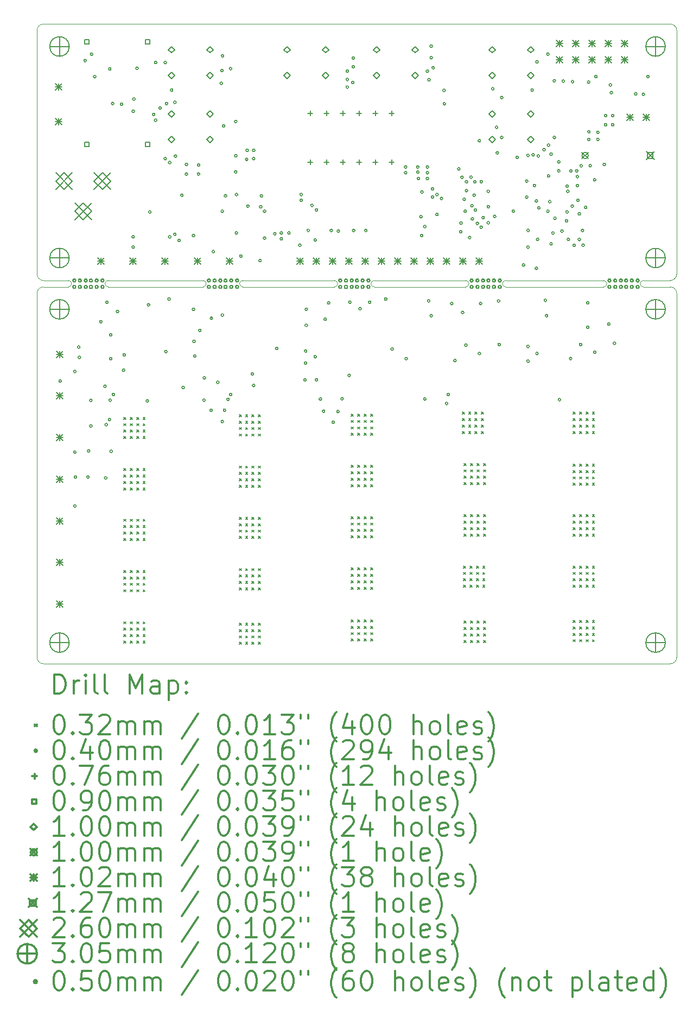
<source format=gbr>
%FSLAX45Y45*%
G04 Gerber Fmt 4.5, Leading zero omitted, Abs format (unit mm)*
G04 Created by KiCad (PCBNEW 4.0.7) date Sat Oct  7 11:26:23 2017*
%MOMM*%
%LPD*%
G01*
G04 APERTURE LIST*
%ADD10C,0.127000*%
%ADD11C,0.010000*%
%ADD12C,0.200000*%
%ADD13C,0.300000*%
G04 APERTURE END LIST*
D10*
D11*
X12880000Y-12980000D02*
G75*
G03X12980000Y-12880000I0J100000D01*
G01*
X3000000Y-12880000D02*
G75*
G03X3100000Y-12980000I100000J0D01*
G01*
X3100000Y-7100000D02*
X3490000Y-7100000D01*
X12980000Y-3100000D02*
G75*
G03X12880000Y-3000000I-100000J0D01*
G01*
X3100000Y-3000000D02*
G75*
G03X3000000Y-3100000I0J-100000D01*
G01*
X3100000Y-7100000D02*
G75*
G03X3000000Y-7200000I0J-100000D01*
G01*
X3100000Y-7000000D02*
X3490000Y-7000000D01*
X5590000Y-7100000D02*
X4110000Y-7100000D01*
X4110000Y-7000000D02*
X5590000Y-7000000D01*
X6210000Y-7100000D02*
X7640000Y-7100000D01*
X7640000Y-7000000D02*
X6210000Y-7000000D01*
X9690000Y-7100000D02*
X8260000Y-7100000D01*
X8260000Y-7000000D02*
X9690000Y-7000000D01*
X11840000Y-7100000D02*
X10310000Y-7100000D01*
X10310000Y-7000000D02*
X11840000Y-7000000D01*
X12460000Y-7100000D02*
X12880000Y-7100000D01*
X12460000Y-7000000D02*
X12880000Y-7000000D01*
X12880000Y-7000000D02*
G75*
G03X12980000Y-6900000I0J100000D01*
G01*
X12980000Y-7200000D02*
G75*
G03X12880000Y-7100000I-100000J0D01*
G01*
X12410000Y-7050000D02*
G75*
G03X12460000Y-7100000I50000J0D01*
G01*
X12460000Y-7000000D02*
G75*
G03X12410000Y-7050000I0J-50000D01*
G01*
X11890000Y-7050000D02*
G75*
G03X11840000Y-7000000I-50000J0D01*
G01*
X11840000Y-7100000D02*
G75*
G03X11890000Y-7050000I0J50000D01*
G01*
X10260000Y-7050000D02*
G75*
G03X10310000Y-7100000I50000J0D01*
G01*
X10310000Y-7000000D02*
G75*
G03X10260000Y-7050000I0J-50000D01*
G01*
X9740000Y-7050000D02*
G75*
G03X9690000Y-7000000I-50000J0D01*
G01*
X9690000Y-7100000D02*
G75*
G03X9740000Y-7050000I0J50000D01*
G01*
X8210000Y-7050000D02*
G75*
G03X8260000Y-7100000I50000J0D01*
G01*
X8260000Y-7000000D02*
G75*
G03X8210000Y-7050000I0J-50000D01*
G01*
X7640000Y-7100000D02*
G75*
G03X7690000Y-7050000I0J50000D01*
G01*
X7690000Y-7050000D02*
G75*
G03X7640000Y-7000000I-50000J0D01*
G01*
X6160000Y-7050000D02*
G75*
G03X6210000Y-7100000I50000J0D01*
G01*
X6210000Y-7000000D02*
G75*
G03X6160000Y-7050000I0J-50000D01*
G01*
X5640000Y-7050000D02*
G75*
G03X5590000Y-7000000I-50000J0D01*
G01*
X5590000Y-7100000D02*
G75*
G03X5640000Y-7050000I0J50000D01*
G01*
X4060000Y-7050000D02*
G75*
G03X4110000Y-7100000I50000J0D01*
G01*
X4110000Y-7000000D02*
G75*
G03X4060000Y-7050000I0J-50000D01*
G01*
X3540000Y-7050000D02*
G75*
G03X3490000Y-7000000I-50000J0D01*
G01*
X3490000Y-7100000D02*
G75*
G03X3540000Y-7050000I0J50000D01*
G01*
X3000000Y-6900000D02*
G75*
G03X3100000Y-7000000I100000J0D01*
G01*
X12980000Y-12880000D02*
X12980000Y-7200000D01*
X3100000Y-12980000D02*
X12880000Y-12980000D01*
X3000000Y-7200000D02*
X3000000Y-12880000D01*
X12980000Y-3100000D02*
X12980000Y-6900000D01*
X3100000Y-3000000D02*
X12880000Y-3000000D01*
X3000000Y-3100000D02*
X3000000Y-6900000D01*
D12*
X4354000Y-9134000D02*
X4386000Y-9166000D01*
X4386000Y-9134000D02*
X4354000Y-9166000D01*
X4354000Y-9234000D02*
X4386000Y-9266000D01*
X4386000Y-9234000D02*
X4354000Y-9266000D01*
X4354000Y-9334000D02*
X4386000Y-9366000D01*
X4386000Y-9334000D02*
X4354000Y-9366000D01*
X4354000Y-9434000D02*
X4386000Y-9466000D01*
X4386000Y-9434000D02*
X4354000Y-9466000D01*
X4354000Y-9934000D02*
X4386000Y-9966000D01*
X4386000Y-9934000D02*
X4354000Y-9966000D01*
X4354000Y-10034000D02*
X4386000Y-10066000D01*
X4386000Y-10034000D02*
X4354000Y-10066000D01*
X4354000Y-10134000D02*
X4386000Y-10166000D01*
X4386000Y-10134000D02*
X4354000Y-10166000D01*
X4354000Y-10234000D02*
X4386000Y-10266000D01*
X4386000Y-10234000D02*
X4354000Y-10266000D01*
X4354000Y-10724000D02*
X4386000Y-10756000D01*
X4386000Y-10724000D02*
X4354000Y-10756000D01*
X4354000Y-10824000D02*
X4386000Y-10856000D01*
X4386000Y-10824000D02*
X4354000Y-10856000D01*
X4354000Y-10924000D02*
X4386000Y-10956000D01*
X4386000Y-10924000D02*
X4354000Y-10956000D01*
X4354000Y-11024000D02*
X4386000Y-11056000D01*
X4386000Y-11024000D02*
X4354000Y-11056000D01*
X4354000Y-11524000D02*
X4386000Y-11556000D01*
X4386000Y-11524000D02*
X4354000Y-11556000D01*
X4354000Y-11624000D02*
X4386000Y-11656000D01*
X4386000Y-11624000D02*
X4354000Y-11656000D01*
X4354000Y-11724000D02*
X4386000Y-11756000D01*
X4386000Y-11724000D02*
X4354000Y-11756000D01*
X4354000Y-11824000D02*
X4386000Y-11856000D01*
X4386000Y-11824000D02*
X4354000Y-11856000D01*
X4354000Y-12324000D02*
X4386000Y-12356000D01*
X4386000Y-12324000D02*
X4354000Y-12356000D01*
X4354000Y-12424000D02*
X4386000Y-12456000D01*
X4386000Y-12424000D02*
X4354000Y-12456000D01*
X4354000Y-12524000D02*
X4386000Y-12556000D01*
X4386000Y-12524000D02*
X4354000Y-12556000D01*
X4354000Y-12624000D02*
X4386000Y-12656000D01*
X4386000Y-12624000D02*
X4354000Y-12656000D01*
X4454000Y-9134000D02*
X4486000Y-9166000D01*
X4486000Y-9134000D02*
X4454000Y-9166000D01*
X4454000Y-9234000D02*
X4486000Y-9266000D01*
X4486000Y-9234000D02*
X4454000Y-9266000D01*
X4454000Y-9334000D02*
X4486000Y-9366000D01*
X4486000Y-9334000D02*
X4454000Y-9366000D01*
X4454000Y-9434000D02*
X4486000Y-9466000D01*
X4486000Y-9434000D02*
X4454000Y-9466000D01*
X4454000Y-9934000D02*
X4486000Y-9966000D01*
X4486000Y-9934000D02*
X4454000Y-9966000D01*
X4454000Y-10034000D02*
X4486000Y-10066000D01*
X4486000Y-10034000D02*
X4454000Y-10066000D01*
X4454000Y-10134000D02*
X4486000Y-10166000D01*
X4486000Y-10134000D02*
X4454000Y-10166000D01*
X4454000Y-10234000D02*
X4486000Y-10266000D01*
X4486000Y-10234000D02*
X4454000Y-10266000D01*
X4454000Y-10724000D02*
X4486000Y-10756000D01*
X4486000Y-10724000D02*
X4454000Y-10756000D01*
X4454000Y-10824000D02*
X4486000Y-10856000D01*
X4486000Y-10824000D02*
X4454000Y-10856000D01*
X4454000Y-10924000D02*
X4486000Y-10956000D01*
X4486000Y-10924000D02*
X4454000Y-10956000D01*
X4454000Y-11024000D02*
X4486000Y-11056000D01*
X4486000Y-11024000D02*
X4454000Y-11056000D01*
X4454000Y-11524000D02*
X4486000Y-11556000D01*
X4486000Y-11524000D02*
X4454000Y-11556000D01*
X4454000Y-11624000D02*
X4486000Y-11656000D01*
X4486000Y-11624000D02*
X4454000Y-11656000D01*
X4454000Y-11724000D02*
X4486000Y-11756000D01*
X4486000Y-11724000D02*
X4454000Y-11756000D01*
X4454000Y-11824000D02*
X4486000Y-11856000D01*
X4486000Y-11824000D02*
X4454000Y-11856000D01*
X4454000Y-12324000D02*
X4486000Y-12356000D01*
X4486000Y-12324000D02*
X4454000Y-12356000D01*
X4454000Y-12424000D02*
X4486000Y-12456000D01*
X4486000Y-12424000D02*
X4454000Y-12456000D01*
X4454000Y-12524000D02*
X4486000Y-12556000D01*
X4486000Y-12524000D02*
X4454000Y-12556000D01*
X4454000Y-12624000D02*
X4486000Y-12656000D01*
X4486000Y-12624000D02*
X4454000Y-12656000D01*
X4554000Y-9134000D02*
X4586000Y-9166000D01*
X4586000Y-9134000D02*
X4554000Y-9166000D01*
X4554000Y-9234000D02*
X4586000Y-9266000D01*
X4586000Y-9234000D02*
X4554000Y-9266000D01*
X4554000Y-9334000D02*
X4586000Y-9366000D01*
X4586000Y-9334000D02*
X4554000Y-9366000D01*
X4554000Y-9434000D02*
X4586000Y-9466000D01*
X4586000Y-9434000D02*
X4554000Y-9466000D01*
X4554000Y-9934000D02*
X4586000Y-9966000D01*
X4586000Y-9934000D02*
X4554000Y-9966000D01*
X4554000Y-10034000D02*
X4586000Y-10066000D01*
X4586000Y-10034000D02*
X4554000Y-10066000D01*
X4554000Y-10134000D02*
X4586000Y-10166000D01*
X4586000Y-10134000D02*
X4554000Y-10166000D01*
X4554000Y-10234000D02*
X4586000Y-10266000D01*
X4586000Y-10234000D02*
X4554000Y-10266000D01*
X4554000Y-10724000D02*
X4586000Y-10756000D01*
X4586000Y-10724000D02*
X4554000Y-10756000D01*
X4554000Y-10824000D02*
X4586000Y-10856000D01*
X4586000Y-10824000D02*
X4554000Y-10856000D01*
X4554000Y-10924000D02*
X4586000Y-10956000D01*
X4586000Y-10924000D02*
X4554000Y-10956000D01*
X4554000Y-11024000D02*
X4586000Y-11056000D01*
X4586000Y-11024000D02*
X4554000Y-11056000D01*
X4554000Y-11524000D02*
X4586000Y-11556000D01*
X4586000Y-11524000D02*
X4554000Y-11556000D01*
X4554000Y-11624000D02*
X4586000Y-11656000D01*
X4586000Y-11624000D02*
X4554000Y-11656000D01*
X4554000Y-11724000D02*
X4586000Y-11756000D01*
X4586000Y-11724000D02*
X4554000Y-11756000D01*
X4554000Y-11824000D02*
X4586000Y-11856000D01*
X4586000Y-11824000D02*
X4554000Y-11856000D01*
X4554000Y-12324000D02*
X4586000Y-12356000D01*
X4586000Y-12324000D02*
X4554000Y-12356000D01*
X4554000Y-12424000D02*
X4586000Y-12456000D01*
X4586000Y-12424000D02*
X4554000Y-12456000D01*
X4554000Y-12524000D02*
X4586000Y-12556000D01*
X4586000Y-12524000D02*
X4554000Y-12556000D01*
X4554000Y-12624000D02*
X4586000Y-12656000D01*
X4586000Y-12624000D02*
X4554000Y-12656000D01*
X4654000Y-9134000D02*
X4686000Y-9166000D01*
X4686000Y-9134000D02*
X4654000Y-9166000D01*
X4654000Y-9234000D02*
X4686000Y-9266000D01*
X4686000Y-9234000D02*
X4654000Y-9266000D01*
X4654000Y-9334000D02*
X4686000Y-9366000D01*
X4686000Y-9334000D02*
X4654000Y-9366000D01*
X4654000Y-9434000D02*
X4686000Y-9466000D01*
X4686000Y-9434000D02*
X4654000Y-9466000D01*
X4654000Y-9934000D02*
X4686000Y-9966000D01*
X4686000Y-9934000D02*
X4654000Y-9966000D01*
X4654000Y-10034000D02*
X4686000Y-10066000D01*
X4686000Y-10034000D02*
X4654000Y-10066000D01*
X4654000Y-10134000D02*
X4686000Y-10166000D01*
X4686000Y-10134000D02*
X4654000Y-10166000D01*
X4654000Y-10234000D02*
X4686000Y-10266000D01*
X4686000Y-10234000D02*
X4654000Y-10266000D01*
X4654000Y-10724000D02*
X4686000Y-10756000D01*
X4686000Y-10724000D02*
X4654000Y-10756000D01*
X4654000Y-10824000D02*
X4686000Y-10856000D01*
X4686000Y-10824000D02*
X4654000Y-10856000D01*
X4654000Y-10924000D02*
X4686000Y-10956000D01*
X4686000Y-10924000D02*
X4654000Y-10956000D01*
X4654000Y-11024000D02*
X4686000Y-11056000D01*
X4686000Y-11024000D02*
X4654000Y-11056000D01*
X4654000Y-11524000D02*
X4686000Y-11556000D01*
X4686000Y-11524000D02*
X4654000Y-11556000D01*
X4654000Y-11624000D02*
X4686000Y-11656000D01*
X4686000Y-11624000D02*
X4654000Y-11656000D01*
X4654000Y-11724000D02*
X4686000Y-11756000D01*
X4686000Y-11724000D02*
X4654000Y-11756000D01*
X4654000Y-11824000D02*
X4686000Y-11856000D01*
X4686000Y-11824000D02*
X4654000Y-11856000D01*
X4654000Y-12324000D02*
X4686000Y-12356000D01*
X4686000Y-12324000D02*
X4654000Y-12356000D01*
X4654000Y-12424000D02*
X4686000Y-12456000D01*
X4686000Y-12424000D02*
X4654000Y-12456000D01*
X4654000Y-12524000D02*
X4686000Y-12556000D01*
X4686000Y-12524000D02*
X4654000Y-12556000D01*
X4654000Y-12624000D02*
X4686000Y-12656000D01*
X4686000Y-12624000D02*
X4654000Y-12656000D01*
X6154000Y-9094000D02*
X6186000Y-9126000D01*
X6186000Y-9094000D02*
X6154000Y-9126000D01*
X6154000Y-9194000D02*
X6186000Y-9226000D01*
X6186000Y-9194000D02*
X6154000Y-9226000D01*
X6154000Y-9294000D02*
X6186000Y-9326000D01*
X6186000Y-9294000D02*
X6154000Y-9326000D01*
X6154000Y-9394000D02*
X6186000Y-9426000D01*
X6186000Y-9394000D02*
X6154000Y-9426000D01*
X6154000Y-9894000D02*
X6186000Y-9926000D01*
X6186000Y-9894000D02*
X6154000Y-9926000D01*
X6154000Y-9994000D02*
X6186000Y-10026000D01*
X6186000Y-9994000D02*
X6154000Y-10026000D01*
X6154000Y-10094000D02*
X6186000Y-10126000D01*
X6186000Y-10094000D02*
X6154000Y-10126000D01*
X6154000Y-10194000D02*
X6186000Y-10226000D01*
X6186000Y-10194000D02*
X6154000Y-10226000D01*
X6154000Y-10694000D02*
X6186000Y-10726000D01*
X6186000Y-10694000D02*
X6154000Y-10726000D01*
X6154000Y-10794000D02*
X6186000Y-10826000D01*
X6186000Y-10794000D02*
X6154000Y-10826000D01*
X6154000Y-10894000D02*
X6186000Y-10926000D01*
X6186000Y-10894000D02*
X6154000Y-10926000D01*
X6154000Y-10994000D02*
X6186000Y-11026000D01*
X6186000Y-10994000D02*
X6154000Y-11026000D01*
X6154000Y-11494000D02*
X6186000Y-11526000D01*
X6186000Y-11494000D02*
X6154000Y-11526000D01*
X6154000Y-11594000D02*
X6186000Y-11626000D01*
X6186000Y-11594000D02*
X6154000Y-11626000D01*
X6154000Y-11694000D02*
X6186000Y-11726000D01*
X6186000Y-11694000D02*
X6154000Y-11726000D01*
X6154000Y-11794000D02*
X6186000Y-11826000D01*
X6186000Y-11794000D02*
X6154000Y-11826000D01*
X6154000Y-12344000D02*
X6186000Y-12376000D01*
X6186000Y-12344000D02*
X6154000Y-12376000D01*
X6154000Y-12444000D02*
X6186000Y-12476000D01*
X6186000Y-12444000D02*
X6154000Y-12476000D01*
X6154000Y-12544000D02*
X6186000Y-12576000D01*
X6186000Y-12544000D02*
X6154000Y-12576000D01*
X6154000Y-12644000D02*
X6186000Y-12676000D01*
X6186000Y-12644000D02*
X6154000Y-12676000D01*
X6254000Y-9094000D02*
X6286000Y-9126000D01*
X6286000Y-9094000D02*
X6254000Y-9126000D01*
X6254000Y-9194000D02*
X6286000Y-9226000D01*
X6286000Y-9194000D02*
X6254000Y-9226000D01*
X6254000Y-9294000D02*
X6286000Y-9326000D01*
X6286000Y-9294000D02*
X6254000Y-9326000D01*
X6254000Y-9394000D02*
X6286000Y-9426000D01*
X6286000Y-9394000D02*
X6254000Y-9426000D01*
X6254000Y-9894000D02*
X6286000Y-9926000D01*
X6286000Y-9894000D02*
X6254000Y-9926000D01*
X6254000Y-9994000D02*
X6286000Y-10026000D01*
X6286000Y-9994000D02*
X6254000Y-10026000D01*
X6254000Y-10094000D02*
X6286000Y-10126000D01*
X6286000Y-10094000D02*
X6254000Y-10126000D01*
X6254000Y-10194000D02*
X6286000Y-10226000D01*
X6286000Y-10194000D02*
X6254000Y-10226000D01*
X6254000Y-10694000D02*
X6286000Y-10726000D01*
X6286000Y-10694000D02*
X6254000Y-10726000D01*
X6254000Y-10794000D02*
X6286000Y-10826000D01*
X6286000Y-10794000D02*
X6254000Y-10826000D01*
X6254000Y-10894000D02*
X6286000Y-10926000D01*
X6286000Y-10894000D02*
X6254000Y-10926000D01*
X6254000Y-10994000D02*
X6286000Y-11026000D01*
X6286000Y-10994000D02*
X6254000Y-11026000D01*
X6254000Y-11494000D02*
X6286000Y-11526000D01*
X6286000Y-11494000D02*
X6254000Y-11526000D01*
X6254000Y-11594000D02*
X6286000Y-11626000D01*
X6286000Y-11594000D02*
X6254000Y-11626000D01*
X6254000Y-11694000D02*
X6286000Y-11726000D01*
X6286000Y-11694000D02*
X6254000Y-11726000D01*
X6254000Y-11794000D02*
X6286000Y-11826000D01*
X6286000Y-11794000D02*
X6254000Y-11826000D01*
X6254000Y-12344000D02*
X6286000Y-12376000D01*
X6286000Y-12344000D02*
X6254000Y-12376000D01*
X6254000Y-12444000D02*
X6286000Y-12476000D01*
X6286000Y-12444000D02*
X6254000Y-12476000D01*
X6254000Y-12544000D02*
X6286000Y-12576000D01*
X6286000Y-12544000D02*
X6254000Y-12576000D01*
X6254000Y-12644000D02*
X6286000Y-12676000D01*
X6286000Y-12644000D02*
X6254000Y-12676000D01*
X6354000Y-9094000D02*
X6386000Y-9126000D01*
X6386000Y-9094000D02*
X6354000Y-9126000D01*
X6354000Y-9194000D02*
X6386000Y-9226000D01*
X6386000Y-9194000D02*
X6354000Y-9226000D01*
X6354000Y-9294000D02*
X6386000Y-9326000D01*
X6386000Y-9294000D02*
X6354000Y-9326000D01*
X6354000Y-9394000D02*
X6386000Y-9426000D01*
X6386000Y-9394000D02*
X6354000Y-9426000D01*
X6354000Y-9894000D02*
X6386000Y-9926000D01*
X6386000Y-9894000D02*
X6354000Y-9926000D01*
X6354000Y-9994000D02*
X6386000Y-10026000D01*
X6386000Y-9994000D02*
X6354000Y-10026000D01*
X6354000Y-10094000D02*
X6386000Y-10126000D01*
X6386000Y-10094000D02*
X6354000Y-10126000D01*
X6354000Y-10194000D02*
X6386000Y-10226000D01*
X6386000Y-10194000D02*
X6354000Y-10226000D01*
X6354000Y-10694000D02*
X6386000Y-10726000D01*
X6386000Y-10694000D02*
X6354000Y-10726000D01*
X6354000Y-10794000D02*
X6386000Y-10826000D01*
X6386000Y-10794000D02*
X6354000Y-10826000D01*
X6354000Y-10894000D02*
X6386000Y-10926000D01*
X6386000Y-10894000D02*
X6354000Y-10926000D01*
X6354000Y-10994000D02*
X6386000Y-11026000D01*
X6386000Y-10994000D02*
X6354000Y-11026000D01*
X6354000Y-11494000D02*
X6386000Y-11526000D01*
X6386000Y-11494000D02*
X6354000Y-11526000D01*
X6354000Y-11594000D02*
X6386000Y-11626000D01*
X6386000Y-11594000D02*
X6354000Y-11626000D01*
X6354000Y-11694000D02*
X6386000Y-11726000D01*
X6386000Y-11694000D02*
X6354000Y-11726000D01*
X6354000Y-11794000D02*
X6386000Y-11826000D01*
X6386000Y-11794000D02*
X6354000Y-11826000D01*
X6354000Y-12344000D02*
X6386000Y-12376000D01*
X6386000Y-12344000D02*
X6354000Y-12376000D01*
X6354000Y-12444000D02*
X6386000Y-12476000D01*
X6386000Y-12444000D02*
X6354000Y-12476000D01*
X6354000Y-12544000D02*
X6386000Y-12576000D01*
X6386000Y-12544000D02*
X6354000Y-12576000D01*
X6354000Y-12644000D02*
X6386000Y-12676000D01*
X6386000Y-12644000D02*
X6354000Y-12676000D01*
X6454000Y-9094000D02*
X6486000Y-9126000D01*
X6486000Y-9094000D02*
X6454000Y-9126000D01*
X6454000Y-9194000D02*
X6486000Y-9226000D01*
X6486000Y-9194000D02*
X6454000Y-9226000D01*
X6454000Y-9294000D02*
X6486000Y-9326000D01*
X6486000Y-9294000D02*
X6454000Y-9326000D01*
X6454000Y-9394000D02*
X6486000Y-9426000D01*
X6486000Y-9394000D02*
X6454000Y-9426000D01*
X6454000Y-9894000D02*
X6486000Y-9926000D01*
X6486000Y-9894000D02*
X6454000Y-9926000D01*
X6454000Y-9994000D02*
X6486000Y-10026000D01*
X6486000Y-9994000D02*
X6454000Y-10026000D01*
X6454000Y-10094000D02*
X6486000Y-10126000D01*
X6486000Y-10094000D02*
X6454000Y-10126000D01*
X6454000Y-10194000D02*
X6486000Y-10226000D01*
X6486000Y-10194000D02*
X6454000Y-10226000D01*
X6454000Y-10694000D02*
X6486000Y-10726000D01*
X6486000Y-10694000D02*
X6454000Y-10726000D01*
X6454000Y-10794000D02*
X6486000Y-10826000D01*
X6486000Y-10794000D02*
X6454000Y-10826000D01*
X6454000Y-10894000D02*
X6486000Y-10926000D01*
X6486000Y-10894000D02*
X6454000Y-10926000D01*
X6454000Y-10994000D02*
X6486000Y-11026000D01*
X6486000Y-10994000D02*
X6454000Y-11026000D01*
X6454000Y-11494000D02*
X6486000Y-11526000D01*
X6486000Y-11494000D02*
X6454000Y-11526000D01*
X6454000Y-11594000D02*
X6486000Y-11626000D01*
X6486000Y-11594000D02*
X6454000Y-11626000D01*
X6454000Y-11694000D02*
X6486000Y-11726000D01*
X6486000Y-11694000D02*
X6454000Y-11726000D01*
X6454000Y-11794000D02*
X6486000Y-11826000D01*
X6486000Y-11794000D02*
X6454000Y-11826000D01*
X6454000Y-12344000D02*
X6486000Y-12376000D01*
X6486000Y-12344000D02*
X6454000Y-12376000D01*
X6454000Y-12444000D02*
X6486000Y-12476000D01*
X6486000Y-12444000D02*
X6454000Y-12476000D01*
X6454000Y-12544000D02*
X6486000Y-12576000D01*
X6486000Y-12544000D02*
X6454000Y-12576000D01*
X6454000Y-12644000D02*
X6486000Y-12676000D01*
X6486000Y-12644000D02*
X6454000Y-12676000D01*
X7904000Y-9084000D02*
X7936000Y-9116000D01*
X7936000Y-9084000D02*
X7904000Y-9116000D01*
X7904000Y-9184000D02*
X7936000Y-9216000D01*
X7936000Y-9184000D02*
X7904000Y-9216000D01*
X7904000Y-9284000D02*
X7936000Y-9316000D01*
X7936000Y-9284000D02*
X7904000Y-9316000D01*
X7904000Y-9384000D02*
X7936000Y-9416000D01*
X7936000Y-9384000D02*
X7904000Y-9416000D01*
X7904000Y-9884000D02*
X7936000Y-9916000D01*
X7936000Y-9884000D02*
X7904000Y-9916000D01*
X7904000Y-9984000D02*
X7936000Y-10016000D01*
X7936000Y-9984000D02*
X7904000Y-10016000D01*
X7904000Y-10084000D02*
X7936000Y-10116000D01*
X7936000Y-10084000D02*
X7904000Y-10116000D01*
X7904000Y-10184000D02*
X7936000Y-10216000D01*
X7936000Y-10184000D02*
X7904000Y-10216000D01*
X7904000Y-10684000D02*
X7936000Y-10716000D01*
X7936000Y-10684000D02*
X7904000Y-10716000D01*
X7904000Y-10784000D02*
X7936000Y-10816000D01*
X7936000Y-10784000D02*
X7904000Y-10816000D01*
X7904000Y-10884000D02*
X7936000Y-10916000D01*
X7936000Y-10884000D02*
X7904000Y-10916000D01*
X7904000Y-10984000D02*
X7936000Y-11016000D01*
X7936000Y-10984000D02*
X7904000Y-11016000D01*
X7904000Y-11484000D02*
X7936000Y-11516000D01*
X7936000Y-11484000D02*
X7904000Y-11516000D01*
X7904000Y-11584000D02*
X7936000Y-11616000D01*
X7936000Y-11584000D02*
X7904000Y-11616000D01*
X7904000Y-11684000D02*
X7936000Y-11716000D01*
X7936000Y-11684000D02*
X7904000Y-11716000D01*
X7904000Y-11784000D02*
X7936000Y-11816000D01*
X7936000Y-11784000D02*
X7904000Y-11816000D01*
X7904000Y-12294000D02*
X7936000Y-12326000D01*
X7936000Y-12294000D02*
X7904000Y-12326000D01*
X7904000Y-12394000D02*
X7936000Y-12426000D01*
X7936000Y-12394000D02*
X7904000Y-12426000D01*
X7904000Y-12494000D02*
X7936000Y-12526000D01*
X7936000Y-12494000D02*
X7904000Y-12526000D01*
X7904000Y-12594000D02*
X7936000Y-12626000D01*
X7936000Y-12594000D02*
X7904000Y-12626000D01*
X8004000Y-9084000D02*
X8036000Y-9116000D01*
X8036000Y-9084000D02*
X8004000Y-9116000D01*
X8004000Y-9184000D02*
X8036000Y-9216000D01*
X8036000Y-9184000D02*
X8004000Y-9216000D01*
X8004000Y-9284000D02*
X8036000Y-9316000D01*
X8036000Y-9284000D02*
X8004000Y-9316000D01*
X8004000Y-9384000D02*
X8036000Y-9416000D01*
X8036000Y-9384000D02*
X8004000Y-9416000D01*
X8004000Y-9884000D02*
X8036000Y-9916000D01*
X8036000Y-9884000D02*
X8004000Y-9916000D01*
X8004000Y-9984000D02*
X8036000Y-10016000D01*
X8036000Y-9984000D02*
X8004000Y-10016000D01*
X8004000Y-10084000D02*
X8036000Y-10116000D01*
X8036000Y-10084000D02*
X8004000Y-10116000D01*
X8004000Y-10184000D02*
X8036000Y-10216000D01*
X8036000Y-10184000D02*
X8004000Y-10216000D01*
X8004000Y-10684000D02*
X8036000Y-10716000D01*
X8036000Y-10684000D02*
X8004000Y-10716000D01*
X8004000Y-10784000D02*
X8036000Y-10816000D01*
X8036000Y-10784000D02*
X8004000Y-10816000D01*
X8004000Y-10884000D02*
X8036000Y-10916000D01*
X8036000Y-10884000D02*
X8004000Y-10916000D01*
X8004000Y-10984000D02*
X8036000Y-11016000D01*
X8036000Y-10984000D02*
X8004000Y-11016000D01*
X8004000Y-11484000D02*
X8036000Y-11516000D01*
X8036000Y-11484000D02*
X8004000Y-11516000D01*
X8004000Y-11584000D02*
X8036000Y-11616000D01*
X8036000Y-11584000D02*
X8004000Y-11616000D01*
X8004000Y-11684000D02*
X8036000Y-11716000D01*
X8036000Y-11684000D02*
X8004000Y-11716000D01*
X8004000Y-11784000D02*
X8036000Y-11816000D01*
X8036000Y-11784000D02*
X8004000Y-11816000D01*
X8004000Y-12294000D02*
X8036000Y-12326000D01*
X8036000Y-12294000D02*
X8004000Y-12326000D01*
X8004000Y-12394000D02*
X8036000Y-12426000D01*
X8036000Y-12394000D02*
X8004000Y-12426000D01*
X8004000Y-12494000D02*
X8036000Y-12526000D01*
X8036000Y-12494000D02*
X8004000Y-12526000D01*
X8004000Y-12594000D02*
X8036000Y-12626000D01*
X8036000Y-12594000D02*
X8004000Y-12626000D01*
X8104000Y-9084000D02*
X8136000Y-9116000D01*
X8136000Y-9084000D02*
X8104000Y-9116000D01*
X8104000Y-9184000D02*
X8136000Y-9216000D01*
X8136000Y-9184000D02*
X8104000Y-9216000D01*
X8104000Y-9284000D02*
X8136000Y-9316000D01*
X8136000Y-9284000D02*
X8104000Y-9316000D01*
X8104000Y-9384000D02*
X8136000Y-9416000D01*
X8136000Y-9384000D02*
X8104000Y-9416000D01*
X8104000Y-9884000D02*
X8136000Y-9916000D01*
X8136000Y-9884000D02*
X8104000Y-9916000D01*
X8104000Y-9984000D02*
X8136000Y-10016000D01*
X8136000Y-9984000D02*
X8104000Y-10016000D01*
X8104000Y-10084000D02*
X8136000Y-10116000D01*
X8136000Y-10084000D02*
X8104000Y-10116000D01*
X8104000Y-10184000D02*
X8136000Y-10216000D01*
X8136000Y-10184000D02*
X8104000Y-10216000D01*
X8104000Y-10684000D02*
X8136000Y-10716000D01*
X8136000Y-10684000D02*
X8104000Y-10716000D01*
X8104000Y-10784000D02*
X8136000Y-10816000D01*
X8136000Y-10784000D02*
X8104000Y-10816000D01*
X8104000Y-10884000D02*
X8136000Y-10916000D01*
X8136000Y-10884000D02*
X8104000Y-10916000D01*
X8104000Y-10984000D02*
X8136000Y-11016000D01*
X8136000Y-10984000D02*
X8104000Y-11016000D01*
X8104000Y-11484000D02*
X8136000Y-11516000D01*
X8136000Y-11484000D02*
X8104000Y-11516000D01*
X8104000Y-11584000D02*
X8136000Y-11616000D01*
X8136000Y-11584000D02*
X8104000Y-11616000D01*
X8104000Y-11684000D02*
X8136000Y-11716000D01*
X8136000Y-11684000D02*
X8104000Y-11716000D01*
X8104000Y-11784000D02*
X8136000Y-11816000D01*
X8136000Y-11784000D02*
X8104000Y-11816000D01*
X8104000Y-12294000D02*
X8136000Y-12326000D01*
X8136000Y-12294000D02*
X8104000Y-12326000D01*
X8104000Y-12394000D02*
X8136000Y-12426000D01*
X8136000Y-12394000D02*
X8104000Y-12426000D01*
X8104000Y-12494000D02*
X8136000Y-12526000D01*
X8136000Y-12494000D02*
X8104000Y-12526000D01*
X8104000Y-12594000D02*
X8136000Y-12626000D01*
X8136000Y-12594000D02*
X8104000Y-12626000D01*
X8204000Y-9084000D02*
X8236000Y-9116000D01*
X8236000Y-9084000D02*
X8204000Y-9116000D01*
X8204000Y-9184000D02*
X8236000Y-9216000D01*
X8236000Y-9184000D02*
X8204000Y-9216000D01*
X8204000Y-9284000D02*
X8236000Y-9316000D01*
X8236000Y-9284000D02*
X8204000Y-9316000D01*
X8204000Y-9384000D02*
X8236000Y-9416000D01*
X8236000Y-9384000D02*
X8204000Y-9416000D01*
X8204000Y-9884000D02*
X8236000Y-9916000D01*
X8236000Y-9884000D02*
X8204000Y-9916000D01*
X8204000Y-9984000D02*
X8236000Y-10016000D01*
X8236000Y-9984000D02*
X8204000Y-10016000D01*
X8204000Y-10084000D02*
X8236000Y-10116000D01*
X8236000Y-10084000D02*
X8204000Y-10116000D01*
X8204000Y-10184000D02*
X8236000Y-10216000D01*
X8236000Y-10184000D02*
X8204000Y-10216000D01*
X8204000Y-10684000D02*
X8236000Y-10716000D01*
X8236000Y-10684000D02*
X8204000Y-10716000D01*
X8204000Y-10784000D02*
X8236000Y-10816000D01*
X8236000Y-10784000D02*
X8204000Y-10816000D01*
X8204000Y-10884000D02*
X8236000Y-10916000D01*
X8236000Y-10884000D02*
X8204000Y-10916000D01*
X8204000Y-10984000D02*
X8236000Y-11016000D01*
X8236000Y-10984000D02*
X8204000Y-11016000D01*
X8204000Y-11484000D02*
X8236000Y-11516000D01*
X8236000Y-11484000D02*
X8204000Y-11516000D01*
X8204000Y-11584000D02*
X8236000Y-11616000D01*
X8236000Y-11584000D02*
X8204000Y-11616000D01*
X8204000Y-11684000D02*
X8236000Y-11716000D01*
X8236000Y-11684000D02*
X8204000Y-11716000D01*
X8204000Y-11784000D02*
X8236000Y-11816000D01*
X8236000Y-11784000D02*
X8204000Y-11816000D01*
X8204000Y-12294000D02*
X8236000Y-12326000D01*
X8236000Y-12294000D02*
X8204000Y-12326000D01*
X8204000Y-12394000D02*
X8236000Y-12426000D01*
X8236000Y-12394000D02*
X8204000Y-12426000D01*
X8204000Y-12494000D02*
X8236000Y-12526000D01*
X8236000Y-12494000D02*
X8204000Y-12526000D01*
X8204000Y-12594000D02*
X8236000Y-12626000D01*
X8236000Y-12594000D02*
X8204000Y-12626000D01*
X9634000Y-9054000D02*
X9666000Y-9086000D01*
X9666000Y-9054000D02*
X9634000Y-9086000D01*
X9634000Y-9154000D02*
X9666000Y-9186000D01*
X9666000Y-9154000D02*
X9634000Y-9186000D01*
X9634000Y-9254000D02*
X9666000Y-9286000D01*
X9666000Y-9254000D02*
X9634000Y-9286000D01*
X9634000Y-9354000D02*
X9666000Y-9386000D01*
X9666000Y-9354000D02*
X9634000Y-9386000D01*
X9654000Y-11454000D02*
X9686000Y-11486000D01*
X9686000Y-11454000D02*
X9654000Y-11486000D01*
X9654000Y-11554000D02*
X9686000Y-11586000D01*
X9686000Y-11554000D02*
X9654000Y-11586000D01*
X9654000Y-11654000D02*
X9686000Y-11686000D01*
X9686000Y-11654000D02*
X9654000Y-11686000D01*
X9654000Y-11754000D02*
X9686000Y-11786000D01*
X9686000Y-11754000D02*
X9654000Y-11786000D01*
X9664000Y-9854000D02*
X9696000Y-9886000D01*
X9696000Y-9854000D02*
X9664000Y-9886000D01*
X9664000Y-9954000D02*
X9696000Y-9986000D01*
X9696000Y-9954000D02*
X9664000Y-9986000D01*
X9664000Y-10054000D02*
X9696000Y-10086000D01*
X9696000Y-10054000D02*
X9664000Y-10086000D01*
X9664000Y-10154000D02*
X9696000Y-10186000D01*
X9696000Y-10154000D02*
X9664000Y-10186000D01*
X9664000Y-10654000D02*
X9696000Y-10686000D01*
X9696000Y-10654000D02*
X9664000Y-10686000D01*
X9664000Y-10754000D02*
X9696000Y-10786000D01*
X9696000Y-10754000D02*
X9664000Y-10786000D01*
X9664000Y-10854000D02*
X9696000Y-10886000D01*
X9696000Y-10854000D02*
X9664000Y-10886000D01*
X9664000Y-10954000D02*
X9696000Y-10986000D01*
X9696000Y-10954000D02*
X9664000Y-10986000D01*
X9664000Y-12314000D02*
X9696000Y-12346000D01*
X9696000Y-12314000D02*
X9664000Y-12346000D01*
X9664000Y-12414000D02*
X9696000Y-12446000D01*
X9696000Y-12414000D02*
X9664000Y-12446000D01*
X9664000Y-12514000D02*
X9696000Y-12546000D01*
X9696000Y-12514000D02*
X9664000Y-12546000D01*
X9664000Y-12614000D02*
X9696000Y-12646000D01*
X9696000Y-12614000D02*
X9664000Y-12646000D01*
X9734000Y-9054000D02*
X9766000Y-9086000D01*
X9766000Y-9054000D02*
X9734000Y-9086000D01*
X9734000Y-9154000D02*
X9766000Y-9186000D01*
X9766000Y-9154000D02*
X9734000Y-9186000D01*
X9734000Y-9254000D02*
X9766000Y-9286000D01*
X9766000Y-9254000D02*
X9734000Y-9286000D01*
X9734000Y-9354000D02*
X9766000Y-9386000D01*
X9766000Y-9354000D02*
X9734000Y-9386000D01*
X9754000Y-11454000D02*
X9786000Y-11486000D01*
X9786000Y-11454000D02*
X9754000Y-11486000D01*
X9754000Y-11554000D02*
X9786000Y-11586000D01*
X9786000Y-11554000D02*
X9754000Y-11586000D01*
X9754000Y-11654000D02*
X9786000Y-11686000D01*
X9786000Y-11654000D02*
X9754000Y-11686000D01*
X9754000Y-11754000D02*
X9786000Y-11786000D01*
X9786000Y-11754000D02*
X9754000Y-11786000D01*
X9764000Y-9854000D02*
X9796000Y-9886000D01*
X9796000Y-9854000D02*
X9764000Y-9886000D01*
X9764000Y-9954000D02*
X9796000Y-9986000D01*
X9796000Y-9954000D02*
X9764000Y-9986000D01*
X9764000Y-10054000D02*
X9796000Y-10086000D01*
X9796000Y-10054000D02*
X9764000Y-10086000D01*
X9764000Y-10154000D02*
X9796000Y-10186000D01*
X9796000Y-10154000D02*
X9764000Y-10186000D01*
X9764000Y-10654000D02*
X9796000Y-10686000D01*
X9796000Y-10654000D02*
X9764000Y-10686000D01*
X9764000Y-10754000D02*
X9796000Y-10786000D01*
X9796000Y-10754000D02*
X9764000Y-10786000D01*
X9764000Y-10854000D02*
X9796000Y-10886000D01*
X9796000Y-10854000D02*
X9764000Y-10886000D01*
X9764000Y-10954000D02*
X9796000Y-10986000D01*
X9796000Y-10954000D02*
X9764000Y-10986000D01*
X9764000Y-12314000D02*
X9796000Y-12346000D01*
X9796000Y-12314000D02*
X9764000Y-12346000D01*
X9764000Y-12414000D02*
X9796000Y-12446000D01*
X9796000Y-12414000D02*
X9764000Y-12446000D01*
X9764000Y-12514000D02*
X9796000Y-12546000D01*
X9796000Y-12514000D02*
X9764000Y-12546000D01*
X9764000Y-12614000D02*
X9796000Y-12646000D01*
X9796000Y-12614000D02*
X9764000Y-12646000D01*
X9834000Y-9054000D02*
X9866000Y-9086000D01*
X9866000Y-9054000D02*
X9834000Y-9086000D01*
X9834000Y-9154000D02*
X9866000Y-9186000D01*
X9866000Y-9154000D02*
X9834000Y-9186000D01*
X9834000Y-9254000D02*
X9866000Y-9286000D01*
X9866000Y-9254000D02*
X9834000Y-9286000D01*
X9834000Y-9354000D02*
X9866000Y-9386000D01*
X9866000Y-9354000D02*
X9834000Y-9386000D01*
X9854000Y-11454000D02*
X9886000Y-11486000D01*
X9886000Y-11454000D02*
X9854000Y-11486000D01*
X9854000Y-11554000D02*
X9886000Y-11586000D01*
X9886000Y-11554000D02*
X9854000Y-11586000D01*
X9854000Y-11654000D02*
X9886000Y-11686000D01*
X9886000Y-11654000D02*
X9854000Y-11686000D01*
X9854000Y-11754000D02*
X9886000Y-11786000D01*
X9886000Y-11754000D02*
X9854000Y-11786000D01*
X9864000Y-9854000D02*
X9896000Y-9886000D01*
X9896000Y-9854000D02*
X9864000Y-9886000D01*
X9864000Y-9954000D02*
X9896000Y-9986000D01*
X9896000Y-9954000D02*
X9864000Y-9986000D01*
X9864000Y-10054000D02*
X9896000Y-10086000D01*
X9896000Y-10054000D02*
X9864000Y-10086000D01*
X9864000Y-10154000D02*
X9896000Y-10186000D01*
X9896000Y-10154000D02*
X9864000Y-10186000D01*
X9864000Y-10654000D02*
X9896000Y-10686000D01*
X9896000Y-10654000D02*
X9864000Y-10686000D01*
X9864000Y-10754000D02*
X9896000Y-10786000D01*
X9896000Y-10754000D02*
X9864000Y-10786000D01*
X9864000Y-10854000D02*
X9896000Y-10886000D01*
X9896000Y-10854000D02*
X9864000Y-10886000D01*
X9864000Y-10954000D02*
X9896000Y-10986000D01*
X9896000Y-10954000D02*
X9864000Y-10986000D01*
X9864000Y-12314000D02*
X9896000Y-12346000D01*
X9896000Y-12314000D02*
X9864000Y-12346000D01*
X9864000Y-12414000D02*
X9896000Y-12446000D01*
X9896000Y-12414000D02*
X9864000Y-12446000D01*
X9864000Y-12514000D02*
X9896000Y-12546000D01*
X9896000Y-12514000D02*
X9864000Y-12546000D01*
X9864000Y-12614000D02*
X9896000Y-12646000D01*
X9896000Y-12614000D02*
X9864000Y-12646000D01*
X9934000Y-9054000D02*
X9966000Y-9086000D01*
X9966000Y-9054000D02*
X9934000Y-9086000D01*
X9934000Y-9154000D02*
X9966000Y-9186000D01*
X9966000Y-9154000D02*
X9934000Y-9186000D01*
X9934000Y-9254000D02*
X9966000Y-9286000D01*
X9966000Y-9254000D02*
X9934000Y-9286000D01*
X9934000Y-9354000D02*
X9966000Y-9386000D01*
X9966000Y-9354000D02*
X9934000Y-9386000D01*
X9954000Y-11454000D02*
X9986000Y-11486000D01*
X9986000Y-11454000D02*
X9954000Y-11486000D01*
X9954000Y-11554000D02*
X9986000Y-11586000D01*
X9986000Y-11554000D02*
X9954000Y-11586000D01*
X9954000Y-11654000D02*
X9986000Y-11686000D01*
X9986000Y-11654000D02*
X9954000Y-11686000D01*
X9954000Y-11754000D02*
X9986000Y-11786000D01*
X9986000Y-11754000D02*
X9954000Y-11786000D01*
X9964000Y-9854000D02*
X9996000Y-9886000D01*
X9996000Y-9854000D02*
X9964000Y-9886000D01*
X9964000Y-9954000D02*
X9996000Y-9986000D01*
X9996000Y-9954000D02*
X9964000Y-9986000D01*
X9964000Y-10054000D02*
X9996000Y-10086000D01*
X9996000Y-10054000D02*
X9964000Y-10086000D01*
X9964000Y-10154000D02*
X9996000Y-10186000D01*
X9996000Y-10154000D02*
X9964000Y-10186000D01*
X9964000Y-10654000D02*
X9996000Y-10686000D01*
X9996000Y-10654000D02*
X9964000Y-10686000D01*
X9964000Y-10754000D02*
X9996000Y-10786000D01*
X9996000Y-10754000D02*
X9964000Y-10786000D01*
X9964000Y-10854000D02*
X9996000Y-10886000D01*
X9996000Y-10854000D02*
X9964000Y-10886000D01*
X9964000Y-10954000D02*
X9996000Y-10986000D01*
X9996000Y-10954000D02*
X9964000Y-10986000D01*
X9964000Y-12314000D02*
X9996000Y-12346000D01*
X9996000Y-12314000D02*
X9964000Y-12346000D01*
X9964000Y-12414000D02*
X9996000Y-12446000D01*
X9996000Y-12414000D02*
X9964000Y-12446000D01*
X9964000Y-12514000D02*
X9996000Y-12546000D01*
X9996000Y-12514000D02*
X9964000Y-12546000D01*
X9964000Y-12614000D02*
X9996000Y-12646000D01*
X9996000Y-12614000D02*
X9964000Y-12646000D01*
X11364000Y-9054000D02*
X11396000Y-9086000D01*
X11396000Y-9054000D02*
X11364000Y-9086000D01*
X11364000Y-9154000D02*
X11396000Y-9186000D01*
X11396000Y-9154000D02*
X11364000Y-9186000D01*
X11364000Y-9254000D02*
X11396000Y-9286000D01*
X11396000Y-9254000D02*
X11364000Y-9286000D01*
X11364000Y-9354000D02*
X11396000Y-9386000D01*
X11396000Y-9354000D02*
X11364000Y-9386000D01*
X11364000Y-9864000D02*
X11396000Y-9896000D01*
X11396000Y-9864000D02*
X11364000Y-9896000D01*
X11364000Y-9964000D02*
X11396000Y-9996000D01*
X11396000Y-9964000D02*
X11364000Y-9996000D01*
X11364000Y-10064000D02*
X11396000Y-10096000D01*
X11396000Y-10064000D02*
X11364000Y-10096000D01*
X11364000Y-10164000D02*
X11396000Y-10196000D01*
X11396000Y-10164000D02*
X11364000Y-10196000D01*
X11364000Y-10654000D02*
X11396000Y-10686000D01*
X11396000Y-10654000D02*
X11364000Y-10686000D01*
X11364000Y-10754000D02*
X11396000Y-10786000D01*
X11396000Y-10754000D02*
X11364000Y-10786000D01*
X11364000Y-10854000D02*
X11396000Y-10886000D01*
X11396000Y-10854000D02*
X11364000Y-10886000D01*
X11364000Y-10954000D02*
X11396000Y-10986000D01*
X11396000Y-10954000D02*
X11364000Y-10986000D01*
X11364000Y-11454000D02*
X11396000Y-11486000D01*
X11396000Y-11454000D02*
X11364000Y-11486000D01*
X11364000Y-11554000D02*
X11396000Y-11586000D01*
X11396000Y-11554000D02*
X11364000Y-11586000D01*
X11364000Y-11654000D02*
X11396000Y-11686000D01*
X11396000Y-11654000D02*
X11364000Y-11686000D01*
X11364000Y-11754000D02*
X11396000Y-11786000D01*
X11396000Y-11754000D02*
X11364000Y-11786000D01*
X11364000Y-12304000D02*
X11396000Y-12336000D01*
X11396000Y-12304000D02*
X11364000Y-12336000D01*
X11364000Y-12404000D02*
X11396000Y-12436000D01*
X11396000Y-12404000D02*
X11364000Y-12436000D01*
X11364000Y-12504000D02*
X11396000Y-12536000D01*
X11396000Y-12504000D02*
X11364000Y-12536000D01*
X11364000Y-12604000D02*
X11396000Y-12636000D01*
X11396000Y-12604000D02*
X11364000Y-12636000D01*
X11464000Y-9054000D02*
X11496000Y-9086000D01*
X11496000Y-9054000D02*
X11464000Y-9086000D01*
X11464000Y-9154000D02*
X11496000Y-9186000D01*
X11496000Y-9154000D02*
X11464000Y-9186000D01*
X11464000Y-9254000D02*
X11496000Y-9286000D01*
X11496000Y-9254000D02*
X11464000Y-9286000D01*
X11464000Y-9354000D02*
X11496000Y-9386000D01*
X11496000Y-9354000D02*
X11464000Y-9386000D01*
X11464000Y-9864000D02*
X11496000Y-9896000D01*
X11496000Y-9864000D02*
X11464000Y-9896000D01*
X11464000Y-9964000D02*
X11496000Y-9996000D01*
X11496000Y-9964000D02*
X11464000Y-9996000D01*
X11464000Y-10064000D02*
X11496000Y-10096000D01*
X11496000Y-10064000D02*
X11464000Y-10096000D01*
X11464000Y-10164000D02*
X11496000Y-10196000D01*
X11496000Y-10164000D02*
X11464000Y-10196000D01*
X11464000Y-10654000D02*
X11496000Y-10686000D01*
X11496000Y-10654000D02*
X11464000Y-10686000D01*
X11464000Y-10754000D02*
X11496000Y-10786000D01*
X11496000Y-10754000D02*
X11464000Y-10786000D01*
X11464000Y-10854000D02*
X11496000Y-10886000D01*
X11496000Y-10854000D02*
X11464000Y-10886000D01*
X11464000Y-10954000D02*
X11496000Y-10986000D01*
X11496000Y-10954000D02*
X11464000Y-10986000D01*
X11464000Y-11454000D02*
X11496000Y-11486000D01*
X11496000Y-11454000D02*
X11464000Y-11486000D01*
X11464000Y-11554000D02*
X11496000Y-11586000D01*
X11496000Y-11554000D02*
X11464000Y-11586000D01*
X11464000Y-11654000D02*
X11496000Y-11686000D01*
X11496000Y-11654000D02*
X11464000Y-11686000D01*
X11464000Y-11754000D02*
X11496000Y-11786000D01*
X11496000Y-11754000D02*
X11464000Y-11786000D01*
X11464000Y-12304000D02*
X11496000Y-12336000D01*
X11496000Y-12304000D02*
X11464000Y-12336000D01*
X11464000Y-12404000D02*
X11496000Y-12436000D01*
X11496000Y-12404000D02*
X11464000Y-12436000D01*
X11464000Y-12504000D02*
X11496000Y-12536000D01*
X11496000Y-12504000D02*
X11464000Y-12536000D01*
X11464000Y-12604000D02*
X11496000Y-12636000D01*
X11496000Y-12604000D02*
X11464000Y-12636000D01*
X11564000Y-9054000D02*
X11596000Y-9086000D01*
X11596000Y-9054000D02*
X11564000Y-9086000D01*
X11564000Y-9154000D02*
X11596000Y-9186000D01*
X11596000Y-9154000D02*
X11564000Y-9186000D01*
X11564000Y-9254000D02*
X11596000Y-9286000D01*
X11596000Y-9254000D02*
X11564000Y-9286000D01*
X11564000Y-9354000D02*
X11596000Y-9386000D01*
X11596000Y-9354000D02*
X11564000Y-9386000D01*
X11564000Y-9864000D02*
X11596000Y-9896000D01*
X11596000Y-9864000D02*
X11564000Y-9896000D01*
X11564000Y-9964000D02*
X11596000Y-9996000D01*
X11596000Y-9964000D02*
X11564000Y-9996000D01*
X11564000Y-10064000D02*
X11596000Y-10096000D01*
X11596000Y-10064000D02*
X11564000Y-10096000D01*
X11564000Y-10164000D02*
X11596000Y-10196000D01*
X11596000Y-10164000D02*
X11564000Y-10196000D01*
X11564000Y-10654000D02*
X11596000Y-10686000D01*
X11596000Y-10654000D02*
X11564000Y-10686000D01*
X11564000Y-10754000D02*
X11596000Y-10786000D01*
X11596000Y-10754000D02*
X11564000Y-10786000D01*
X11564000Y-10854000D02*
X11596000Y-10886000D01*
X11596000Y-10854000D02*
X11564000Y-10886000D01*
X11564000Y-10954000D02*
X11596000Y-10986000D01*
X11596000Y-10954000D02*
X11564000Y-10986000D01*
X11564000Y-11454000D02*
X11596000Y-11486000D01*
X11596000Y-11454000D02*
X11564000Y-11486000D01*
X11564000Y-11554000D02*
X11596000Y-11586000D01*
X11596000Y-11554000D02*
X11564000Y-11586000D01*
X11564000Y-11654000D02*
X11596000Y-11686000D01*
X11596000Y-11654000D02*
X11564000Y-11686000D01*
X11564000Y-11754000D02*
X11596000Y-11786000D01*
X11596000Y-11754000D02*
X11564000Y-11786000D01*
X11564000Y-12304000D02*
X11596000Y-12336000D01*
X11596000Y-12304000D02*
X11564000Y-12336000D01*
X11564000Y-12404000D02*
X11596000Y-12436000D01*
X11596000Y-12404000D02*
X11564000Y-12436000D01*
X11564000Y-12504000D02*
X11596000Y-12536000D01*
X11596000Y-12504000D02*
X11564000Y-12536000D01*
X11564000Y-12604000D02*
X11596000Y-12636000D01*
X11596000Y-12604000D02*
X11564000Y-12636000D01*
X11664000Y-9054000D02*
X11696000Y-9086000D01*
X11696000Y-9054000D02*
X11664000Y-9086000D01*
X11664000Y-9154000D02*
X11696000Y-9186000D01*
X11696000Y-9154000D02*
X11664000Y-9186000D01*
X11664000Y-9254000D02*
X11696000Y-9286000D01*
X11696000Y-9254000D02*
X11664000Y-9286000D01*
X11664000Y-9354000D02*
X11696000Y-9386000D01*
X11696000Y-9354000D02*
X11664000Y-9386000D01*
X11664000Y-9864000D02*
X11696000Y-9896000D01*
X11696000Y-9864000D02*
X11664000Y-9896000D01*
X11664000Y-9964000D02*
X11696000Y-9996000D01*
X11696000Y-9964000D02*
X11664000Y-9996000D01*
X11664000Y-10064000D02*
X11696000Y-10096000D01*
X11696000Y-10064000D02*
X11664000Y-10096000D01*
X11664000Y-10164000D02*
X11696000Y-10196000D01*
X11696000Y-10164000D02*
X11664000Y-10196000D01*
X11664000Y-10654000D02*
X11696000Y-10686000D01*
X11696000Y-10654000D02*
X11664000Y-10686000D01*
X11664000Y-10754000D02*
X11696000Y-10786000D01*
X11696000Y-10754000D02*
X11664000Y-10786000D01*
X11664000Y-10854000D02*
X11696000Y-10886000D01*
X11696000Y-10854000D02*
X11664000Y-10886000D01*
X11664000Y-10954000D02*
X11696000Y-10986000D01*
X11696000Y-10954000D02*
X11664000Y-10986000D01*
X11664000Y-11454000D02*
X11696000Y-11486000D01*
X11696000Y-11454000D02*
X11664000Y-11486000D01*
X11664000Y-11554000D02*
X11696000Y-11586000D01*
X11696000Y-11554000D02*
X11664000Y-11586000D01*
X11664000Y-11654000D02*
X11696000Y-11686000D01*
X11696000Y-11654000D02*
X11664000Y-11686000D01*
X11664000Y-11754000D02*
X11696000Y-11786000D01*
X11696000Y-11754000D02*
X11664000Y-11786000D01*
X11664000Y-12304000D02*
X11696000Y-12336000D01*
X11696000Y-12304000D02*
X11664000Y-12336000D01*
X11664000Y-12404000D02*
X11696000Y-12436000D01*
X11696000Y-12404000D02*
X11664000Y-12436000D01*
X11664000Y-12504000D02*
X11696000Y-12536000D01*
X11696000Y-12504000D02*
X11664000Y-12536000D01*
X11664000Y-12604000D02*
X11696000Y-12636000D01*
X11696000Y-12604000D02*
X11664000Y-12636000D01*
X3380000Y-8570000D02*
G75*
G03X3380000Y-8570000I-20000J0D01*
G01*
X3610000Y-8420000D02*
G75*
G03X3610000Y-8420000I-20000J0D01*
G01*
X3610000Y-9680000D02*
G75*
G03X3610000Y-9680000I-20000J0D01*
G01*
X3610000Y-10520000D02*
G75*
G03X3610000Y-10520000I-20000J0D01*
G01*
X3620000Y-10065000D02*
G75*
G03X3620000Y-10065000I-20000J0D01*
G01*
X3670000Y-8040000D02*
G75*
G03X3670000Y-8040000I-20000J0D01*
G01*
X3680000Y-8200000D02*
G75*
G03X3680000Y-8200000I-20000J0D01*
G01*
X3770000Y-3570000D02*
G75*
G03X3770000Y-3570000I-20000J0D01*
G01*
X3815000Y-10065000D02*
G75*
G03X3815000Y-10065000I-20000J0D01*
G01*
X3825000Y-9660000D02*
G75*
G03X3825000Y-9660000I-20000J0D01*
G01*
X3860000Y-8870000D02*
G75*
G03X3860000Y-8870000I-20000J0D01*
G01*
X3860000Y-9270000D02*
G75*
G03X3860000Y-9270000I-20000J0D01*
G01*
X3870000Y-3470000D02*
G75*
G03X3870000Y-3470000I-20000J0D01*
G01*
X3920000Y-3820000D02*
G75*
G03X3920000Y-3820000I-20000J0D01*
G01*
X4015000Y-7645000D02*
G75*
G03X4015000Y-7645000I-20000J0D01*
G01*
X4080000Y-8650000D02*
G75*
G03X4080000Y-8650000I-20000J0D01*
G01*
X4090000Y-10080000D02*
G75*
G03X4090000Y-10080000I-20000J0D01*
G01*
X4100000Y-9250000D02*
G75*
G03X4100000Y-9250000I-20000J0D01*
G01*
X4110000Y-7340000D02*
G75*
G03X4110000Y-7340000I-20000J0D01*
G01*
X4150000Y-9170000D02*
G75*
G03X4150000Y-9170000I-20000J0D01*
G01*
X4155000Y-3700000D02*
G75*
G03X4155000Y-3700000I-20000J0D01*
G01*
X4160000Y-8870000D02*
G75*
G03X4160000Y-8870000I-20000J0D01*
G01*
X4170000Y-7850000D02*
G75*
G03X4170000Y-7850000I-20000J0D01*
G01*
X4170000Y-8220000D02*
G75*
G03X4170000Y-8220000I-20000J0D01*
G01*
X4175000Y-9665000D02*
G75*
G03X4175000Y-9665000I-20000J0D01*
G01*
X4200000Y-4240000D02*
G75*
G03X4200000Y-4240000I-20000J0D01*
G01*
X4210000Y-8780000D02*
G75*
G03X4210000Y-8780000I-20000J0D01*
G01*
X4275000Y-7485000D02*
G75*
G03X4275000Y-7485000I-20000J0D01*
G01*
X4340000Y-4250000D02*
G75*
G03X4340000Y-4250000I-20000J0D01*
G01*
X4370000Y-8400000D02*
G75*
G03X4370000Y-8400000I-20000J0D01*
G01*
X4380000Y-8160000D02*
G75*
G03X4380000Y-8160000I-20000J0D01*
G01*
X4520000Y-4360000D02*
G75*
G03X4520000Y-4360000I-20000J0D01*
G01*
X4520000Y-6320000D02*
G75*
G03X4520000Y-6320000I-20000J0D01*
G01*
X4520000Y-6480000D02*
G75*
G03X4520000Y-6480000I-20000J0D01*
G01*
X4530000Y-4170000D02*
G75*
G03X4530000Y-4170000I-20000J0D01*
G01*
X4580000Y-3690000D02*
G75*
G03X4580000Y-3690000I-20000J0D01*
G01*
X4740000Y-8880000D02*
G75*
G03X4740000Y-8880000I-20000J0D01*
G01*
X4760000Y-7380000D02*
G75*
G03X4760000Y-7380000I-20000J0D01*
G01*
X4780000Y-5930000D02*
G75*
G03X4780000Y-5930000I-20000J0D01*
G01*
X4840000Y-4410000D02*
G75*
G03X4840000Y-4410000I-20000J0D01*
G01*
X4870000Y-3600000D02*
G75*
G03X4870000Y-3600000I-20000J0D01*
G01*
X4870000Y-4500000D02*
G75*
G03X4870000Y-4500000I-20000J0D01*
G01*
X4940000Y-4310000D02*
G75*
G03X4940000Y-4310000I-20000J0D01*
G01*
X5020000Y-3600000D02*
G75*
G03X5020000Y-3600000I-20000J0D01*
G01*
X5020000Y-5100000D02*
G75*
G03X5020000Y-5100000I-20000J0D01*
G01*
X5030000Y-8110000D02*
G75*
G03X5030000Y-8110000I-20000J0D01*
G01*
X5040000Y-4240000D02*
G75*
G03X5040000Y-4240000I-20000J0D01*
G01*
X5080000Y-7290000D02*
G75*
G03X5080000Y-7290000I-20000J0D01*
G01*
X5090000Y-5160000D02*
G75*
G03X5090000Y-5160000I-20000J0D01*
G01*
X5090000Y-6320000D02*
G75*
G03X5090000Y-6320000I-20000J0D01*
G01*
X5120000Y-4030000D02*
G75*
G03X5120000Y-4030000I-20000J0D01*
G01*
X5170000Y-4220000D02*
G75*
G03X5170000Y-4220000I-20000J0D01*
G01*
X5170000Y-6280000D02*
G75*
G03X5170000Y-6280000I-20000J0D01*
G01*
X5180000Y-5060000D02*
G75*
G03X5180000Y-5060000I-20000J0D01*
G01*
X5235000Y-6375000D02*
G75*
G03X5235000Y-6375000I-20000J0D01*
G01*
X5280000Y-5670000D02*
G75*
G03X5280000Y-5670000I-20000J0D01*
G01*
X5300000Y-8670000D02*
G75*
G03X5300000Y-8670000I-20000J0D01*
G01*
X5350000Y-5190000D02*
G75*
G03X5350000Y-5190000I-20000J0D01*
G01*
X5350000Y-5340000D02*
G75*
G03X5350000Y-5340000I-20000J0D01*
G01*
X5460000Y-6300000D02*
G75*
G03X5460000Y-6300000I-20000J0D01*
G01*
X5460000Y-7450000D02*
G75*
G03X5460000Y-7450000I-20000J0D01*
G01*
X5470000Y-7950000D02*
G75*
G03X5470000Y-7950000I-20000J0D01*
G01*
X5480000Y-8180000D02*
G75*
G03X5480000Y-8180000I-20000J0D01*
G01*
X5540000Y-5200000D02*
G75*
G03X5540000Y-5200000I-20000J0D01*
G01*
X5540000Y-5340000D02*
G75*
G03X5540000Y-5340000I-20000J0D01*
G01*
X5560000Y-7780000D02*
G75*
G03X5560000Y-7780000I-20000J0D01*
G01*
X5625000Y-8870000D02*
G75*
G03X5625000Y-8870000I-20000J0D01*
G01*
X5630000Y-8520000D02*
G75*
G03X5630000Y-8520000I-20000J0D01*
G01*
X5735000Y-9025000D02*
G75*
G03X5735000Y-9025000I-20000J0D01*
G01*
X5740000Y-7590000D02*
G75*
G03X5740000Y-7590000I-20000J0D01*
G01*
X5770000Y-6550000D02*
G75*
G03X5770000Y-6550000I-20000J0D01*
G01*
X5840000Y-8590000D02*
G75*
G03X5840000Y-8590000I-20000J0D01*
G01*
X5895000Y-3925000D02*
G75*
G03X5895000Y-3925000I-20000J0D01*
G01*
X5905000Y-3725000D02*
G75*
G03X5905000Y-3725000I-20000J0D01*
G01*
X5910000Y-5920000D02*
G75*
G03X5910000Y-5920000I-20000J0D01*
G01*
X5910000Y-7540000D02*
G75*
G03X5910000Y-7540000I-20000J0D01*
G01*
X5910000Y-9200000D02*
G75*
G03X5910000Y-9200000I-20000J0D01*
G01*
X5915000Y-3495000D02*
G75*
G03X5915000Y-3495000I-20000J0D01*
G01*
X5930000Y-4590000D02*
G75*
G03X5930000Y-4590000I-20000J0D01*
G01*
X5945000Y-9025000D02*
G75*
G03X5945000Y-9025000I-20000J0D01*
G01*
X5960000Y-5680000D02*
G75*
G03X5960000Y-5680000I-20000J0D01*
G01*
X6000000Y-8855000D02*
G75*
G03X6000000Y-8855000I-20000J0D01*
G01*
X6040000Y-3695000D02*
G75*
G03X6040000Y-3695000I-20000J0D01*
G01*
X6040000Y-8780000D02*
G75*
G03X6040000Y-8780000I-20000J0D01*
G01*
X6120000Y-4520000D02*
G75*
G03X6120000Y-4520000I-20000J0D01*
G01*
X6120000Y-5055000D02*
G75*
G03X6120000Y-5055000I-20000J0D01*
G01*
X6120000Y-5305000D02*
G75*
G03X6120000Y-5305000I-20000J0D01*
G01*
X6130000Y-5660000D02*
G75*
G03X6130000Y-5660000I-20000J0D01*
G01*
X6130000Y-6260000D02*
G75*
G03X6130000Y-6260000I-20000J0D01*
G01*
X6200000Y-6620000D02*
G75*
G03X6200000Y-6620000I-20000J0D01*
G01*
X6290000Y-5110000D02*
G75*
G03X6290000Y-5110000I-20000J0D01*
G01*
X6300000Y-4970000D02*
G75*
G03X6300000Y-4970000I-20000J0D01*
G01*
X6310000Y-5840000D02*
G75*
G03X6310000Y-5840000I-20000J0D01*
G01*
X6380000Y-8460000D02*
G75*
G03X6380000Y-8460000I-20000J0D01*
G01*
X6400000Y-4970000D02*
G75*
G03X6400000Y-4970000I-20000J0D01*
G01*
X6400000Y-5100000D02*
G75*
G03X6400000Y-5100000I-20000J0D01*
G01*
X6400000Y-8640000D02*
G75*
G03X6400000Y-8640000I-20000J0D01*
G01*
X6500000Y-6690000D02*
G75*
G03X6500000Y-6690000I-20000J0D01*
G01*
X6510000Y-5850000D02*
G75*
G03X6510000Y-5850000I-20000J0D01*
G01*
X6520000Y-5680000D02*
G75*
G03X6520000Y-5680000I-20000J0D01*
G01*
X6570000Y-5920000D02*
G75*
G03X6570000Y-5920000I-20000J0D01*
G01*
X6570000Y-6340000D02*
G75*
G03X6570000Y-6340000I-20000J0D01*
G01*
X6730000Y-6270000D02*
G75*
G03X6730000Y-6270000I-20000J0D01*
G01*
X6760000Y-8060000D02*
G75*
G03X6760000Y-8060000I-20000J0D01*
G01*
X6830000Y-6260000D02*
G75*
G03X6830000Y-6260000I-20000J0D01*
G01*
X6830000Y-6350000D02*
G75*
G03X6830000Y-6350000I-20000J0D01*
G01*
X6950000Y-6260000D02*
G75*
G03X6950000Y-6260000I-20000J0D01*
G01*
X7120000Y-6450000D02*
G75*
G03X7120000Y-6450000I-20000J0D01*
G01*
X7140000Y-5660000D02*
G75*
G03X7140000Y-5660000I-20000J0D01*
G01*
X7140000Y-5750000D02*
G75*
G03X7140000Y-5750000I-20000J0D01*
G01*
X7200000Y-8550000D02*
G75*
G03X7200000Y-8550000I-20000J0D01*
G01*
X7210000Y-8100000D02*
G75*
G03X7210000Y-8100000I-20000J0D01*
G01*
X7210000Y-8290000D02*
G75*
G03X7210000Y-8290000I-20000J0D01*
G01*
X7220000Y-7450000D02*
G75*
G03X7220000Y-7450000I-20000J0D01*
G01*
X7220000Y-7700000D02*
G75*
G03X7220000Y-7700000I-20000J0D01*
G01*
X7250000Y-6220000D02*
G75*
G03X7250000Y-6220000I-20000J0D01*
G01*
X7310000Y-5830000D02*
G75*
G03X7310000Y-5830000I-20000J0D01*
G01*
X7360000Y-6370000D02*
G75*
G03X7360000Y-6370000I-20000J0D01*
G01*
X7360000Y-8190000D02*
G75*
G03X7360000Y-8190000I-20000J0D01*
G01*
X7380000Y-5900000D02*
G75*
G03X7380000Y-5900000I-20000J0D01*
G01*
X7380000Y-8550000D02*
G75*
G03X7380000Y-8550000I-20000J0D01*
G01*
X7440000Y-8850000D02*
G75*
G03X7440000Y-8850000I-20000J0D01*
G01*
X7490000Y-9040000D02*
G75*
G03X7490000Y-9040000I-20000J0D01*
G01*
X7515000Y-7605102D02*
G75*
G03X7515000Y-7605102I-20000J0D01*
G01*
X7570000Y-7350000D02*
G75*
G03X7570000Y-7350000I-20000J0D01*
G01*
X7610000Y-6220000D02*
G75*
G03X7610000Y-6220000I-20000J0D01*
G01*
X7640000Y-9210000D02*
G75*
G03X7640000Y-9210000I-20000J0D01*
G01*
X7715000Y-9045000D02*
G75*
G03X7715000Y-9045000I-20000J0D01*
G01*
X7720000Y-6230000D02*
G75*
G03X7720000Y-6230000I-20000J0D01*
G01*
X7780000Y-8845000D02*
G75*
G03X7780000Y-8845000I-20000J0D01*
G01*
X7860000Y-3735000D02*
G75*
G03X7860000Y-3735000I-20000J0D01*
G01*
X7860000Y-3865000D02*
G75*
G03X7860000Y-3865000I-20000J0D01*
G01*
X7860000Y-3985000D02*
G75*
G03X7860000Y-3985000I-20000J0D01*
G01*
X7890000Y-8480000D02*
G75*
G03X7890000Y-8480000I-20000J0D01*
G01*
X7900000Y-7340000D02*
G75*
G03X7900000Y-7340000I-20000J0D01*
G01*
X7945000Y-3910000D02*
G75*
G03X7945000Y-3910000I-20000J0D01*
G01*
X7955000Y-3530000D02*
G75*
G03X7955000Y-3530000I-20000J0D01*
G01*
X7955000Y-3665000D02*
G75*
G03X7955000Y-3665000I-20000J0D01*
G01*
X7960000Y-6220000D02*
G75*
G03X7960000Y-6220000I-20000J0D01*
G01*
X8060000Y-7440000D02*
G75*
G03X8060000Y-7440000I-20000J0D01*
G01*
X8150000Y-6220000D02*
G75*
G03X8150000Y-6220000I-20000J0D01*
G01*
X8210000Y-7340000D02*
G75*
G03X8210000Y-7340000I-20000J0D01*
G01*
X8460000Y-7290000D02*
G75*
G03X8460000Y-7290000I-20000J0D01*
G01*
X8560000Y-8070000D02*
G75*
G03X8560000Y-8070000I-20000J0D01*
G01*
X8770000Y-5230000D02*
G75*
G03X8770000Y-5230000I-20000J0D01*
G01*
X8770000Y-5320000D02*
G75*
G03X8770000Y-5320000I-20000J0D01*
G01*
X8780000Y-8220000D02*
G75*
G03X8780000Y-8220000I-20000J0D01*
G01*
X8960000Y-5230000D02*
G75*
G03X8960000Y-5230000I-20000J0D01*
G01*
X8960000Y-5310000D02*
G75*
G03X8960000Y-5310000I-20000J0D01*
G01*
X8970000Y-5410000D02*
G75*
G03X8970000Y-5410000I-20000J0D01*
G01*
X9010000Y-6005000D02*
G75*
G03X9010000Y-6005000I-20000J0D01*
G01*
X9020000Y-6300000D02*
G75*
G03X9020000Y-6300000I-20000J0D01*
G01*
X9025000Y-5620000D02*
G75*
G03X9025000Y-5620000I-20000J0D01*
G01*
X9070000Y-6160000D02*
G75*
G03X9070000Y-6160000I-20000J0D01*
G01*
X9070000Y-8850000D02*
G75*
G03X9070000Y-8850000I-20000J0D01*
G01*
X9110000Y-3735000D02*
G75*
G03X9110000Y-3735000I-20000J0D01*
G01*
X9110000Y-5230000D02*
G75*
G03X9110000Y-5230000I-20000J0D01*
G01*
X9110000Y-5320000D02*
G75*
G03X9110000Y-5320000I-20000J0D01*
G01*
X9110000Y-5410000D02*
G75*
G03X9110000Y-5410000I-20000J0D01*
G01*
X9130000Y-7320000D02*
G75*
G03X9130000Y-7320000I-20000J0D01*
G01*
X9135000Y-3870000D02*
G75*
G03X9135000Y-3870000I-20000J0D01*
G01*
X9170000Y-3345000D02*
G75*
G03X9170000Y-3345000I-20000J0D01*
G01*
X9170000Y-3525000D02*
G75*
G03X9170000Y-3525000I-20000J0D01*
G01*
X9170000Y-7550000D02*
G75*
G03X9170000Y-7550000I-20000J0D01*
G01*
X9190000Y-5570000D02*
G75*
G03X9190000Y-5570000I-20000J0D01*
G01*
X9190000Y-5700000D02*
G75*
G03X9190000Y-5700000I-20000J0D01*
G01*
X9200000Y-3680000D02*
G75*
G03X9200000Y-3680000I-20000J0D01*
G01*
X9260000Y-5660000D02*
G75*
G03X9260000Y-5660000I-20000J0D01*
G01*
X9260000Y-5970000D02*
G75*
G03X9260000Y-5970000I-20000J0D01*
G01*
X9330000Y-5720000D02*
G75*
G03X9330000Y-5720000I-20000J0D01*
G01*
X9370000Y-4035000D02*
G75*
G03X9370000Y-4035000I-20000J0D01*
G01*
X9375000Y-4245000D02*
G75*
G03X9375000Y-4245000I-20000J0D01*
G01*
X9410000Y-8920000D02*
G75*
G03X9410000Y-8920000I-20000J0D01*
G01*
X9435000Y-8780000D02*
G75*
G03X9435000Y-8780000I-20000J0D01*
G01*
X9490000Y-7360000D02*
G75*
G03X9490000Y-7360000I-20000J0D01*
G01*
X9540000Y-8250000D02*
G75*
G03X9540000Y-8250000I-20000J0D01*
G01*
X9600000Y-5260000D02*
G75*
G03X9600000Y-5260000I-20000J0D01*
G01*
X9630000Y-6240000D02*
G75*
G03X9630000Y-6240000I-20000J0D01*
G01*
X9635000Y-6105000D02*
G75*
G03X9635000Y-6105000I-20000J0D01*
G01*
X9650000Y-5390000D02*
G75*
G03X9650000Y-5390000I-20000J0D01*
G01*
X9660000Y-7500000D02*
G75*
G03X9660000Y-7500000I-20000J0D01*
G01*
X9685000Y-5735000D02*
G75*
G03X9685000Y-5735000I-20000J0D01*
G01*
X9700000Y-5920000D02*
G75*
G03X9700000Y-5920000I-20000J0D01*
G01*
X9710000Y-8010000D02*
G75*
G03X9710000Y-8010000I-20000J0D01*
G01*
X9720000Y-5460000D02*
G75*
G03X9720000Y-5460000I-20000J0D01*
G01*
X9720000Y-5600000D02*
G75*
G03X9720000Y-5600000I-20000J0D01*
G01*
X9770000Y-6330000D02*
G75*
G03X9770000Y-6330000I-20000J0D01*
G01*
X9790000Y-5390000D02*
G75*
G03X9790000Y-5390000I-20000J0D01*
G01*
X9805000Y-5835000D02*
G75*
G03X9805000Y-5835000I-20000J0D01*
G01*
X9810000Y-6040000D02*
G75*
G03X9810000Y-6040000I-20000J0D01*
G01*
X9840000Y-5670000D02*
G75*
G03X9840000Y-5670000I-20000J0D01*
G01*
X9850000Y-5460000D02*
G75*
G03X9850000Y-5460000I-20000J0D01*
G01*
X9860000Y-5900000D02*
G75*
G03X9860000Y-5900000I-20000J0D01*
G01*
X9890000Y-6110000D02*
G75*
G03X9890000Y-6110000I-20000J0D01*
G01*
X9920000Y-4820000D02*
G75*
G03X9920000Y-4820000I-20000J0D01*
G01*
X9920000Y-8140000D02*
G75*
G03X9920000Y-8140000I-20000J0D01*
G01*
X9940000Y-7360000D02*
G75*
G03X9940000Y-7360000I-20000J0D01*
G01*
X9950000Y-5460000D02*
G75*
G03X9950000Y-5460000I-20000J0D01*
G01*
X9950000Y-6170000D02*
G75*
G03X9950000Y-6170000I-20000J0D01*
G01*
X9980000Y-6020000D02*
G75*
G03X9980000Y-6020000I-20000J0D01*
G01*
X10060000Y-5610000D02*
G75*
G03X10060000Y-5610000I-20000J0D01*
G01*
X10060000Y-5850000D02*
G75*
G03X10060000Y-5850000I-20000J0D01*
G01*
X10060000Y-6100000D02*
G75*
G03X10060000Y-6100000I-20000J0D01*
G01*
X10130000Y-4010000D02*
G75*
G03X10130000Y-4010000I-20000J0D01*
G01*
X10160000Y-6000000D02*
G75*
G03X10160000Y-6000000I-20000J0D01*
G01*
X10190000Y-4610000D02*
G75*
G03X10190000Y-4610000I-20000J0D01*
G01*
X10200000Y-5010000D02*
G75*
G03X10200000Y-5010000I-20000J0D01*
G01*
X10220000Y-7320000D02*
G75*
G03X10220000Y-7320000I-20000J0D01*
G01*
X10230000Y-8000000D02*
G75*
G03X10230000Y-8000000I-20000J0D01*
G01*
X10270000Y-4145000D02*
G75*
G03X10270000Y-4145000I-20000J0D01*
G01*
X10270000Y-4770000D02*
G75*
G03X10270000Y-4770000I-20000J0D01*
G01*
X10450000Y-5920000D02*
G75*
G03X10450000Y-5920000I-20000J0D01*
G01*
X10510000Y-5080000D02*
G75*
G03X10510000Y-5080000I-20000J0D01*
G01*
X10610000Y-6760000D02*
G75*
G03X10610000Y-6760000I-20000J0D01*
G01*
X10660000Y-5450000D02*
G75*
G03X10660000Y-5450000I-20000J0D01*
G01*
X10660000Y-5700000D02*
G75*
G03X10660000Y-5700000I-20000J0D01*
G01*
X10680000Y-5050000D02*
G75*
G03X10680000Y-5050000I-20000J0D01*
G01*
X10680000Y-6220000D02*
G75*
G03X10680000Y-6220000I-20000J0D01*
G01*
X10680000Y-6480000D02*
G75*
G03X10680000Y-6480000I-20000J0D01*
G01*
X10680000Y-8030000D02*
G75*
G03X10680000Y-8030000I-20000J0D01*
G01*
X10680000Y-8260000D02*
G75*
G03X10680000Y-8260000I-20000J0D01*
G01*
X10745000Y-4030000D02*
G75*
G03X10745000Y-4030000I-20000J0D01*
G01*
X10760000Y-5040000D02*
G75*
G03X10760000Y-5040000I-20000J0D01*
G01*
X10780000Y-5520000D02*
G75*
G03X10780000Y-5520000I-20000J0D01*
G01*
X10810000Y-5760000D02*
G75*
G03X10810000Y-5760000I-20000J0D01*
G01*
X10810000Y-6810000D02*
G75*
G03X10810000Y-6810000I-20000J0D01*
G01*
X10820000Y-3590000D02*
G75*
G03X10820000Y-3590000I-20000J0D01*
G01*
X10820000Y-8140000D02*
G75*
G03X10820000Y-8140000I-20000J0D01*
G01*
X10830000Y-6360000D02*
G75*
G03X10830000Y-6360000I-20000J0D01*
G01*
X10840000Y-5060000D02*
G75*
G03X10840000Y-5060000I-20000J0D01*
G01*
X10850000Y-5870000D02*
G75*
G03X10850000Y-5870000I-20000J0D01*
G01*
X10930000Y-4960000D02*
G75*
G03X10930000Y-4960000I-20000J0D01*
G01*
X10950000Y-7310000D02*
G75*
G03X10950000Y-7310000I-20000J0D01*
G01*
X10970000Y-7550000D02*
G75*
G03X10970000Y-7550000I-20000J0D01*
G01*
X10990000Y-3470000D02*
G75*
G03X10990000Y-3470000I-20000J0D01*
G01*
X10990000Y-5920000D02*
G75*
G03X10990000Y-5920000I-20000J0D01*
G01*
X11000000Y-4890000D02*
G75*
G03X11000000Y-4890000I-20000J0D01*
G01*
X11000000Y-5370000D02*
G75*
G03X11000000Y-5370000I-20000J0D01*
G01*
X11020000Y-5770000D02*
G75*
G03X11020000Y-5770000I-20000J0D01*
G01*
X11040000Y-5030000D02*
G75*
G03X11040000Y-5030000I-20000J0D01*
G01*
X11040000Y-6430000D02*
G75*
G03X11040000Y-6430000I-20000J0D01*
G01*
X11070000Y-6260000D02*
G75*
G03X11070000Y-6260000I-20000J0D01*
G01*
X11090000Y-3885000D02*
G75*
G03X11090000Y-3885000I-20000J0D01*
G01*
X11090000Y-4770000D02*
G75*
G03X11090000Y-4770000I-20000J0D01*
G01*
X11100000Y-6030000D02*
G75*
G03X11100000Y-6030000I-20000J0D01*
G01*
X11160000Y-5150000D02*
G75*
G03X11160000Y-5150000I-20000J0D01*
G01*
X11160000Y-5290000D02*
G75*
G03X11160000Y-5290000I-20000J0D01*
G01*
X11170000Y-8860000D02*
G75*
G03X11170000Y-8860000I-20000J0D01*
G01*
X11210000Y-6230000D02*
G75*
G03X11210000Y-6230000I-20000J0D01*
G01*
X11230000Y-3890000D02*
G75*
G03X11230000Y-3890000I-20000J0D01*
G01*
X11280000Y-6070000D02*
G75*
G03X11280000Y-6070000I-20000J0D01*
G01*
X11290000Y-5530000D02*
G75*
G03X11290000Y-5530000I-20000J0D01*
G01*
X11290000Y-5930000D02*
G75*
G03X11290000Y-5930000I-20000J0D01*
G01*
X11300000Y-5610000D02*
G75*
G03X11300000Y-5610000I-20000J0D01*
G01*
X11310000Y-6360000D02*
G75*
G03X11310000Y-6360000I-20000J0D01*
G01*
X11345000Y-8217500D02*
G75*
G03X11345000Y-8217500I-20000J0D01*
G01*
X11350000Y-5290000D02*
G75*
G03X11350000Y-5290000I-20000J0D01*
G01*
X11370000Y-5840000D02*
G75*
G03X11370000Y-5840000I-20000J0D01*
G01*
X11375000Y-3900000D02*
G75*
G03X11375000Y-3900000I-20000J0D01*
G01*
X11400000Y-6450000D02*
G75*
G03X11400000Y-6450000I-20000J0D01*
G01*
X11440000Y-5290000D02*
G75*
G03X11440000Y-5290000I-20000J0D01*
G01*
X11450000Y-5380000D02*
G75*
G03X11450000Y-5380000I-20000J0D01*
G01*
X11450000Y-5520000D02*
G75*
G03X11450000Y-5520000I-20000J0D01*
G01*
X11460000Y-5750000D02*
G75*
G03X11460000Y-5750000I-20000J0D01*
G01*
X11480000Y-5960000D02*
G75*
G03X11480000Y-5960000I-20000J0D01*
G01*
X11480000Y-6360000D02*
G75*
G03X11480000Y-6360000I-20000J0D01*
G01*
X11500000Y-8000000D02*
G75*
G03X11500000Y-8000000I-20000J0D01*
G01*
X11510000Y-5210000D02*
G75*
G03X11510000Y-5210000I-20000J0D01*
G01*
X11530000Y-6220000D02*
G75*
G03X11530000Y-6220000I-20000J0D01*
G01*
X11540000Y-6450000D02*
G75*
G03X11540000Y-6450000I-20000J0D01*
G01*
X11580000Y-5860000D02*
G75*
G03X11580000Y-5860000I-20000J0D01*
G01*
X11610000Y-7350000D02*
G75*
G03X11610000Y-7350000I-20000J0D01*
G01*
X11610000Y-7730000D02*
G75*
G03X11610000Y-7730000I-20000J0D01*
G01*
X11625000Y-3905000D02*
G75*
G03X11625000Y-3905000I-20000J0D01*
G01*
X11630000Y-4680000D02*
G75*
G03X11630000Y-4680000I-20000J0D01*
G01*
X11630000Y-4800000D02*
G75*
G03X11630000Y-4800000I-20000J0D01*
G01*
X11650000Y-5210000D02*
G75*
G03X11650000Y-5210000I-20000J0D01*
G01*
X11720000Y-5430000D02*
G75*
G03X11720000Y-5430000I-20000J0D01*
G01*
X11720000Y-8120000D02*
G75*
G03X11720000Y-8120000I-20000J0D01*
G01*
X11740000Y-3820000D02*
G75*
G03X11740000Y-3820000I-20000J0D01*
G01*
X11770000Y-4690000D02*
G75*
G03X11770000Y-4690000I-20000J0D01*
G01*
X11770000Y-4800000D02*
G75*
G03X11770000Y-4800000I-20000J0D01*
G01*
X11870000Y-5190000D02*
G75*
G03X11870000Y-5190000I-20000J0D01*
G01*
X11890000Y-4430000D02*
G75*
G03X11890000Y-4430000I-20000J0D01*
G01*
X11890000Y-4570000D02*
G75*
G03X11890000Y-4570000I-20000J0D01*
G01*
X11940000Y-7680000D02*
G75*
G03X11940000Y-7680000I-20000J0D01*
G01*
X11965000Y-3950000D02*
G75*
G03X11965000Y-3950000I-20000J0D01*
G01*
X11980000Y-4070000D02*
G75*
G03X11980000Y-4070000I-20000J0D01*
G01*
X12000000Y-4430000D02*
G75*
G03X12000000Y-4430000I-20000J0D01*
G01*
X12000000Y-4570000D02*
G75*
G03X12000000Y-4570000I-20000J0D01*
G01*
X12030000Y-7980000D02*
G75*
G03X12030000Y-7980000I-20000J0D01*
G01*
X12360000Y-4090000D02*
G75*
G03X12360000Y-4090000I-20000J0D01*
G01*
X12480000Y-4095000D02*
G75*
G03X12480000Y-4095000I-20000J0D01*
G01*
X12550000Y-3820000D02*
G75*
G03X12550000Y-3820000I-20000J0D01*
G01*
X7265000Y-4353900D02*
X7265000Y-4430100D01*
X7226900Y-4392000D02*
X7303100Y-4392000D01*
X7265000Y-5115900D02*
X7265000Y-5192100D01*
X7226900Y-5154000D02*
X7303100Y-5154000D01*
X7519000Y-4353900D02*
X7519000Y-4430100D01*
X7480900Y-4392000D02*
X7557100Y-4392000D01*
X7519000Y-5115900D02*
X7519000Y-5192100D01*
X7480900Y-5154000D02*
X7557100Y-5154000D01*
X7773000Y-4353900D02*
X7773000Y-4430100D01*
X7734900Y-4392000D02*
X7811100Y-4392000D01*
X7773000Y-5115900D02*
X7773000Y-5192100D01*
X7734900Y-5154000D02*
X7811100Y-5154000D01*
X8027000Y-4353900D02*
X8027000Y-4430100D01*
X7988900Y-4392000D02*
X8065100Y-4392000D01*
X8027000Y-5115900D02*
X8027000Y-5192100D01*
X7988900Y-5154000D02*
X8065100Y-5154000D01*
X8281000Y-4353900D02*
X8281000Y-4430100D01*
X8242900Y-4392000D02*
X8319100Y-4392000D01*
X8281000Y-5115900D02*
X8281000Y-5192100D01*
X8242900Y-5154000D02*
X8319100Y-5154000D01*
X8535000Y-4353900D02*
X8535000Y-4430100D01*
X8496900Y-4392000D02*
X8573100Y-4392000D01*
X8535000Y-5115900D02*
X8535000Y-5192100D01*
X8496900Y-5154000D02*
X8573100Y-5154000D01*
X3806820Y-3306820D02*
X3806820Y-3243180D01*
X3743180Y-3243180D01*
X3743180Y-3306820D01*
X3806820Y-3306820D01*
X3806820Y-4906820D02*
X3806820Y-4843180D01*
X3743180Y-4843180D01*
X3743180Y-4906820D01*
X3806820Y-4906820D01*
X4756820Y-3306820D02*
X4756820Y-3243180D01*
X4693180Y-3243180D01*
X4693180Y-3306820D01*
X4756820Y-3306820D01*
X4756820Y-4906820D02*
X4756820Y-4843180D01*
X4693180Y-4843180D01*
X4693180Y-4906820D01*
X4756820Y-4906820D01*
X5100000Y-3450000D02*
X5150000Y-3400000D01*
X5100000Y-3350000D01*
X5050000Y-3400000D01*
X5100000Y-3450000D01*
X5100000Y-3850000D02*
X5150000Y-3800000D01*
X5100000Y-3750000D01*
X5050000Y-3800000D01*
X5100000Y-3850000D01*
X5100000Y-4450000D02*
X5150000Y-4400000D01*
X5100000Y-4350000D01*
X5050000Y-4400000D01*
X5100000Y-4450000D01*
X5100000Y-4850000D02*
X5150000Y-4800000D01*
X5100000Y-4750000D01*
X5050000Y-4800000D01*
X5100000Y-4850000D01*
X5700000Y-3450000D02*
X5750000Y-3400000D01*
X5700000Y-3350000D01*
X5650000Y-3400000D01*
X5700000Y-3450000D01*
X5700000Y-3850000D02*
X5750000Y-3800000D01*
X5700000Y-3750000D01*
X5650000Y-3800000D01*
X5700000Y-3850000D01*
X5700000Y-4450000D02*
X5750000Y-4400000D01*
X5700000Y-4350000D01*
X5650000Y-4400000D01*
X5700000Y-4450000D01*
X5700000Y-4850000D02*
X5750000Y-4800000D01*
X5700000Y-4750000D01*
X5650000Y-4800000D01*
X5700000Y-4850000D01*
X6900000Y-3450000D02*
X6950000Y-3400000D01*
X6900000Y-3350000D01*
X6850000Y-3400000D01*
X6900000Y-3450000D01*
X6900000Y-3850000D02*
X6950000Y-3800000D01*
X6900000Y-3750000D01*
X6850000Y-3800000D01*
X6900000Y-3850000D01*
X7500000Y-3450000D02*
X7550000Y-3400000D01*
X7500000Y-3350000D01*
X7450000Y-3400000D01*
X7500000Y-3450000D01*
X7500000Y-3850000D02*
X7550000Y-3800000D01*
X7500000Y-3750000D01*
X7450000Y-3800000D01*
X7500000Y-3850000D01*
X8300000Y-3450000D02*
X8350000Y-3400000D01*
X8300000Y-3350000D01*
X8250000Y-3400000D01*
X8300000Y-3450000D01*
X8300000Y-3850000D02*
X8350000Y-3800000D01*
X8300000Y-3750000D01*
X8250000Y-3800000D01*
X8300000Y-3850000D01*
X8900000Y-3450000D02*
X8950000Y-3400000D01*
X8900000Y-3350000D01*
X8850000Y-3400000D01*
X8900000Y-3450000D01*
X8900000Y-3850000D02*
X8950000Y-3800000D01*
X8900000Y-3750000D01*
X8850000Y-3800000D01*
X8900000Y-3850000D01*
X10100000Y-3450000D02*
X10150000Y-3400000D01*
X10100000Y-3350000D01*
X10050000Y-3400000D01*
X10100000Y-3450000D01*
X10100000Y-3850000D02*
X10150000Y-3800000D01*
X10100000Y-3750000D01*
X10050000Y-3800000D01*
X10100000Y-3850000D01*
X10100000Y-4450000D02*
X10150000Y-4400000D01*
X10100000Y-4350000D01*
X10050000Y-4400000D01*
X10100000Y-4450000D01*
X10100000Y-4850000D02*
X10150000Y-4800000D01*
X10100000Y-4750000D01*
X10050000Y-4800000D01*
X10100000Y-4850000D01*
X10700000Y-3450000D02*
X10750000Y-3400000D01*
X10700000Y-3350000D01*
X10650000Y-3400000D01*
X10700000Y-3450000D01*
X10700000Y-3850000D02*
X10750000Y-3800000D01*
X10700000Y-3750000D01*
X10650000Y-3800000D01*
X10700000Y-3850000D01*
X10700000Y-4450000D02*
X10750000Y-4400000D01*
X10700000Y-4350000D01*
X10650000Y-4400000D01*
X10700000Y-4450000D01*
X10700000Y-4850000D02*
X10750000Y-4800000D01*
X10700000Y-4750000D01*
X10650000Y-4800000D01*
X10700000Y-4850000D01*
X11499962Y-5000216D02*
X11600038Y-5100292D01*
X11600038Y-5000216D02*
X11499962Y-5100292D01*
X11600038Y-5050254D02*
G75*
G03X11600038Y-5050254I-50038J0D01*
G01*
X3289200Y-3929200D02*
X3390800Y-4030800D01*
X3390800Y-3929200D02*
X3289200Y-4030800D01*
X3340000Y-3929200D02*
X3340000Y-4030800D01*
X3289200Y-3980000D02*
X3390800Y-3980000D01*
X3289200Y-4469200D02*
X3390800Y-4570800D01*
X3390800Y-4469200D02*
X3289200Y-4570800D01*
X3340000Y-4469200D02*
X3340000Y-4570800D01*
X3289200Y-4520000D02*
X3390800Y-4520000D01*
X3299200Y-8099200D02*
X3400800Y-8200800D01*
X3400800Y-8099200D02*
X3299200Y-8200800D01*
X3350000Y-8099200D02*
X3350000Y-8200800D01*
X3299200Y-8150000D02*
X3400800Y-8150000D01*
X3299200Y-8749200D02*
X3400800Y-8850800D01*
X3400800Y-8749200D02*
X3299200Y-8850800D01*
X3350000Y-8749200D02*
X3350000Y-8850800D01*
X3299200Y-8800000D02*
X3400800Y-8800000D01*
X3299200Y-9399200D02*
X3400800Y-9500800D01*
X3400800Y-9399200D02*
X3299200Y-9500800D01*
X3350000Y-9399200D02*
X3350000Y-9500800D01*
X3299200Y-9450000D02*
X3400800Y-9450000D01*
X3299200Y-10049200D02*
X3400800Y-10150800D01*
X3400800Y-10049200D02*
X3299200Y-10150800D01*
X3350000Y-10049200D02*
X3350000Y-10150800D01*
X3299200Y-10100000D02*
X3400800Y-10100000D01*
X3299200Y-10699200D02*
X3400800Y-10800800D01*
X3400800Y-10699200D02*
X3299200Y-10800800D01*
X3350000Y-10699200D02*
X3350000Y-10800800D01*
X3299200Y-10750000D02*
X3400800Y-10750000D01*
X3299200Y-11349200D02*
X3400800Y-11450800D01*
X3400800Y-11349200D02*
X3299200Y-11450800D01*
X3350000Y-11349200D02*
X3350000Y-11450800D01*
X3299200Y-11400000D02*
X3400800Y-11400000D01*
X3299200Y-11999200D02*
X3400800Y-12100800D01*
X3400800Y-11999200D02*
X3299200Y-12100800D01*
X3350000Y-11999200D02*
X3350000Y-12100800D01*
X3299200Y-12050000D02*
X3400800Y-12050000D01*
X3949200Y-6649200D02*
X4050800Y-6750800D01*
X4050800Y-6649200D02*
X3949200Y-6750800D01*
X4000000Y-6649200D02*
X4000000Y-6750800D01*
X3949200Y-6700000D02*
X4050800Y-6700000D01*
X4449200Y-6649200D02*
X4550800Y-6750800D01*
X4550800Y-6649200D02*
X4449200Y-6750800D01*
X4500000Y-6649200D02*
X4500000Y-6750800D01*
X4449200Y-6700000D02*
X4550800Y-6700000D01*
X4949200Y-6649200D02*
X5050800Y-6750800D01*
X5050800Y-6649200D02*
X4949200Y-6750800D01*
X5000000Y-6649200D02*
X5000000Y-6750800D01*
X4949200Y-6700000D02*
X5050800Y-6700000D01*
X5449200Y-6649200D02*
X5550800Y-6750800D01*
X5550800Y-6649200D02*
X5449200Y-6750800D01*
X5500000Y-6649200D02*
X5500000Y-6750800D01*
X5449200Y-6700000D02*
X5550800Y-6700000D01*
X5949200Y-6649200D02*
X6050800Y-6750800D01*
X6050800Y-6649200D02*
X5949200Y-6750800D01*
X6000000Y-6649200D02*
X6000000Y-6750800D01*
X5949200Y-6700000D02*
X6050800Y-6700000D01*
X7055200Y-6649200D02*
X7156800Y-6750800D01*
X7156800Y-6649200D02*
X7055200Y-6750800D01*
X7106000Y-6649200D02*
X7106000Y-6750800D01*
X7055200Y-6700000D02*
X7156800Y-6700000D01*
X7309200Y-6649200D02*
X7410800Y-6750800D01*
X7410800Y-6649200D02*
X7309200Y-6750800D01*
X7360000Y-6649200D02*
X7360000Y-6750800D01*
X7309200Y-6700000D02*
X7410800Y-6700000D01*
X7563200Y-6649200D02*
X7664800Y-6750800D01*
X7664800Y-6649200D02*
X7563200Y-6750800D01*
X7614000Y-6649200D02*
X7614000Y-6750800D01*
X7563200Y-6700000D02*
X7664800Y-6700000D01*
X7817200Y-6649200D02*
X7918800Y-6750800D01*
X7918800Y-6649200D02*
X7817200Y-6750800D01*
X7868000Y-6649200D02*
X7868000Y-6750800D01*
X7817200Y-6700000D02*
X7918800Y-6700000D01*
X8071200Y-6649200D02*
X8172800Y-6750800D01*
X8172800Y-6649200D02*
X8071200Y-6750800D01*
X8122000Y-6649200D02*
X8122000Y-6750800D01*
X8071200Y-6700000D02*
X8172800Y-6700000D01*
X8325200Y-6649200D02*
X8426800Y-6750800D01*
X8426800Y-6649200D02*
X8325200Y-6750800D01*
X8376000Y-6649200D02*
X8376000Y-6750800D01*
X8325200Y-6700000D02*
X8426800Y-6700000D01*
X8579200Y-6649200D02*
X8680800Y-6750800D01*
X8680800Y-6649200D02*
X8579200Y-6750800D01*
X8630000Y-6649200D02*
X8630000Y-6750800D01*
X8579200Y-6700000D02*
X8680800Y-6700000D01*
X8833200Y-6649200D02*
X8934800Y-6750800D01*
X8934800Y-6649200D02*
X8833200Y-6750800D01*
X8884000Y-6649200D02*
X8884000Y-6750800D01*
X8833200Y-6700000D02*
X8934800Y-6700000D01*
X9087200Y-6649200D02*
X9188800Y-6750800D01*
X9188800Y-6649200D02*
X9087200Y-6750800D01*
X9138000Y-6649200D02*
X9138000Y-6750800D01*
X9087200Y-6700000D02*
X9188800Y-6700000D01*
X9341200Y-6649200D02*
X9442800Y-6750800D01*
X9442800Y-6649200D02*
X9341200Y-6750800D01*
X9392000Y-6649200D02*
X9392000Y-6750800D01*
X9341200Y-6700000D02*
X9442800Y-6700000D01*
X9595200Y-6649200D02*
X9696800Y-6750800D01*
X9696800Y-6649200D02*
X9595200Y-6750800D01*
X9646000Y-6649200D02*
X9646000Y-6750800D01*
X9595200Y-6700000D02*
X9696800Y-6700000D01*
X9849200Y-6649200D02*
X9950800Y-6750800D01*
X9950800Y-6649200D02*
X9849200Y-6750800D01*
X9900000Y-6649200D02*
X9900000Y-6750800D01*
X9849200Y-6700000D02*
X9950800Y-6700000D01*
X11099200Y-3249200D02*
X11200800Y-3350800D01*
X11200800Y-3249200D02*
X11099200Y-3350800D01*
X11150000Y-3249200D02*
X11150000Y-3350800D01*
X11099200Y-3300000D02*
X11200800Y-3300000D01*
X11099200Y-3503200D02*
X11200800Y-3604800D01*
X11200800Y-3503200D02*
X11099200Y-3604800D01*
X11150000Y-3503200D02*
X11150000Y-3604800D01*
X11099200Y-3554000D02*
X11200800Y-3554000D01*
X11353200Y-3249200D02*
X11454800Y-3350800D01*
X11454800Y-3249200D02*
X11353200Y-3350800D01*
X11404000Y-3249200D02*
X11404000Y-3350800D01*
X11353200Y-3300000D02*
X11454800Y-3300000D01*
X11353200Y-3503200D02*
X11454800Y-3604800D01*
X11454800Y-3503200D02*
X11353200Y-3604800D01*
X11404000Y-3503200D02*
X11404000Y-3604800D01*
X11353200Y-3554000D02*
X11454800Y-3554000D01*
X11607200Y-3249200D02*
X11708800Y-3350800D01*
X11708800Y-3249200D02*
X11607200Y-3350800D01*
X11658000Y-3249200D02*
X11658000Y-3350800D01*
X11607200Y-3300000D02*
X11708800Y-3300000D01*
X11607200Y-3503200D02*
X11708800Y-3604800D01*
X11708800Y-3503200D02*
X11607200Y-3604800D01*
X11658000Y-3503200D02*
X11658000Y-3604800D01*
X11607200Y-3554000D02*
X11708800Y-3554000D01*
X11861200Y-3249200D02*
X11962800Y-3350800D01*
X11962800Y-3249200D02*
X11861200Y-3350800D01*
X11912000Y-3249200D02*
X11912000Y-3350800D01*
X11861200Y-3300000D02*
X11962800Y-3300000D01*
X11861200Y-3503200D02*
X11962800Y-3604800D01*
X11962800Y-3503200D02*
X11861200Y-3604800D01*
X11912000Y-3503200D02*
X11912000Y-3604800D01*
X11861200Y-3554000D02*
X11962800Y-3554000D01*
X12115200Y-3249200D02*
X12216800Y-3350800D01*
X12216800Y-3249200D02*
X12115200Y-3350800D01*
X12166000Y-3249200D02*
X12166000Y-3350800D01*
X12115200Y-3300000D02*
X12216800Y-3300000D01*
X12115200Y-3503200D02*
X12216800Y-3604800D01*
X12216800Y-3503200D02*
X12115200Y-3604800D01*
X12166000Y-3503200D02*
X12166000Y-3604800D01*
X12115200Y-3554000D02*
X12216800Y-3554000D01*
X12199200Y-4399200D02*
X12300800Y-4500800D01*
X12300800Y-4399200D02*
X12199200Y-4500800D01*
X12250000Y-4399200D02*
X12250000Y-4500800D01*
X12199200Y-4450000D02*
X12300800Y-4450000D01*
X12453200Y-4399200D02*
X12554800Y-4500800D01*
X12554800Y-4399200D02*
X12453200Y-4500800D01*
X12504000Y-4399200D02*
X12504000Y-4500800D01*
X12453200Y-4450000D02*
X12554800Y-4450000D01*
X12502500Y-4986754D02*
X12629500Y-5113754D01*
X12629500Y-4986754D02*
X12502500Y-5113754D01*
X12610902Y-5095156D02*
X12610902Y-5005352D01*
X12521098Y-5005352D01*
X12521098Y-5095156D01*
X12610902Y-5095156D01*
X3290066Y-5320000D02*
X3550066Y-5580000D01*
X3550066Y-5320000D02*
X3290066Y-5580000D01*
X3420066Y-5580000D02*
X3550066Y-5450000D01*
X3420066Y-5320000D01*
X3290066Y-5450000D01*
X3420066Y-5580000D01*
X3590040Y-5789900D02*
X3850040Y-6049900D01*
X3850040Y-5789900D02*
X3590040Y-6049900D01*
X3720040Y-6049900D02*
X3850040Y-5919900D01*
X3720040Y-5789900D01*
X3590040Y-5919900D01*
X3720040Y-6049900D01*
X3890014Y-5320000D02*
X4150014Y-5580000D01*
X4150014Y-5320000D02*
X3890014Y-5580000D01*
X4020014Y-5580000D02*
X4150014Y-5450000D01*
X4020014Y-5320000D01*
X3890014Y-5450000D01*
X4020014Y-5580000D01*
X3350000Y-3197600D02*
X3350000Y-3502400D01*
X3197600Y-3350000D02*
X3502400Y-3350000D01*
X3502400Y-3350000D02*
G75*
G03X3502400Y-3350000I-152400J0D01*
G01*
X3350000Y-6497600D02*
X3350000Y-6802400D01*
X3197600Y-6650000D02*
X3502400Y-6650000D01*
X3502400Y-6650000D02*
G75*
G03X3502400Y-6650000I-152400J0D01*
G01*
X3350000Y-7297600D02*
X3350000Y-7602400D01*
X3197600Y-7450000D02*
X3502400Y-7450000D01*
X3502400Y-7450000D02*
G75*
G03X3502400Y-7450000I-152400J0D01*
G01*
X3350000Y-12497600D02*
X3350000Y-12802400D01*
X3197600Y-12650000D02*
X3502400Y-12650000D01*
X3502400Y-12650000D02*
G75*
G03X3502400Y-12650000I-152400J0D01*
G01*
X12650000Y-3197600D02*
X12650000Y-3502400D01*
X12497600Y-3350000D02*
X12802400Y-3350000D01*
X12802400Y-3350000D02*
G75*
G03X12802400Y-3350000I-152400J0D01*
G01*
X12650000Y-6497600D02*
X12650000Y-6802400D01*
X12497600Y-6650000D02*
X12802400Y-6650000D01*
X12802400Y-6650000D02*
G75*
G03X12802400Y-6650000I-152400J0D01*
G01*
X12650000Y-7297600D02*
X12650000Y-7602400D01*
X12497600Y-7450000D02*
X12802400Y-7450000D01*
X12802400Y-7450000D02*
G75*
G03X12802400Y-7450000I-152400J0D01*
G01*
X12650000Y-12497600D02*
X12650000Y-12802400D01*
X12497600Y-12650000D02*
X12802400Y-12650000D01*
X12802400Y-12650000D02*
G75*
G03X12802400Y-12650000I-152400J0D01*
G01*
X3597678Y-7017678D02*
X3597678Y-6982322D01*
X3562322Y-6982322D01*
X3562322Y-7017678D01*
X3597678Y-7017678D01*
X3605000Y-7000000D02*
G75*
G03X3605000Y-7000000I-25000J0D01*
G01*
X3597678Y-7117678D02*
X3597678Y-7082322D01*
X3562322Y-7082322D01*
X3562322Y-7117678D01*
X3597678Y-7117678D01*
X3605000Y-7100000D02*
G75*
G03X3605000Y-7100000I-25000J0D01*
G01*
X3687678Y-7017678D02*
X3687678Y-6982322D01*
X3652322Y-6982322D01*
X3652322Y-7017678D01*
X3687678Y-7017678D01*
X3695000Y-7000000D02*
G75*
G03X3695000Y-7000000I-25000J0D01*
G01*
X3687678Y-7117678D02*
X3687678Y-7082322D01*
X3652322Y-7082322D01*
X3652322Y-7117678D01*
X3687678Y-7117678D01*
X3695000Y-7100000D02*
G75*
G03X3695000Y-7100000I-25000J0D01*
G01*
X3777678Y-7017678D02*
X3777678Y-6982322D01*
X3742322Y-6982322D01*
X3742322Y-7017678D01*
X3777678Y-7017678D01*
X3785000Y-7000000D02*
G75*
G03X3785000Y-7000000I-25000J0D01*
G01*
X3777678Y-7117678D02*
X3777678Y-7082322D01*
X3742322Y-7082322D01*
X3742322Y-7117678D01*
X3777678Y-7117678D01*
X3785000Y-7100000D02*
G75*
G03X3785000Y-7100000I-25000J0D01*
G01*
X3857678Y-7017678D02*
X3857678Y-6982322D01*
X3822322Y-6982322D01*
X3822322Y-7017678D01*
X3857678Y-7017678D01*
X3865000Y-7000000D02*
G75*
G03X3865000Y-7000000I-25000J0D01*
G01*
X3857678Y-7117678D02*
X3857678Y-7082322D01*
X3822322Y-7082322D01*
X3822322Y-7117678D01*
X3857678Y-7117678D01*
X3865000Y-7100000D02*
G75*
G03X3865000Y-7100000I-25000J0D01*
G01*
X3947678Y-7017678D02*
X3947678Y-6982322D01*
X3912322Y-6982322D01*
X3912322Y-7017678D01*
X3947678Y-7017678D01*
X3955000Y-7000000D02*
G75*
G03X3955000Y-7000000I-25000J0D01*
G01*
X3947678Y-7117678D02*
X3947678Y-7082322D01*
X3912322Y-7082322D01*
X3912322Y-7117678D01*
X3947678Y-7117678D01*
X3955000Y-7100000D02*
G75*
G03X3955000Y-7100000I-25000J0D01*
G01*
X4037678Y-7017678D02*
X4037678Y-6982322D01*
X4002322Y-6982322D01*
X4002322Y-7017678D01*
X4037678Y-7017678D01*
X4045000Y-7000000D02*
G75*
G03X4045000Y-7000000I-25000J0D01*
G01*
X4037678Y-7117678D02*
X4037678Y-7082322D01*
X4002322Y-7082322D01*
X4002322Y-7117678D01*
X4037678Y-7117678D01*
X4045000Y-7100000D02*
G75*
G03X4045000Y-7100000I-25000J0D01*
G01*
X5697678Y-7017678D02*
X5697678Y-6982322D01*
X5662322Y-6982322D01*
X5662322Y-7017678D01*
X5697678Y-7017678D01*
X5705000Y-7000000D02*
G75*
G03X5705000Y-7000000I-25000J0D01*
G01*
X5697678Y-7117678D02*
X5697678Y-7082322D01*
X5662322Y-7082322D01*
X5662322Y-7117678D01*
X5697678Y-7117678D01*
X5705000Y-7100000D02*
G75*
G03X5705000Y-7100000I-25000J0D01*
G01*
X5787678Y-7017678D02*
X5787678Y-6982322D01*
X5752322Y-6982322D01*
X5752322Y-7017678D01*
X5787678Y-7017678D01*
X5795000Y-7000000D02*
G75*
G03X5795000Y-7000000I-25000J0D01*
G01*
X5787678Y-7117678D02*
X5787678Y-7082322D01*
X5752322Y-7082322D01*
X5752322Y-7117678D01*
X5787678Y-7117678D01*
X5795000Y-7100000D02*
G75*
G03X5795000Y-7100000I-25000J0D01*
G01*
X5877678Y-7017678D02*
X5877678Y-6982322D01*
X5842322Y-6982322D01*
X5842322Y-7017678D01*
X5877678Y-7017678D01*
X5885000Y-7000000D02*
G75*
G03X5885000Y-7000000I-25000J0D01*
G01*
X5877678Y-7117678D02*
X5877678Y-7082322D01*
X5842322Y-7082322D01*
X5842322Y-7117678D01*
X5877678Y-7117678D01*
X5885000Y-7100000D02*
G75*
G03X5885000Y-7100000I-25000J0D01*
G01*
X5957678Y-7017678D02*
X5957678Y-6982322D01*
X5922322Y-6982322D01*
X5922322Y-7017678D01*
X5957678Y-7017678D01*
X5965000Y-7000000D02*
G75*
G03X5965000Y-7000000I-25000J0D01*
G01*
X5957678Y-7117678D02*
X5957678Y-7082322D01*
X5922322Y-7082322D01*
X5922322Y-7117678D01*
X5957678Y-7117678D01*
X5965000Y-7100000D02*
G75*
G03X5965000Y-7100000I-25000J0D01*
G01*
X6047678Y-7017678D02*
X6047678Y-6982322D01*
X6012322Y-6982322D01*
X6012322Y-7017678D01*
X6047678Y-7017678D01*
X6055000Y-7000000D02*
G75*
G03X6055000Y-7000000I-25000J0D01*
G01*
X6047678Y-7117678D02*
X6047678Y-7082322D01*
X6012322Y-7082322D01*
X6012322Y-7117678D01*
X6047678Y-7117678D01*
X6055000Y-7100000D02*
G75*
G03X6055000Y-7100000I-25000J0D01*
G01*
X6137678Y-7017678D02*
X6137678Y-6982322D01*
X6102322Y-6982322D01*
X6102322Y-7017678D01*
X6137678Y-7017678D01*
X6145000Y-7000000D02*
G75*
G03X6145000Y-7000000I-25000J0D01*
G01*
X6137678Y-7117678D02*
X6137678Y-7082322D01*
X6102322Y-7082322D01*
X6102322Y-7117678D01*
X6137678Y-7117678D01*
X6145000Y-7100000D02*
G75*
G03X6145000Y-7100000I-25000J0D01*
G01*
X7747678Y-7017678D02*
X7747678Y-6982322D01*
X7712322Y-6982322D01*
X7712322Y-7017678D01*
X7747678Y-7017678D01*
X7755000Y-7000000D02*
G75*
G03X7755000Y-7000000I-25000J0D01*
G01*
X7747678Y-7117678D02*
X7747678Y-7082322D01*
X7712322Y-7082322D01*
X7712322Y-7117678D01*
X7747678Y-7117678D01*
X7755000Y-7100000D02*
G75*
G03X7755000Y-7100000I-25000J0D01*
G01*
X7837678Y-7017678D02*
X7837678Y-6982322D01*
X7802322Y-6982322D01*
X7802322Y-7017678D01*
X7837678Y-7017678D01*
X7845000Y-7000000D02*
G75*
G03X7845000Y-7000000I-25000J0D01*
G01*
X7837678Y-7117678D02*
X7837678Y-7082322D01*
X7802322Y-7082322D01*
X7802322Y-7117678D01*
X7837678Y-7117678D01*
X7845000Y-7100000D02*
G75*
G03X7845000Y-7100000I-25000J0D01*
G01*
X7927678Y-7017678D02*
X7927678Y-6982322D01*
X7892322Y-6982322D01*
X7892322Y-7017678D01*
X7927678Y-7017678D01*
X7935000Y-7000000D02*
G75*
G03X7935000Y-7000000I-25000J0D01*
G01*
X7927678Y-7117678D02*
X7927678Y-7082322D01*
X7892322Y-7082322D01*
X7892322Y-7117678D01*
X7927678Y-7117678D01*
X7935000Y-7100000D02*
G75*
G03X7935000Y-7100000I-25000J0D01*
G01*
X8007678Y-7017678D02*
X8007678Y-6982322D01*
X7972322Y-6982322D01*
X7972322Y-7017678D01*
X8007678Y-7017678D01*
X8015000Y-7000000D02*
G75*
G03X8015000Y-7000000I-25000J0D01*
G01*
X8007678Y-7117678D02*
X8007678Y-7082322D01*
X7972322Y-7082322D01*
X7972322Y-7117678D01*
X8007678Y-7117678D01*
X8015000Y-7100000D02*
G75*
G03X8015000Y-7100000I-25000J0D01*
G01*
X8097678Y-7017678D02*
X8097678Y-6982322D01*
X8062322Y-6982322D01*
X8062322Y-7017678D01*
X8097678Y-7017678D01*
X8105000Y-7000000D02*
G75*
G03X8105000Y-7000000I-25000J0D01*
G01*
X8097678Y-7117678D02*
X8097678Y-7082322D01*
X8062322Y-7082322D01*
X8062322Y-7117678D01*
X8097678Y-7117678D01*
X8105000Y-7100000D02*
G75*
G03X8105000Y-7100000I-25000J0D01*
G01*
X8187678Y-7017678D02*
X8187678Y-6982322D01*
X8152322Y-6982322D01*
X8152322Y-7017678D01*
X8187678Y-7017678D01*
X8195000Y-7000000D02*
G75*
G03X8195000Y-7000000I-25000J0D01*
G01*
X8187678Y-7117678D02*
X8187678Y-7082322D01*
X8152322Y-7082322D01*
X8152322Y-7117678D01*
X8187678Y-7117678D01*
X8195000Y-7100000D02*
G75*
G03X8195000Y-7100000I-25000J0D01*
G01*
X9797678Y-7017678D02*
X9797678Y-6982322D01*
X9762322Y-6982322D01*
X9762322Y-7017678D01*
X9797678Y-7017678D01*
X9805000Y-7000000D02*
G75*
G03X9805000Y-7000000I-25000J0D01*
G01*
X9797678Y-7117678D02*
X9797678Y-7082322D01*
X9762322Y-7082322D01*
X9762322Y-7117678D01*
X9797678Y-7117678D01*
X9805000Y-7100000D02*
G75*
G03X9805000Y-7100000I-25000J0D01*
G01*
X9887678Y-7017678D02*
X9887678Y-6982322D01*
X9852322Y-6982322D01*
X9852322Y-7017678D01*
X9887678Y-7017678D01*
X9895000Y-7000000D02*
G75*
G03X9895000Y-7000000I-25000J0D01*
G01*
X9887678Y-7117678D02*
X9887678Y-7082322D01*
X9852322Y-7082322D01*
X9852322Y-7117678D01*
X9887678Y-7117678D01*
X9895000Y-7100000D02*
G75*
G03X9895000Y-7100000I-25000J0D01*
G01*
X9977678Y-7017678D02*
X9977678Y-6982322D01*
X9942322Y-6982322D01*
X9942322Y-7017678D01*
X9977678Y-7017678D01*
X9985000Y-7000000D02*
G75*
G03X9985000Y-7000000I-25000J0D01*
G01*
X9977678Y-7117678D02*
X9977678Y-7082322D01*
X9942322Y-7082322D01*
X9942322Y-7117678D01*
X9977678Y-7117678D01*
X9985000Y-7100000D02*
G75*
G03X9985000Y-7100000I-25000J0D01*
G01*
X10057678Y-7017678D02*
X10057678Y-6982322D01*
X10022322Y-6982322D01*
X10022322Y-7017678D01*
X10057678Y-7017678D01*
X10065000Y-7000000D02*
G75*
G03X10065000Y-7000000I-25000J0D01*
G01*
X10057678Y-7117678D02*
X10057678Y-7082322D01*
X10022322Y-7082322D01*
X10022322Y-7117678D01*
X10057678Y-7117678D01*
X10065000Y-7100000D02*
G75*
G03X10065000Y-7100000I-25000J0D01*
G01*
X10147678Y-7017678D02*
X10147678Y-6982322D01*
X10112322Y-6982322D01*
X10112322Y-7017678D01*
X10147678Y-7017678D01*
X10155000Y-7000000D02*
G75*
G03X10155000Y-7000000I-25000J0D01*
G01*
X10147678Y-7117678D02*
X10147678Y-7082322D01*
X10112322Y-7082322D01*
X10112322Y-7117678D01*
X10147678Y-7117678D01*
X10155000Y-7100000D02*
G75*
G03X10155000Y-7100000I-25000J0D01*
G01*
X10237678Y-7017678D02*
X10237678Y-6982322D01*
X10202322Y-6982322D01*
X10202322Y-7017678D01*
X10237678Y-7017678D01*
X10245000Y-7000000D02*
G75*
G03X10245000Y-7000000I-25000J0D01*
G01*
X10237678Y-7117678D02*
X10237678Y-7082322D01*
X10202322Y-7082322D01*
X10202322Y-7117678D01*
X10237678Y-7117678D01*
X10245000Y-7100000D02*
G75*
G03X10245000Y-7100000I-25000J0D01*
G01*
X11947678Y-7017678D02*
X11947678Y-6982322D01*
X11912322Y-6982322D01*
X11912322Y-7017678D01*
X11947678Y-7017678D01*
X11955000Y-7000000D02*
G75*
G03X11955000Y-7000000I-25000J0D01*
G01*
X11947678Y-7117678D02*
X11947678Y-7082322D01*
X11912322Y-7082322D01*
X11912322Y-7117678D01*
X11947678Y-7117678D01*
X11955000Y-7100000D02*
G75*
G03X11955000Y-7100000I-25000J0D01*
G01*
X12037678Y-7017678D02*
X12037678Y-6982322D01*
X12002322Y-6982322D01*
X12002322Y-7017678D01*
X12037678Y-7017678D01*
X12045000Y-7000000D02*
G75*
G03X12045000Y-7000000I-25000J0D01*
G01*
X12037678Y-7117678D02*
X12037678Y-7082322D01*
X12002322Y-7082322D01*
X12002322Y-7117678D01*
X12037678Y-7117678D01*
X12045000Y-7100000D02*
G75*
G03X12045000Y-7100000I-25000J0D01*
G01*
X12127678Y-7017678D02*
X12127678Y-6982322D01*
X12092322Y-6982322D01*
X12092322Y-7017678D01*
X12127678Y-7017678D01*
X12135000Y-7000000D02*
G75*
G03X12135000Y-7000000I-25000J0D01*
G01*
X12127678Y-7117678D02*
X12127678Y-7082322D01*
X12092322Y-7082322D01*
X12092322Y-7117678D01*
X12127678Y-7117678D01*
X12135000Y-7100000D02*
G75*
G03X12135000Y-7100000I-25000J0D01*
G01*
X12207678Y-7017678D02*
X12207678Y-6982322D01*
X12172322Y-6982322D01*
X12172322Y-7017678D01*
X12207678Y-7017678D01*
X12215000Y-7000000D02*
G75*
G03X12215000Y-7000000I-25000J0D01*
G01*
X12207678Y-7117678D02*
X12207678Y-7082322D01*
X12172322Y-7082322D01*
X12172322Y-7117678D01*
X12207678Y-7117678D01*
X12215000Y-7100000D02*
G75*
G03X12215000Y-7100000I-25000J0D01*
G01*
X12297678Y-7017678D02*
X12297678Y-6982322D01*
X12262322Y-6982322D01*
X12262322Y-7017678D01*
X12297678Y-7017678D01*
X12305000Y-7000000D02*
G75*
G03X12305000Y-7000000I-25000J0D01*
G01*
X12297678Y-7117678D02*
X12297678Y-7082322D01*
X12262322Y-7082322D01*
X12262322Y-7117678D01*
X12297678Y-7117678D01*
X12305000Y-7100000D02*
G75*
G03X12305000Y-7100000I-25000J0D01*
G01*
X12387678Y-7017678D02*
X12387678Y-6982322D01*
X12352322Y-6982322D01*
X12352322Y-7017678D01*
X12387678Y-7017678D01*
X12395000Y-7000000D02*
G75*
G03X12395000Y-7000000I-25000J0D01*
G01*
X12387678Y-7117678D02*
X12387678Y-7082322D01*
X12352322Y-7082322D01*
X12352322Y-7117678D01*
X12387678Y-7117678D01*
X12395000Y-7100000D02*
G75*
G03X12395000Y-7100000I-25000J0D01*
G01*
D13*
X3270928Y-13446214D02*
X3270928Y-13146214D01*
X3342357Y-13146214D01*
X3385214Y-13160500D01*
X3413786Y-13189071D01*
X3428071Y-13217643D01*
X3442357Y-13274786D01*
X3442357Y-13317643D01*
X3428071Y-13374786D01*
X3413786Y-13403357D01*
X3385214Y-13431929D01*
X3342357Y-13446214D01*
X3270928Y-13446214D01*
X3570928Y-13446214D02*
X3570928Y-13246214D01*
X3570928Y-13303357D02*
X3585214Y-13274786D01*
X3599500Y-13260500D01*
X3628071Y-13246214D01*
X3656643Y-13246214D01*
X3756643Y-13446214D02*
X3756643Y-13246214D01*
X3756643Y-13146214D02*
X3742357Y-13160500D01*
X3756643Y-13174786D01*
X3770928Y-13160500D01*
X3756643Y-13146214D01*
X3756643Y-13174786D01*
X3942357Y-13446214D02*
X3913786Y-13431929D01*
X3899500Y-13403357D01*
X3899500Y-13146214D01*
X4099500Y-13446214D02*
X4070928Y-13431929D01*
X4056643Y-13403357D01*
X4056643Y-13146214D01*
X4442357Y-13446214D02*
X4442357Y-13146214D01*
X4542357Y-13360500D01*
X4642357Y-13146214D01*
X4642357Y-13446214D01*
X4913786Y-13446214D02*
X4913786Y-13289071D01*
X4899500Y-13260500D01*
X4870929Y-13246214D01*
X4813786Y-13246214D01*
X4785214Y-13260500D01*
X4913786Y-13431929D02*
X4885214Y-13446214D01*
X4813786Y-13446214D01*
X4785214Y-13431929D01*
X4770929Y-13403357D01*
X4770929Y-13374786D01*
X4785214Y-13346214D01*
X4813786Y-13331929D01*
X4885214Y-13331929D01*
X4913786Y-13317643D01*
X5056643Y-13246214D02*
X5056643Y-13546214D01*
X5056643Y-13260500D02*
X5085214Y-13246214D01*
X5142357Y-13246214D01*
X5170929Y-13260500D01*
X5185214Y-13274786D01*
X5199500Y-13303357D01*
X5199500Y-13389071D01*
X5185214Y-13417643D01*
X5170929Y-13431929D01*
X5142357Y-13446214D01*
X5085214Y-13446214D01*
X5056643Y-13431929D01*
X5328071Y-13417643D02*
X5342357Y-13431929D01*
X5328071Y-13446214D01*
X5313786Y-13431929D01*
X5328071Y-13417643D01*
X5328071Y-13446214D01*
X5328071Y-13260500D02*
X5342357Y-13274786D01*
X5328071Y-13289071D01*
X5313786Y-13274786D01*
X5328071Y-13260500D01*
X5328071Y-13289071D01*
X2967500Y-13924500D02*
X2999500Y-13956500D01*
X2999500Y-13924500D02*
X2967500Y-13956500D01*
X3328071Y-13776214D02*
X3356643Y-13776214D01*
X3385214Y-13790500D01*
X3399500Y-13804786D01*
X3413786Y-13833357D01*
X3428071Y-13890500D01*
X3428071Y-13961929D01*
X3413786Y-14019071D01*
X3399500Y-14047643D01*
X3385214Y-14061929D01*
X3356643Y-14076214D01*
X3328071Y-14076214D01*
X3299500Y-14061929D01*
X3285214Y-14047643D01*
X3270928Y-14019071D01*
X3256643Y-13961929D01*
X3256643Y-13890500D01*
X3270928Y-13833357D01*
X3285214Y-13804786D01*
X3299500Y-13790500D01*
X3328071Y-13776214D01*
X3556643Y-14047643D02*
X3570928Y-14061929D01*
X3556643Y-14076214D01*
X3542357Y-14061929D01*
X3556643Y-14047643D01*
X3556643Y-14076214D01*
X3670928Y-13776214D02*
X3856643Y-13776214D01*
X3756643Y-13890500D01*
X3799500Y-13890500D01*
X3828071Y-13904786D01*
X3842357Y-13919071D01*
X3856643Y-13947643D01*
X3856643Y-14019071D01*
X3842357Y-14047643D01*
X3828071Y-14061929D01*
X3799500Y-14076214D01*
X3713786Y-14076214D01*
X3685214Y-14061929D01*
X3670928Y-14047643D01*
X3970928Y-13804786D02*
X3985214Y-13790500D01*
X4013786Y-13776214D01*
X4085214Y-13776214D01*
X4113786Y-13790500D01*
X4128071Y-13804786D01*
X4142357Y-13833357D01*
X4142357Y-13861929D01*
X4128071Y-13904786D01*
X3956643Y-14076214D01*
X4142357Y-14076214D01*
X4270929Y-14076214D02*
X4270929Y-13876214D01*
X4270929Y-13904786D02*
X4285214Y-13890500D01*
X4313786Y-13876214D01*
X4356643Y-13876214D01*
X4385214Y-13890500D01*
X4399500Y-13919071D01*
X4399500Y-14076214D01*
X4399500Y-13919071D02*
X4413786Y-13890500D01*
X4442357Y-13876214D01*
X4485214Y-13876214D01*
X4513786Y-13890500D01*
X4528071Y-13919071D01*
X4528071Y-14076214D01*
X4670929Y-14076214D02*
X4670929Y-13876214D01*
X4670929Y-13904786D02*
X4685214Y-13890500D01*
X4713786Y-13876214D01*
X4756643Y-13876214D01*
X4785214Y-13890500D01*
X4799500Y-13919071D01*
X4799500Y-14076214D01*
X4799500Y-13919071D02*
X4813786Y-13890500D01*
X4842357Y-13876214D01*
X4885214Y-13876214D01*
X4913786Y-13890500D01*
X4928071Y-13919071D01*
X4928071Y-14076214D01*
X5513786Y-13761929D02*
X5256643Y-14147643D01*
X5899500Y-13776214D02*
X5928071Y-13776214D01*
X5956643Y-13790500D01*
X5970928Y-13804786D01*
X5985214Y-13833357D01*
X5999500Y-13890500D01*
X5999500Y-13961929D01*
X5985214Y-14019071D01*
X5970928Y-14047643D01*
X5956643Y-14061929D01*
X5928071Y-14076214D01*
X5899500Y-14076214D01*
X5870928Y-14061929D01*
X5856643Y-14047643D01*
X5842357Y-14019071D01*
X5828071Y-13961929D01*
X5828071Y-13890500D01*
X5842357Y-13833357D01*
X5856643Y-13804786D01*
X5870928Y-13790500D01*
X5899500Y-13776214D01*
X6128071Y-14047643D02*
X6142357Y-14061929D01*
X6128071Y-14076214D01*
X6113786Y-14061929D01*
X6128071Y-14047643D01*
X6128071Y-14076214D01*
X6328071Y-13776214D02*
X6356643Y-13776214D01*
X6385214Y-13790500D01*
X6399500Y-13804786D01*
X6413785Y-13833357D01*
X6428071Y-13890500D01*
X6428071Y-13961929D01*
X6413785Y-14019071D01*
X6399500Y-14047643D01*
X6385214Y-14061929D01*
X6356643Y-14076214D01*
X6328071Y-14076214D01*
X6299500Y-14061929D01*
X6285214Y-14047643D01*
X6270928Y-14019071D01*
X6256643Y-13961929D01*
X6256643Y-13890500D01*
X6270928Y-13833357D01*
X6285214Y-13804786D01*
X6299500Y-13790500D01*
X6328071Y-13776214D01*
X6713785Y-14076214D02*
X6542357Y-14076214D01*
X6628071Y-14076214D02*
X6628071Y-13776214D01*
X6599500Y-13819071D01*
X6570928Y-13847643D01*
X6542357Y-13861929D01*
X6813785Y-13776214D02*
X6999500Y-13776214D01*
X6899500Y-13890500D01*
X6942357Y-13890500D01*
X6970928Y-13904786D01*
X6985214Y-13919071D01*
X6999500Y-13947643D01*
X6999500Y-14019071D01*
X6985214Y-14047643D01*
X6970928Y-14061929D01*
X6942357Y-14076214D01*
X6856643Y-14076214D01*
X6828071Y-14061929D01*
X6813785Y-14047643D01*
X7113786Y-13776214D02*
X7113786Y-13833357D01*
X7228071Y-13776214D02*
X7228071Y-13833357D01*
X7670928Y-14190500D02*
X7656643Y-14176214D01*
X7628071Y-14133357D01*
X7613785Y-14104786D01*
X7599500Y-14061929D01*
X7585214Y-13990500D01*
X7585214Y-13933357D01*
X7599500Y-13861929D01*
X7613785Y-13819071D01*
X7628071Y-13790500D01*
X7656643Y-13747643D01*
X7670928Y-13733357D01*
X7913785Y-13876214D02*
X7913785Y-14076214D01*
X7842357Y-13761929D02*
X7770928Y-13976214D01*
X7956643Y-13976214D01*
X8128071Y-13776214D02*
X8156643Y-13776214D01*
X8185214Y-13790500D01*
X8199500Y-13804786D01*
X8213785Y-13833357D01*
X8228071Y-13890500D01*
X8228071Y-13961929D01*
X8213785Y-14019071D01*
X8199500Y-14047643D01*
X8185214Y-14061929D01*
X8156643Y-14076214D01*
X8128071Y-14076214D01*
X8099500Y-14061929D01*
X8085214Y-14047643D01*
X8070928Y-14019071D01*
X8056643Y-13961929D01*
X8056643Y-13890500D01*
X8070928Y-13833357D01*
X8085214Y-13804786D01*
X8099500Y-13790500D01*
X8128071Y-13776214D01*
X8413786Y-13776214D02*
X8442357Y-13776214D01*
X8470928Y-13790500D01*
X8485214Y-13804786D01*
X8499500Y-13833357D01*
X8513786Y-13890500D01*
X8513786Y-13961929D01*
X8499500Y-14019071D01*
X8485214Y-14047643D01*
X8470928Y-14061929D01*
X8442357Y-14076214D01*
X8413786Y-14076214D01*
X8385214Y-14061929D01*
X8370928Y-14047643D01*
X8356643Y-14019071D01*
X8342357Y-13961929D01*
X8342357Y-13890500D01*
X8356643Y-13833357D01*
X8370928Y-13804786D01*
X8385214Y-13790500D01*
X8413786Y-13776214D01*
X8870928Y-14076214D02*
X8870928Y-13776214D01*
X8999500Y-14076214D02*
X8999500Y-13919071D01*
X8985214Y-13890500D01*
X8956643Y-13876214D01*
X8913786Y-13876214D01*
X8885214Y-13890500D01*
X8870928Y-13904786D01*
X9185214Y-14076214D02*
X9156643Y-14061929D01*
X9142357Y-14047643D01*
X9128071Y-14019071D01*
X9128071Y-13933357D01*
X9142357Y-13904786D01*
X9156643Y-13890500D01*
X9185214Y-13876214D01*
X9228071Y-13876214D01*
X9256643Y-13890500D01*
X9270928Y-13904786D01*
X9285214Y-13933357D01*
X9285214Y-14019071D01*
X9270928Y-14047643D01*
X9256643Y-14061929D01*
X9228071Y-14076214D01*
X9185214Y-14076214D01*
X9456643Y-14076214D02*
X9428071Y-14061929D01*
X9413786Y-14033357D01*
X9413786Y-13776214D01*
X9685214Y-14061929D02*
X9656643Y-14076214D01*
X9599500Y-14076214D01*
X9570929Y-14061929D01*
X9556643Y-14033357D01*
X9556643Y-13919071D01*
X9570929Y-13890500D01*
X9599500Y-13876214D01*
X9656643Y-13876214D01*
X9685214Y-13890500D01*
X9699500Y-13919071D01*
X9699500Y-13947643D01*
X9556643Y-13976214D01*
X9813786Y-14061929D02*
X9842357Y-14076214D01*
X9899500Y-14076214D01*
X9928071Y-14061929D01*
X9942357Y-14033357D01*
X9942357Y-14019071D01*
X9928071Y-13990500D01*
X9899500Y-13976214D01*
X9856643Y-13976214D01*
X9828071Y-13961929D01*
X9813786Y-13933357D01*
X9813786Y-13919071D01*
X9828071Y-13890500D01*
X9856643Y-13876214D01*
X9899500Y-13876214D01*
X9928071Y-13890500D01*
X10042357Y-14190500D02*
X10056643Y-14176214D01*
X10085214Y-14133357D01*
X10099500Y-14104786D01*
X10113786Y-14061929D01*
X10128071Y-13990500D01*
X10128071Y-13933357D01*
X10113786Y-13861929D01*
X10099500Y-13819071D01*
X10085214Y-13790500D01*
X10056643Y-13747643D01*
X10042357Y-13733357D01*
X2999500Y-14336500D02*
G75*
G03X2999500Y-14336500I-20000J0D01*
G01*
X3328071Y-14172214D02*
X3356643Y-14172214D01*
X3385214Y-14186500D01*
X3399500Y-14200786D01*
X3413786Y-14229357D01*
X3428071Y-14286500D01*
X3428071Y-14357929D01*
X3413786Y-14415071D01*
X3399500Y-14443643D01*
X3385214Y-14457929D01*
X3356643Y-14472214D01*
X3328071Y-14472214D01*
X3299500Y-14457929D01*
X3285214Y-14443643D01*
X3270928Y-14415071D01*
X3256643Y-14357929D01*
X3256643Y-14286500D01*
X3270928Y-14229357D01*
X3285214Y-14200786D01*
X3299500Y-14186500D01*
X3328071Y-14172214D01*
X3556643Y-14443643D02*
X3570928Y-14457929D01*
X3556643Y-14472214D01*
X3542357Y-14457929D01*
X3556643Y-14443643D01*
X3556643Y-14472214D01*
X3828071Y-14272214D02*
X3828071Y-14472214D01*
X3756643Y-14157929D02*
X3685214Y-14372214D01*
X3870928Y-14372214D01*
X4042357Y-14172214D02*
X4070928Y-14172214D01*
X4099500Y-14186500D01*
X4113786Y-14200786D01*
X4128071Y-14229357D01*
X4142357Y-14286500D01*
X4142357Y-14357929D01*
X4128071Y-14415071D01*
X4113786Y-14443643D01*
X4099500Y-14457929D01*
X4070928Y-14472214D01*
X4042357Y-14472214D01*
X4013786Y-14457929D01*
X3999500Y-14443643D01*
X3985214Y-14415071D01*
X3970928Y-14357929D01*
X3970928Y-14286500D01*
X3985214Y-14229357D01*
X3999500Y-14200786D01*
X4013786Y-14186500D01*
X4042357Y-14172214D01*
X4270929Y-14472214D02*
X4270929Y-14272214D01*
X4270929Y-14300786D02*
X4285214Y-14286500D01*
X4313786Y-14272214D01*
X4356643Y-14272214D01*
X4385214Y-14286500D01*
X4399500Y-14315071D01*
X4399500Y-14472214D01*
X4399500Y-14315071D02*
X4413786Y-14286500D01*
X4442357Y-14272214D01*
X4485214Y-14272214D01*
X4513786Y-14286500D01*
X4528071Y-14315071D01*
X4528071Y-14472214D01*
X4670929Y-14472214D02*
X4670929Y-14272214D01*
X4670929Y-14300786D02*
X4685214Y-14286500D01*
X4713786Y-14272214D01*
X4756643Y-14272214D01*
X4785214Y-14286500D01*
X4799500Y-14315071D01*
X4799500Y-14472214D01*
X4799500Y-14315071D02*
X4813786Y-14286500D01*
X4842357Y-14272214D01*
X4885214Y-14272214D01*
X4913786Y-14286500D01*
X4928071Y-14315071D01*
X4928071Y-14472214D01*
X5513786Y-14157929D02*
X5256643Y-14543643D01*
X5899500Y-14172214D02*
X5928071Y-14172214D01*
X5956643Y-14186500D01*
X5970928Y-14200786D01*
X5985214Y-14229357D01*
X5999500Y-14286500D01*
X5999500Y-14357929D01*
X5985214Y-14415071D01*
X5970928Y-14443643D01*
X5956643Y-14457929D01*
X5928071Y-14472214D01*
X5899500Y-14472214D01*
X5870928Y-14457929D01*
X5856643Y-14443643D01*
X5842357Y-14415071D01*
X5828071Y-14357929D01*
X5828071Y-14286500D01*
X5842357Y-14229357D01*
X5856643Y-14200786D01*
X5870928Y-14186500D01*
X5899500Y-14172214D01*
X6128071Y-14443643D02*
X6142357Y-14457929D01*
X6128071Y-14472214D01*
X6113786Y-14457929D01*
X6128071Y-14443643D01*
X6128071Y-14472214D01*
X6328071Y-14172214D02*
X6356643Y-14172214D01*
X6385214Y-14186500D01*
X6399500Y-14200786D01*
X6413785Y-14229357D01*
X6428071Y-14286500D01*
X6428071Y-14357929D01*
X6413785Y-14415071D01*
X6399500Y-14443643D01*
X6385214Y-14457929D01*
X6356643Y-14472214D01*
X6328071Y-14472214D01*
X6299500Y-14457929D01*
X6285214Y-14443643D01*
X6270928Y-14415071D01*
X6256643Y-14357929D01*
X6256643Y-14286500D01*
X6270928Y-14229357D01*
X6285214Y-14200786D01*
X6299500Y-14186500D01*
X6328071Y-14172214D01*
X6713785Y-14472214D02*
X6542357Y-14472214D01*
X6628071Y-14472214D02*
X6628071Y-14172214D01*
X6599500Y-14215071D01*
X6570928Y-14243643D01*
X6542357Y-14257929D01*
X6970928Y-14172214D02*
X6913785Y-14172214D01*
X6885214Y-14186500D01*
X6870928Y-14200786D01*
X6842357Y-14243643D01*
X6828071Y-14300786D01*
X6828071Y-14415071D01*
X6842357Y-14443643D01*
X6856643Y-14457929D01*
X6885214Y-14472214D01*
X6942357Y-14472214D01*
X6970928Y-14457929D01*
X6985214Y-14443643D01*
X6999500Y-14415071D01*
X6999500Y-14343643D01*
X6985214Y-14315071D01*
X6970928Y-14300786D01*
X6942357Y-14286500D01*
X6885214Y-14286500D01*
X6856643Y-14300786D01*
X6842357Y-14315071D01*
X6828071Y-14343643D01*
X7113786Y-14172214D02*
X7113786Y-14229357D01*
X7228071Y-14172214D02*
X7228071Y-14229357D01*
X7670928Y-14586500D02*
X7656643Y-14572214D01*
X7628071Y-14529357D01*
X7613785Y-14500786D01*
X7599500Y-14457929D01*
X7585214Y-14386500D01*
X7585214Y-14329357D01*
X7599500Y-14257929D01*
X7613785Y-14215071D01*
X7628071Y-14186500D01*
X7656643Y-14143643D01*
X7670928Y-14129357D01*
X7770928Y-14200786D02*
X7785214Y-14186500D01*
X7813785Y-14172214D01*
X7885214Y-14172214D01*
X7913785Y-14186500D01*
X7928071Y-14200786D01*
X7942357Y-14229357D01*
X7942357Y-14257929D01*
X7928071Y-14300786D01*
X7756643Y-14472214D01*
X7942357Y-14472214D01*
X8085214Y-14472214D02*
X8142357Y-14472214D01*
X8170928Y-14457929D01*
X8185214Y-14443643D01*
X8213785Y-14400786D01*
X8228071Y-14343643D01*
X8228071Y-14229357D01*
X8213785Y-14200786D01*
X8199500Y-14186500D01*
X8170928Y-14172214D01*
X8113785Y-14172214D01*
X8085214Y-14186500D01*
X8070928Y-14200786D01*
X8056643Y-14229357D01*
X8056643Y-14300786D01*
X8070928Y-14329357D01*
X8085214Y-14343643D01*
X8113785Y-14357929D01*
X8170928Y-14357929D01*
X8199500Y-14343643D01*
X8213785Y-14329357D01*
X8228071Y-14300786D01*
X8485214Y-14272214D02*
X8485214Y-14472214D01*
X8413786Y-14157929D02*
X8342357Y-14372214D01*
X8528071Y-14372214D01*
X8870928Y-14472214D02*
X8870928Y-14172214D01*
X8999500Y-14472214D02*
X8999500Y-14315071D01*
X8985214Y-14286500D01*
X8956643Y-14272214D01*
X8913786Y-14272214D01*
X8885214Y-14286500D01*
X8870928Y-14300786D01*
X9185214Y-14472214D02*
X9156643Y-14457929D01*
X9142357Y-14443643D01*
X9128071Y-14415071D01*
X9128071Y-14329357D01*
X9142357Y-14300786D01*
X9156643Y-14286500D01*
X9185214Y-14272214D01*
X9228071Y-14272214D01*
X9256643Y-14286500D01*
X9270928Y-14300786D01*
X9285214Y-14329357D01*
X9285214Y-14415071D01*
X9270928Y-14443643D01*
X9256643Y-14457929D01*
X9228071Y-14472214D01*
X9185214Y-14472214D01*
X9456643Y-14472214D02*
X9428071Y-14457929D01*
X9413786Y-14429357D01*
X9413786Y-14172214D01*
X9685214Y-14457929D02*
X9656643Y-14472214D01*
X9599500Y-14472214D01*
X9570929Y-14457929D01*
X9556643Y-14429357D01*
X9556643Y-14315071D01*
X9570929Y-14286500D01*
X9599500Y-14272214D01*
X9656643Y-14272214D01*
X9685214Y-14286500D01*
X9699500Y-14315071D01*
X9699500Y-14343643D01*
X9556643Y-14372214D01*
X9813786Y-14457929D02*
X9842357Y-14472214D01*
X9899500Y-14472214D01*
X9928071Y-14457929D01*
X9942357Y-14429357D01*
X9942357Y-14415071D01*
X9928071Y-14386500D01*
X9899500Y-14372214D01*
X9856643Y-14372214D01*
X9828071Y-14357929D01*
X9813786Y-14329357D01*
X9813786Y-14315071D01*
X9828071Y-14286500D01*
X9856643Y-14272214D01*
X9899500Y-14272214D01*
X9928071Y-14286500D01*
X10042357Y-14586500D02*
X10056643Y-14572214D01*
X10085214Y-14529357D01*
X10099500Y-14500786D01*
X10113786Y-14457929D01*
X10128071Y-14386500D01*
X10128071Y-14329357D01*
X10113786Y-14257929D01*
X10099500Y-14215071D01*
X10085214Y-14186500D01*
X10056643Y-14143643D01*
X10042357Y-14129357D01*
X2961400Y-14694400D02*
X2961400Y-14770600D01*
X2923300Y-14732500D02*
X2999500Y-14732500D01*
X3328071Y-14568214D02*
X3356643Y-14568214D01*
X3385214Y-14582500D01*
X3399500Y-14596786D01*
X3413786Y-14625357D01*
X3428071Y-14682500D01*
X3428071Y-14753929D01*
X3413786Y-14811071D01*
X3399500Y-14839643D01*
X3385214Y-14853929D01*
X3356643Y-14868214D01*
X3328071Y-14868214D01*
X3299500Y-14853929D01*
X3285214Y-14839643D01*
X3270928Y-14811071D01*
X3256643Y-14753929D01*
X3256643Y-14682500D01*
X3270928Y-14625357D01*
X3285214Y-14596786D01*
X3299500Y-14582500D01*
X3328071Y-14568214D01*
X3556643Y-14839643D02*
X3570928Y-14853929D01*
X3556643Y-14868214D01*
X3542357Y-14853929D01*
X3556643Y-14839643D01*
X3556643Y-14868214D01*
X3670928Y-14568214D02*
X3870928Y-14568214D01*
X3742357Y-14868214D01*
X4113786Y-14568214D02*
X4056643Y-14568214D01*
X4028071Y-14582500D01*
X4013786Y-14596786D01*
X3985214Y-14639643D01*
X3970928Y-14696786D01*
X3970928Y-14811071D01*
X3985214Y-14839643D01*
X3999500Y-14853929D01*
X4028071Y-14868214D01*
X4085214Y-14868214D01*
X4113786Y-14853929D01*
X4128071Y-14839643D01*
X4142357Y-14811071D01*
X4142357Y-14739643D01*
X4128071Y-14711071D01*
X4113786Y-14696786D01*
X4085214Y-14682500D01*
X4028071Y-14682500D01*
X3999500Y-14696786D01*
X3985214Y-14711071D01*
X3970928Y-14739643D01*
X4270929Y-14868214D02*
X4270929Y-14668214D01*
X4270929Y-14696786D02*
X4285214Y-14682500D01*
X4313786Y-14668214D01*
X4356643Y-14668214D01*
X4385214Y-14682500D01*
X4399500Y-14711071D01*
X4399500Y-14868214D01*
X4399500Y-14711071D02*
X4413786Y-14682500D01*
X4442357Y-14668214D01*
X4485214Y-14668214D01*
X4513786Y-14682500D01*
X4528071Y-14711071D01*
X4528071Y-14868214D01*
X4670929Y-14868214D02*
X4670929Y-14668214D01*
X4670929Y-14696786D02*
X4685214Y-14682500D01*
X4713786Y-14668214D01*
X4756643Y-14668214D01*
X4785214Y-14682500D01*
X4799500Y-14711071D01*
X4799500Y-14868214D01*
X4799500Y-14711071D02*
X4813786Y-14682500D01*
X4842357Y-14668214D01*
X4885214Y-14668214D01*
X4913786Y-14682500D01*
X4928071Y-14711071D01*
X4928071Y-14868214D01*
X5513786Y-14553929D02*
X5256643Y-14939643D01*
X5899500Y-14568214D02*
X5928071Y-14568214D01*
X5956643Y-14582500D01*
X5970928Y-14596786D01*
X5985214Y-14625357D01*
X5999500Y-14682500D01*
X5999500Y-14753929D01*
X5985214Y-14811071D01*
X5970928Y-14839643D01*
X5956643Y-14853929D01*
X5928071Y-14868214D01*
X5899500Y-14868214D01*
X5870928Y-14853929D01*
X5856643Y-14839643D01*
X5842357Y-14811071D01*
X5828071Y-14753929D01*
X5828071Y-14682500D01*
X5842357Y-14625357D01*
X5856643Y-14596786D01*
X5870928Y-14582500D01*
X5899500Y-14568214D01*
X6128071Y-14839643D02*
X6142357Y-14853929D01*
X6128071Y-14868214D01*
X6113786Y-14853929D01*
X6128071Y-14839643D01*
X6128071Y-14868214D01*
X6328071Y-14568214D02*
X6356643Y-14568214D01*
X6385214Y-14582500D01*
X6399500Y-14596786D01*
X6413785Y-14625357D01*
X6428071Y-14682500D01*
X6428071Y-14753929D01*
X6413785Y-14811071D01*
X6399500Y-14839643D01*
X6385214Y-14853929D01*
X6356643Y-14868214D01*
X6328071Y-14868214D01*
X6299500Y-14853929D01*
X6285214Y-14839643D01*
X6270928Y-14811071D01*
X6256643Y-14753929D01*
X6256643Y-14682500D01*
X6270928Y-14625357D01*
X6285214Y-14596786D01*
X6299500Y-14582500D01*
X6328071Y-14568214D01*
X6528071Y-14568214D02*
X6713785Y-14568214D01*
X6613785Y-14682500D01*
X6656643Y-14682500D01*
X6685214Y-14696786D01*
X6699500Y-14711071D01*
X6713785Y-14739643D01*
X6713785Y-14811071D01*
X6699500Y-14839643D01*
X6685214Y-14853929D01*
X6656643Y-14868214D01*
X6570928Y-14868214D01*
X6542357Y-14853929D01*
X6528071Y-14839643D01*
X6899500Y-14568214D02*
X6928071Y-14568214D01*
X6956643Y-14582500D01*
X6970928Y-14596786D01*
X6985214Y-14625357D01*
X6999500Y-14682500D01*
X6999500Y-14753929D01*
X6985214Y-14811071D01*
X6970928Y-14839643D01*
X6956643Y-14853929D01*
X6928071Y-14868214D01*
X6899500Y-14868214D01*
X6870928Y-14853929D01*
X6856643Y-14839643D01*
X6842357Y-14811071D01*
X6828071Y-14753929D01*
X6828071Y-14682500D01*
X6842357Y-14625357D01*
X6856643Y-14596786D01*
X6870928Y-14582500D01*
X6899500Y-14568214D01*
X7113786Y-14568214D02*
X7113786Y-14625357D01*
X7228071Y-14568214D02*
X7228071Y-14625357D01*
X7670928Y-14982500D02*
X7656643Y-14968214D01*
X7628071Y-14925357D01*
X7613785Y-14896786D01*
X7599500Y-14853929D01*
X7585214Y-14782500D01*
X7585214Y-14725357D01*
X7599500Y-14653929D01*
X7613785Y-14611071D01*
X7628071Y-14582500D01*
X7656643Y-14539643D01*
X7670928Y-14525357D01*
X7942357Y-14868214D02*
X7770928Y-14868214D01*
X7856643Y-14868214D02*
X7856643Y-14568214D01*
X7828071Y-14611071D01*
X7799500Y-14639643D01*
X7770928Y-14653929D01*
X8056643Y-14596786D02*
X8070928Y-14582500D01*
X8099500Y-14568214D01*
X8170928Y-14568214D01*
X8199500Y-14582500D01*
X8213785Y-14596786D01*
X8228071Y-14625357D01*
X8228071Y-14653929D01*
X8213785Y-14696786D01*
X8042357Y-14868214D01*
X8228071Y-14868214D01*
X8585214Y-14868214D02*
X8585214Y-14568214D01*
X8713786Y-14868214D02*
X8713786Y-14711071D01*
X8699500Y-14682500D01*
X8670928Y-14668214D01*
X8628071Y-14668214D01*
X8599500Y-14682500D01*
X8585214Y-14696786D01*
X8899500Y-14868214D02*
X8870928Y-14853929D01*
X8856643Y-14839643D01*
X8842357Y-14811071D01*
X8842357Y-14725357D01*
X8856643Y-14696786D01*
X8870928Y-14682500D01*
X8899500Y-14668214D01*
X8942357Y-14668214D01*
X8970928Y-14682500D01*
X8985214Y-14696786D01*
X8999500Y-14725357D01*
X8999500Y-14811071D01*
X8985214Y-14839643D01*
X8970928Y-14853929D01*
X8942357Y-14868214D01*
X8899500Y-14868214D01*
X9170928Y-14868214D02*
X9142357Y-14853929D01*
X9128071Y-14825357D01*
X9128071Y-14568214D01*
X9399500Y-14853929D02*
X9370929Y-14868214D01*
X9313786Y-14868214D01*
X9285214Y-14853929D01*
X9270929Y-14825357D01*
X9270929Y-14711071D01*
X9285214Y-14682500D01*
X9313786Y-14668214D01*
X9370929Y-14668214D01*
X9399500Y-14682500D01*
X9413786Y-14711071D01*
X9413786Y-14739643D01*
X9270929Y-14768214D01*
X9528071Y-14853929D02*
X9556643Y-14868214D01*
X9613786Y-14868214D01*
X9642357Y-14853929D01*
X9656643Y-14825357D01*
X9656643Y-14811071D01*
X9642357Y-14782500D01*
X9613786Y-14768214D01*
X9570929Y-14768214D01*
X9542357Y-14753929D01*
X9528071Y-14725357D01*
X9528071Y-14711071D01*
X9542357Y-14682500D01*
X9570929Y-14668214D01*
X9613786Y-14668214D01*
X9642357Y-14682500D01*
X9756643Y-14982500D02*
X9770929Y-14968214D01*
X9799500Y-14925357D01*
X9813786Y-14896786D01*
X9828071Y-14853929D01*
X9842357Y-14782500D01*
X9842357Y-14725357D01*
X9828071Y-14653929D01*
X9813786Y-14611071D01*
X9799500Y-14582500D01*
X9770929Y-14539643D01*
X9756643Y-14525357D01*
X2986320Y-15160320D02*
X2986320Y-15096680D01*
X2922680Y-15096680D01*
X2922680Y-15160320D01*
X2986320Y-15160320D01*
X3328071Y-14964214D02*
X3356643Y-14964214D01*
X3385214Y-14978500D01*
X3399500Y-14992786D01*
X3413786Y-15021357D01*
X3428071Y-15078500D01*
X3428071Y-15149929D01*
X3413786Y-15207071D01*
X3399500Y-15235643D01*
X3385214Y-15249929D01*
X3356643Y-15264214D01*
X3328071Y-15264214D01*
X3299500Y-15249929D01*
X3285214Y-15235643D01*
X3270928Y-15207071D01*
X3256643Y-15149929D01*
X3256643Y-15078500D01*
X3270928Y-15021357D01*
X3285214Y-14992786D01*
X3299500Y-14978500D01*
X3328071Y-14964214D01*
X3556643Y-15235643D02*
X3570928Y-15249929D01*
X3556643Y-15264214D01*
X3542357Y-15249929D01*
X3556643Y-15235643D01*
X3556643Y-15264214D01*
X3713786Y-15264214D02*
X3770928Y-15264214D01*
X3799500Y-15249929D01*
X3813786Y-15235643D01*
X3842357Y-15192786D01*
X3856643Y-15135643D01*
X3856643Y-15021357D01*
X3842357Y-14992786D01*
X3828071Y-14978500D01*
X3799500Y-14964214D01*
X3742357Y-14964214D01*
X3713786Y-14978500D01*
X3699500Y-14992786D01*
X3685214Y-15021357D01*
X3685214Y-15092786D01*
X3699500Y-15121357D01*
X3713786Y-15135643D01*
X3742357Y-15149929D01*
X3799500Y-15149929D01*
X3828071Y-15135643D01*
X3842357Y-15121357D01*
X3856643Y-15092786D01*
X4042357Y-14964214D02*
X4070928Y-14964214D01*
X4099500Y-14978500D01*
X4113786Y-14992786D01*
X4128071Y-15021357D01*
X4142357Y-15078500D01*
X4142357Y-15149929D01*
X4128071Y-15207071D01*
X4113786Y-15235643D01*
X4099500Y-15249929D01*
X4070928Y-15264214D01*
X4042357Y-15264214D01*
X4013786Y-15249929D01*
X3999500Y-15235643D01*
X3985214Y-15207071D01*
X3970928Y-15149929D01*
X3970928Y-15078500D01*
X3985214Y-15021357D01*
X3999500Y-14992786D01*
X4013786Y-14978500D01*
X4042357Y-14964214D01*
X4270929Y-15264214D02*
X4270929Y-15064214D01*
X4270929Y-15092786D02*
X4285214Y-15078500D01*
X4313786Y-15064214D01*
X4356643Y-15064214D01*
X4385214Y-15078500D01*
X4399500Y-15107071D01*
X4399500Y-15264214D01*
X4399500Y-15107071D02*
X4413786Y-15078500D01*
X4442357Y-15064214D01*
X4485214Y-15064214D01*
X4513786Y-15078500D01*
X4528071Y-15107071D01*
X4528071Y-15264214D01*
X4670929Y-15264214D02*
X4670929Y-15064214D01*
X4670929Y-15092786D02*
X4685214Y-15078500D01*
X4713786Y-15064214D01*
X4756643Y-15064214D01*
X4785214Y-15078500D01*
X4799500Y-15107071D01*
X4799500Y-15264214D01*
X4799500Y-15107071D02*
X4813786Y-15078500D01*
X4842357Y-15064214D01*
X4885214Y-15064214D01*
X4913786Y-15078500D01*
X4928071Y-15107071D01*
X4928071Y-15264214D01*
X5513786Y-14949929D02*
X5256643Y-15335643D01*
X5899500Y-14964214D02*
X5928071Y-14964214D01*
X5956643Y-14978500D01*
X5970928Y-14992786D01*
X5985214Y-15021357D01*
X5999500Y-15078500D01*
X5999500Y-15149929D01*
X5985214Y-15207071D01*
X5970928Y-15235643D01*
X5956643Y-15249929D01*
X5928071Y-15264214D01*
X5899500Y-15264214D01*
X5870928Y-15249929D01*
X5856643Y-15235643D01*
X5842357Y-15207071D01*
X5828071Y-15149929D01*
X5828071Y-15078500D01*
X5842357Y-15021357D01*
X5856643Y-14992786D01*
X5870928Y-14978500D01*
X5899500Y-14964214D01*
X6128071Y-15235643D02*
X6142357Y-15249929D01*
X6128071Y-15264214D01*
X6113786Y-15249929D01*
X6128071Y-15235643D01*
X6128071Y-15264214D01*
X6328071Y-14964214D02*
X6356643Y-14964214D01*
X6385214Y-14978500D01*
X6399500Y-14992786D01*
X6413785Y-15021357D01*
X6428071Y-15078500D01*
X6428071Y-15149929D01*
X6413785Y-15207071D01*
X6399500Y-15235643D01*
X6385214Y-15249929D01*
X6356643Y-15264214D01*
X6328071Y-15264214D01*
X6299500Y-15249929D01*
X6285214Y-15235643D01*
X6270928Y-15207071D01*
X6256643Y-15149929D01*
X6256643Y-15078500D01*
X6270928Y-15021357D01*
X6285214Y-14992786D01*
X6299500Y-14978500D01*
X6328071Y-14964214D01*
X6528071Y-14964214D02*
X6713785Y-14964214D01*
X6613785Y-15078500D01*
X6656643Y-15078500D01*
X6685214Y-15092786D01*
X6699500Y-15107071D01*
X6713785Y-15135643D01*
X6713785Y-15207071D01*
X6699500Y-15235643D01*
X6685214Y-15249929D01*
X6656643Y-15264214D01*
X6570928Y-15264214D01*
X6542357Y-15249929D01*
X6528071Y-15235643D01*
X6985214Y-14964214D02*
X6842357Y-14964214D01*
X6828071Y-15107071D01*
X6842357Y-15092786D01*
X6870928Y-15078500D01*
X6942357Y-15078500D01*
X6970928Y-15092786D01*
X6985214Y-15107071D01*
X6999500Y-15135643D01*
X6999500Y-15207071D01*
X6985214Y-15235643D01*
X6970928Y-15249929D01*
X6942357Y-15264214D01*
X6870928Y-15264214D01*
X6842357Y-15249929D01*
X6828071Y-15235643D01*
X7113786Y-14964214D02*
X7113786Y-15021357D01*
X7228071Y-14964214D02*
X7228071Y-15021357D01*
X7670928Y-15378500D02*
X7656643Y-15364214D01*
X7628071Y-15321357D01*
X7613785Y-15292786D01*
X7599500Y-15249929D01*
X7585214Y-15178500D01*
X7585214Y-15121357D01*
X7599500Y-15049929D01*
X7613785Y-15007071D01*
X7628071Y-14978500D01*
X7656643Y-14935643D01*
X7670928Y-14921357D01*
X7913785Y-15064214D02*
X7913785Y-15264214D01*
X7842357Y-14949929D02*
X7770928Y-15164214D01*
X7956643Y-15164214D01*
X8299500Y-15264214D02*
X8299500Y-14964214D01*
X8428071Y-15264214D02*
X8428071Y-15107071D01*
X8413786Y-15078500D01*
X8385214Y-15064214D01*
X8342357Y-15064214D01*
X8313785Y-15078500D01*
X8299500Y-15092786D01*
X8613786Y-15264214D02*
X8585214Y-15249929D01*
X8570928Y-15235643D01*
X8556643Y-15207071D01*
X8556643Y-15121357D01*
X8570928Y-15092786D01*
X8585214Y-15078500D01*
X8613786Y-15064214D01*
X8656643Y-15064214D01*
X8685214Y-15078500D01*
X8699500Y-15092786D01*
X8713786Y-15121357D01*
X8713786Y-15207071D01*
X8699500Y-15235643D01*
X8685214Y-15249929D01*
X8656643Y-15264214D01*
X8613786Y-15264214D01*
X8885214Y-15264214D02*
X8856643Y-15249929D01*
X8842357Y-15221357D01*
X8842357Y-14964214D01*
X9113786Y-15249929D02*
X9085214Y-15264214D01*
X9028071Y-15264214D01*
X8999500Y-15249929D01*
X8985214Y-15221357D01*
X8985214Y-15107071D01*
X8999500Y-15078500D01*
X9028071Y-15064214D01*
X9085214Y-15064214D01*
X9113786Y-15078500D01*
X9128071Y-15107071D01*
X9128071Y-15135643D01*
X8985214Y-15164214D01*
X9242357Y-15249929D02*
X9270929Y-15264214D01*
X9328071Y-15264214D01*
X9356643Y-15249929D01*
X9370929Y-15221357D01*
X9370929Y-15207071D01*
X9356643Y-15178500D01*
X9328071Y-15164214D01*
X9285214Y-15164214D01*
X9256643Y-15149929D01*
X9242357Y-15121357D01*
X9242357Y-15107071D01*
X9256643Y-15078500D01*
X9285214Y-15064214D01*
X9328071Y-15064214D01*
X9356643Y-15078500D01*
X9470928Y-15378500D02*
X9485214Y-15364214D01*
X9513786Y-15321357D01*
X9528071Y-15292786D01*
X9542357Y-15249929D01*
X9556643Y-15178500D01*
X9556643Y-15121357D01*
X9542357Y-15049929D01*
X9528071Y-15007071D01*
X9513786Y-14978500D01*
X9485214Y-14935643D01*
X9470928Y-14921357D01*
X2949500Y-15574500D02*
X2999500Y-15524500D01*
X2949500Y-15474500D01*
X2899500Y-15524500D01*
X2949500Y-15574500D01*
X3428071Y-15660214D02*
X3256643Y-15660214D01*
X3342357Y-15660214D02*
X3342357Y-15360214D01*
X3313786Y-15403071D01*
X3285214Y-15431643D01*
X3256643Y-15445929D01*
X3556643Y-15631643D02*
X3570928Y-15645929D01*
X3556643Y-15660214D01*
X3542357Y-15645929D01*
X3556643Y-15631643D01*
X3556643Y-15660214D01*
X3756643Y-15360214D02*
X3785214Y-15360214D01*
X3813786Y-15374500D01*
X3828071Y-15388786D01*
X3842357Y-15417357D01*
X3856643Y-15474500D01*
X3856643Y-15545929D01*
X3842357Y-15603071D01*
X3828071Y-15631643D01*
X3813786Y-15645929D01*
X3785214Y-15660214D01*
X3756643Y-15660214D01*
X3728071Y-15645929D01*
X3713786Y-15631643D01*
X3699500Y-15603071D01*
X3685214Y-15545929D01*
X3685214Y-15474500D01*
X3699500Y-15417357D01*
X3713786Y-15388786D01*
X3728071Y-15374500D01*
X3756643Y-15360214D01*
X4042357Y-15360214D02*
X4070928Y-15360214D01*
X4099500Y-15374500D01*
X4113786Y-15388786D01*
X4128071Y-15417357D01*
X4142357Y-15474500D01*
X4142357Y-15545929D01*
X4128071Y-15603071D01*
X4113786Y-15631643D01*
X4099500Y-15645929D01*
X4070928Y-15660214D01*
X4042357Y-15660214D01*
X4013786Y-15645929D01*
X3999500Y-15631643D01*
X3985214Y-15603071D01*
X3970928Y-15545929D01*
X3970928Y-15474500D01*
X3985214Y-15417357D01*
X3999500Y-15388786D01*
X4013786Y-15374500D01*
X4042357Y-15360214D01*
X4270929Y-15660214D02*
X4270929Y-15460214D01*
X4270929Y-15488786D02*
X4285214Y-15474500D01*
X4313786Y-15460214D01*
X4356643Y-15460214D01*
X4385214Y-15474500D01*
X4399500Y-15503071D01*
X4399500Y-15660214D01*
X4399500Y-15503071D02*
X4413786Y-15474500D01*
X4442357Y-15460214D01*
X4485214Y-15460214D01*
X4513786Y-15474500D01*
X4528071Y-15503071D01*
X4528071Y-15660214D01*
X4670929Y-15660214D02*
X4670929Y-15460214D01*
X4670929Y-15488786D02*
X4685214Y-15474500D01*
X4713786Y-15460214D01*
X4756643Y-15460214D01*
X4785214Y-15474500D01*
X4799500Y-15503071D01*
X4799500Y-15660214D01*
X4799500Y-15503071D02*
X4813786Y-15474500D01*
X4842357Y-15460214D01*
X4885214Y-15460214D01*
X4913786Y-15474500D01*
X4928071Y-15503071D01*
X4928071Y-15660214D01*
X5513786Y-15345929D02*
X5256643Y-15731643D01*
X5899500Y-15360214D02*
X5928071Y-15360214D01*
X5956643Y-15374500D01*
X5970928Y-15388786D01*
X5985214Y-15417357D01*
X5999500Y-15474500D01*
X5999500Y-15545929D01*
X5985214Y-15603071D01*
X5970928Y-15631643D01*
X5956643Y-15645929D01*
X5928071Y-15660214D01*
X5899500Y-15660214D01*
X5870928Y-15645929D01*
X5856643Y-15631643D01*
X5842357Y-15603071D01*
X5828071Y-15545929D01*
X5828071Y-15474500D01*
X5842357Y-15417357D01*
X5856643Y-15388786D01*
X5870928Y-15374500D01*
X5899500Y-15360214D01*
X6128071Y-15631643D02*
X6142357Y-15645929D01*
X6128071Y-15660214D01*
X6113786Y-15645929D01*
X6128071Y-15631643D01*
X6128071Y-15660214D01*
X6328071Y-15360214D02*
X6356643Y-15360214D01*
X6385214Y-15374500D01*
X6399500Y-15388786D01*
X6413785Y-15417357D01*
X6428071Y-15474500D01*
X6428071Y-15545929D01*
X6413785Y-15603071D01*
X6399500Y-15631643D01*
X6385214Y-15645929D01*
X6356643Y-15660214D01*
X6328071Y-15660214D01*
X6299500Y-15645929D01*
X6285214Y-15631643D01*
X6270928Y-15603071D01*
X6256643Y-15545929D01*
X6256643Y-15474500D01*
X6270928Y-15417357D01*
X6285214Y-15388786D01*
X6299500Y-15374500D01*
X6328071Y-15360214D01*
X6528071Y-15360214D02*
X6713785Y-15360214D01*
X6613785Y-15474500D01*
X6656643Y-15474500D01*
X6685214Y-15488786D01*
X6699500Y-15503071D01*
X6713785Y-15531643D01*
X6713785Y-15603071D01*
X6699500Y-15631643D01*
X6685214Y-15645929D01*
X6656643Y-15660214D01*
X6570928Y-15660214D01*
X6542357Y-15645929D01*
X6528071Y-15631643D01*
X6856643Y-15660214D02*
X6913785Y-15660214D01*
X6942357Y-15645929D01*
X6956643Y-15631643D01*
X6985214Y-15588786D01*
X6999500Y-15531643D01*
X6999500Y-15417357D01*
X6985214Y-15388786D01*
X6970928Y-15374500D01*
X6942357Y-15360214D01*
X6885214Y-15360214D01*
X6856643Y-15374500D01*
X6842357Y-15388786D01*
X6828071Y-15417357D01*
X6828071Y-15488786D01*
X6842357Y-15517357D01*
X6856643Y-15531643D01*
X6885214Y-15545929D01*
X6942357Y-15545929D01*
X6970928Y-15531643D01*
X6985214Y-15517357D01*
X6999500Y-15488786D01*
X7113786Y-15360214D02*
X7113786Y-15417357D01*
X7228071Y-15360214D02*
X7228071Y-15417357D01*
X7670928Y-15774500D02*
X7656643Y-15760214D01*
X7628071Y-15717357D01*
X7613785Y-15688786D01*
X7599500Y-15645929D01*
X7585214Y-15574500D01*
X7585214Y-15517357D01*
X7599500Y-15445929D01*
X7613785Y-15403071D01*
X7628071Y-15374500D01*
X7656643Y-15331643D01*
X7670928Y-15317357D01*
X7770928Y-15388786D02*
X7785214Y-15374500D01*
X7813785Y-15360214D01*
X7885214Y-15360214D01*
X7913785Y-15374500D01*
X7928071Y-15388786D01*
X7942357Y-15417357D01*
X7942357Y-15445929D01*
X7928071Y-15488786D01*
X7756643Y-15660214D01*
X7942357Y-15660214D01*
X8199500Y-15460214D02*
X8199500Y-15660214D01*
X8128071Y-15345929D02*
X8056643Y-15560214D01*
X8242357Y-15560214D01*
X8585214Y-15660214D02*
X8585214Y-15360214D01*
X8713786Y-15660214D02*
X8713786Y-15503071D01*
X8699500Y-15474500D01*
X8670928Y-15460214D01*
X8628071Y-15460214D01*
X8599500Y-15474500D01*
X8585214Y-15488786D01*
X8899500Y-15660214D02*
X8870928Y-15645929D01*
X8856643Y-15631643D01*
X8842357Y-15603071D01*
X8842357Y-15517357D01*
X8856643Y-15488786D01*
X8870928Y-15474500D01*
X8899500Y-15460214D01*
X8942357Y-15460214D01*
X8970928Y-15474500D01*
X8985214Y-15488786D01*
X8999500Y-15517357D01*
X8999500Y-15603071D01*
X8985214Y-15631643D01*
X8970928Y-15645929D01*
X8942357Y-15660214D01*
X8899500Y-15660214D01*
X9170928Y-15660214D02*
X9142357Y-15645929D01*
X9128071Y-15617357D01*
X9128071Y-15360214D01*
X9399500Y-15645929D02*
X9370929Y-15660214D01*
X9313786Y-15660214D01*
X9285214Y-15645929D01*
X9270929Y-15617357D01*
X9270929Y-15503071D01*
X9285214Y-15474500D01*
X9313786Y-15460214D01*
X9370929Y-15460214D01*
X9399500Y-15474500D01*
X9413786Y-15503071D01*
X9413786Y-15531643D01*
X9270929Y-15560214D01*
X9528071Y-15645929D02*
X9556643Y-15660214D01*
X9613786Y-15660214D01*
X9642357Y-15645929D01*
X9656643Y-15617357D01*
X9656643Y-15603071D01*
X9642357Y-15574500D01*
X9613786Y-15560214D01*
X9570929Y-15560214D01*
X9542357Y-15545929D01*
X9528071Y-15517357D01*
X9528071Y-15503071D01*
X9542357Y-15474500D01*
X9570929Y-15460214D01*
X9613786Y-15460214D01*
X9642357Y-15474500D01*
X9756643Y-15774500D02*
X9770929Y-15760214D01*
X9799500Y-15717357D01*
X9813786Y-15688786D01*
X9828071Y-15645929D01*
X9842357Y-15574500D01*
X9842357Y-15517357D01*
X9828071Y-15445929D01*
X9813786Y-15403071D01*
X9799500Y-15374500D01*
X9770929Y-15331643D01*
X9756643Y-15317357D01*
X2899424Y-15870462D02*
X2999500Y-15970538D01*
X2999500Y-15870462D02*
X2899424Y-15970538D01*
X2999500Y-15920500D02*
G75*
G03X2999500Y-15920500I-50038J0D01*
G01*
X3428071Y-16056214D02*
X3256643Y-16056214D01*
X3342357Y-16056214D02*
X3342357Y-15756214D01*
X3313786Y-15799071D01*
X3285214Y-15827643D01*
X3256643Y-15841929D01*
X3556643Y-16027643D02*
X3570928Y-16041929D01*
X3556643Y-16056214D01*
X3542357Y-16041929D01*
X3556643Y-16027643D01*
X3556643Y-16056214D01*
X3756643Y-15756214D02*
X3785214Y-15756214D01*
X3813786Y-15770500D01*
X3828071Y-15784786D01*
X3842357Y-15813357D01*
X3856643Y-15870500D01*
X3856643Y-15941929D01*
X3842357Y-15999071D01*
X3828071Y-16027643D01*
X3813786Y-16041929D01*
X3785214Y-16056214D01*
X3756643Y-16056214D01*
X3728071Y-16041929D01*
X3713786Y-16027643D01*
X3699500Y-15999071D01*
X3685214Y-15941929D01*
X3685214Y-15870500D01*
X3699500Y-15813357D01*
X3713786Y-15784786D01*
X3728071Y-15770500D01*
X3756643Y-15756214D01*
X4042357Y-15756214D02*
X4070928Y-15756214D01*
X4099500Y-15770500D01*
X4113786Y-15784786D01*
X4128071Y-15813357D01*
X4142357Y-15870500D01*
X4142357Y-15941929D01*
X4128071Y-15999071D01*
X4113786Y-16027643D01*
X4099500Y-16041929D01*
X4070928Y-16056214D01*
X4042357Y-16056214D01*
X4013786Y-16041929D01*
X3999500Y-16027643D01*
X3985214Y-15999071D01*
X3970928Y-15941929D01*
X3970928Y-15870500D01*
X3985214Y-15813357D01*
X3999500Y-15784786D01*
X4013786Y-15770500D01*
X4042357Y-15756214D01*
X4270929Y-16056214D02*
X4270929Y-15856214D01*
X4270929Y-15884786D02*
X4285214Y-15870500D01*
X4313786Y-15856214D01*
X4356643Y-15856214D01*
X4385214Y-15870500D01*
X4399500Y-15899071D01*
X4399500Y-16056214D01*
X4399500Y-15899071D02*
X4413786Y-15870500D01*
X4442357Y-15856214D01*
X4485214Y-15856214D01*
X4513786Y-15870500D01*
X4528071Y-15899071D01*
X4528071Y-16056214D01*
X4670929Y-16056214D02*
X4670929Y-15856214D01*
X4670929Y-15884786D02*
X4685214Y-15870500D01*
X4713786Y-15856214D01*
X4756643Y-15856214D01*
X4785214Y-15870500D01*
X4799500Y-15899071D01*
X4799500Y-16056214D01*
X4799500Y-15899071D02*
X4813786Y-15870500D01*
X4842357Y-15856214D01*
X4885214Y-15856214D01*
X4913786Y-15870500D01*
X4928071Y-15899071D01*
X4928071Y-16056214D01*
X5513786Y-15741929D02*
X5256643Y-16127643D01*
X5899500Y-15756214D02*
X5928071Y-15756214D01*
X5956643Y-15770500D01*
X5970928Y-15784786D01*
X5985214Y-15813357D01*
X5999500Y-15870500D01*
X5999500Y-15941929D01*
X5985214Y-15999071D01*
X5970928Y-16027643D01*
X5956643Y-16041929D01*
X5928071Y-16056214D01*
X5899500Y-16056214D01*
X5870928Y-16041929D01*
X5856643Y-16027643D01*
X5842357Y-15999071D01*
X5828071Y-15941929D01*
X5828071Y-15870500D01*
X5842357Y-15813357D01*
X5856643Y-15784786D01*
X5870928Y-15770500D01*
X5899500Y-15756214D01*
X6128071Y-16027643D02*
X6142357Y-16041929D01*
X6128071Y-16056214D01*
X6113786Y-16041929D01*
X6128071Y-16027643D01*
X6128071Y-16056214D01*
X6328071Y-15756214D02*
X6356643Y-15756214D01*
X6385214Y-15770500D01*
X6399500Y-15784786D01*
X6413785Y-15813357D01*
X6428071Y-15870500D01*
X6428071Y-15941929D01*
X6413785Y-15999071D01*
X6399500Y-16027643D01*
X6385214Y-16041929D01*
X6356643Y-16056214D01*
X6328071Y-16056214D01*
X6299500Y-16041929D01*
X6285214Y-16027643D01*
X6270928Y-15999071D01*
X6256643Y-15941929D01*
X6256643Y-15870500D01*
X6270928Y-15813357D01*
X6285214Y-15784786D01*
X6299500Y-15770500D01*
X6328071Y-15756214D01*
X6528071Y-15756214D02*
X6713785Y-15756214D01*
X6613785Y-15870500D01*
X6656643Y-15870500D01*
X6685214Y-15884786D01*
X6699500Y-15899071D01*
X6713785Y-15927643D01*
X6713785Y-15999071D01*
X6699500Y-16027643D01*
X6685214Y-16041929D01*
X6656643Y-16056214D01*
X6570928Y-16056214D01*
X6542357Y-16041929D01*
X6528071Y-16027643D01*
X6856643Y-16056214D02*
X6913785Y-16056214D01*
X6942357Y-16041929D01*
X6956643Y-16027643D01*
X6985214Y-15984786D01*
X6999500Y-15927643D01*
X6999500Y-15813357D01*
X6985214Y-15784786D01*
X6970928Y-15770500D01*
X6942357Y-15756214D01*
X6885214Y-15756214D01*
X6856643Y-15770500D01*
X6842357Y-15784786D01*
X6828071Y-15813357D01*
X6828071Y-15884786D01*
X6842357Y-15913357D01*
X6856643Y-15927643D01*
X6885214Y-15941929D01*
X6942357Y-15941929D01*
X6970928Y-15927643D01*
X6985214Y-15913357D01*
X6999500Y-15884786D01*
X7113786Y-15756214D02*
X7113786Y-15813357D01*
X7228071Y-15756214D02*
X7228071Y-15813357D01*
X7670928Y-16170500D02*
X7656643Y-16156214D01*
X7628071Y-16113357D01*
X7613785Y-16084786D01*
X7599500Y-16041929D01*
X7585214Y-15970500D01*
X7585214Y-15913357D01*
X7599500Y-15841929D01*
X7613785Y-15799071D01*
X7628071Y-15770500D01*
X7656643Y-15727643D01*
X7670928Y-15713357D01*
X7942357Y-16056214D02*
X7770928Y-16056214D01*
X7856643Y-16056214D02*
X7856643Y-15756214D01*
X7828071Y-15799071D01*
X7799500Y-15827643D01*
X7770928Y-15841929D01*
X8299500Y-16056214D02*
X8299500Y-15756214D01*
X8428071Y-16056214D02*
X8428071Y-15899071D01*
X8413786Y-15870500D01*
X8385214Y-15856214D01*
X8342357Y-15856214D01*
X8313785Y-15870500D01*
X8299500Y-15884786D01*
X8613786Y-16056214D02*
X8585214Y-16041929D01*
X8570928Y-16027643D01*
X8556643Y-15999071D01*
X8556643Y-15913357D01*
X8570928Y-15884786D01*
X8585214Y-15870500D01*
X8613786Y-15856214D01*
X8656643Y-15856214D01*
X8685214Y-15870500D01*
X8699500Y-15884786D01*
X8713786Y-15913357D01*
X8713786Y-15999071D01*
X8699500Y-16027643D01*
X8685214Y-16041929D01*
X8656643Y-16056214D01*
X8613786Y-16056214D01*
X8885214Y-16056214D02*
X8856643Y-16041929D01*
X8842357Y-16013357D01*
X8842357Y-15756214D01*
X9113786Y-16041929D02*
X9085214Y-16056214D01*
X9028071Y-16056214D01*
X8999500Y-16041929D01*
X8985214Y-16013357D01*
X8985214Y-15899071D01*
X8999500Y-15870500D01*
X9028071Y-15856214D01*
X9085214Y-15856214D01*
X9113786Y-15870500D01*
X9128071Y-15899071D01*
X9128071Y-15927643D01*
X8985214Y-15956214D01*
X9228071Y-16170500D02*
X9242357Y-16156214D01*
X9270929Y-16113357D01*
X9285214Y-16084786D01*
X9299500Y-16041929D01*
X9313786Y-15970500D01*
X9313786Y-15913357D01*
X9299500Y-15841929D01*
X9285214Y-15799071D01*
X9270929Y-15770500D01*
X9242357Y-15727643D01*
X9228071Y-15713357D01*
X2897900Y-16265700D02*
X2999500Y-16367300D01*
X2999500Y-16265700D02*
X2897900Y-16367300D01*
X2948700Y-16265700D02*
X2948700Y-16367300D01*
X2897900Y-16316500D02*
X2999500Y-16316500D01*
X3428071Y-16452214D02*
X3256643Y-16452214D01*
X3342357Y-16452214D02*
X3342357Y-16152214D01*
X3313786Y-16195071D01*
X3285214Y-16223643D01*
X3256643Y-16237929D01*
X3556643Y-16423643D02*
X3570928Y-16437929D01*
X3556643Y-16452214D01*
X3542357Y-16437929D01*
X3556643Y-16423643D01*
X3556643Y-16452214D01*
X3756643Y-16152214D02*
X3785214Y-16152214D01*
X3813786Y-16166500D01*
X3828071Y-16180786D01*
X3842357Y-16209357D01*
X3856643Y-16266500D01*
X3856643Y-16337929D01*
X3842357Y-16395071D01*
X3828071Y-16423643D01*
X3813786Y-16437929D01*
X3785214Y-16452214D01*
X3756643Y-16452214D01*
X3728071Y-16437929D01*
X3713786Y-16423643D01*
X3699500Y-16395071D01*
X3685214Y-16337929D01*
X3685214Y-16266500D01*
X3699500Y-16209357D01*
X3713786Y-16180786D01*
X3728071Y-16166500D01*
X3756643Y-16152214D01*
X3970928Y-16180786D02*
X3985214Y-16166500D01*
X4013786Y-16152214D01*
X4085214Y-16152214D01*
X4113786Y-16166500D01*
X4128071Y-16180786D01*
X4142357Y-16209357D01*
X4142357Y-16237929D01*
X4128071Y-16280786D01*
X3956643Y-16452214D01*
X4142357Y-16452214D01*
X4270929Y-16452214D02*
X4270929Y-16252214D01*
X4270929Y-16280786D02*
X4285214Y-16266500D01*
X4313786Y-16252214D01*
X4356643Y-16252214D01*
X4385214Y-16266500D01*
X4399500Y-16295071D01*
X4399500Y-16452214D01*
X4399500Y-16295071D02*
X4413786Y-16266500D01*
X4442357Y-16252214D01*
X4485214Y-16252214D01*
X4513786Y-16266500D01*
X4528071Y-16295071D01*
X4528071Y-16452214D01*
X4670929Y-16452214D02*
X4670929Y-16252214D01*
X4670929Y-16280786D02*
X4685214Y-16266500D01*
X4713786Y-16252214D01*
X4756643Y-16252214D01*
X4785214Y-16266500D01*
X4799500Y-16295071D01*
X4799500Y-16452214D01*
X4799500Y-16295071D02*
X4813786Y-16266500D01*
X4842357Y-16252214D01*
X4885214Y-16252214D01*
X4913786Y-16266500D01*
X4928071Y-16295071D01*
X4928071Y-16452214D01*
X5513786Y-16137929D02*
X5256643Y-16523643D01*
X5899500Y-16152214D02*
X5928071Y-16152214D01*
X5956643Y-16166500D01*
X5970928Y-16180786D01*
X5985214Y-16209357D01*
X5999500Y-16266500D01*
X5999500Y-16337929D01*
X5985214Y-16395071D01*
X5970928Y-16423643D01*
X5956643Y-16437929D01*
X5928071Y-16452214D01*
X5899500Y-16452214D01*
X5870928Y-16437929D01*
X5856643Y-16423643D01*
X5842357Y-16395071D01*
X5828071Y-16337929D01*
X5828071Y-16266500D01*
X5842357Y-16209357D01*
X5856643Y-16180786D01*
X5870928Y-16166500D01*
X5899500Y-16152214D01*
X6128071Y-16423643D02*
X6142357Y-16437929D01*
X6128071Y-16452214D01*
X6113786Y-16437929D01*
X6128071Y-16423643D01*
X6128071Y-16452214D01*
X6328071Y-16152214D02*
X6356643Y-16152214D01*
X6385214Y-16166500D01*
X6399500Y-16180786D01*
X6413785Y-16209357D01*
X6428071Y-16266500D01*
X6428071Y-16337929D01*
X6413785Y-16395071D01*
X6399500Y-16423643D01*
X6385214Y-16437929D01*
X6356643Y-16452214D01*
X6328071Y-16452214D01*
X6299500Y-16437929D01*
X6285214Y-16423643D01*
X6270928Y-16395071D01*
X6256643Y-16337929D01*
X6256643Y-16266500D01*
X6270928Y-16209357D01*
X6285214Y-16180786D01*
X6299500Y-16166500D01*
X6328071Y-16152214D01*
X6685214Y-16252214D02*
X6685214Y-16452214D01*
X6613785Y-16137929D02*
X6542357Y-16352214D01*
X6728071Y-16352214D01*
X6899500Y-16152214D02*
X6928071Y-16152214D01*
X6956643Y-16166500D01*
X6970928Y-16180786D01*
X6985214Y-16209357D01*
X6999500Y-16266500D01*
X6999500Y-16337929D01*
X6985214Y-16395071D01*
X6970928Y-16423643D01*
X6956643Y-16437929D01*
X6928071Y-16452214D01*
X6899500Y-16452214D01*
X6870928Y-16437929D01*
X6856643Y-16423643D01*
X6842357Y-16395071D01*
X6828071Y-16337929D01*
X6828071Y-16266500D01*
X6842357Y-16209357D01*
X6856643Y-16180786D01*
X6870928Y-16166500D01*
X6899500Y-16152214D01*
X7113786Y-16152214D02*
X7113786Y-16209357D01*
X7228071Y-16152214D02*
X7228071Y-16209357D01*
X7670928Y-16566500D02*
X7656643Y-16552214D01*
X7628071Y-16509357D01*
X7613785Y-16480786D01*
X7599500Y-16437929D01*
X7585214Y-16366500D01*
X7585214Y-16309357D01*
X7599500Y-16237929D01*
X7613785Y-16195071D01*
X7628071Y-16166500D01*
X7656643Y-16123643D01*
X7670928Y-16109357D01*
X7756643Y-16152214D02*
X7942357Y-16152214D01*
X7842357Y-16266500D01*
X7885214Y-16266500D01*
X7913785Y-16280786D01*
X7928071Y-16295071D01*
X7942357Y-16323643D01*
X7942357Y-16395071D01*
X7928071Y-16423643D01*
X7913785Y-16437929D01*
X7885214Y-16452214D01*
X7799500Y-16452214D01*
X7770928Y-16437929D01*
X7756643Y-16423643D01*
X8113785Y-16280786D02*
X8085214Y-16266500D01*
X8070928Y-16252214D01*
X8056643Y-16223643D01*
X8056643Y-16209357D01*
X8070928Y-16180786D01*
X8085214Y-16166500D01*
X8113785Y-16152214D01*
X8170928Y-16152214D01*
X8199500Y-16166500D01*
X8213785Y-16180786D01*
X8228071Y-16209357D01*
X8228071Y-16223643D01*
X8213785Y-16252214D01*
X8199500Y-16266500D01*
X8170928Y-16280786D01*
X8113785Y-16280786D01*
X8085214Y-16295071D01*
X8070928Y-16309357D01*
X8056643Y-16337929D01*
X8056643Y-16395071D01*
X8070928Y-16423643D01*
X8085214Y-16437929D01*
X8113785Y-16452214D01*
X8170928Y-16452214D01*
X8199500Y-16437929D01*
X8213785Y-16423643D01*
X8228071Y-16395071D01*
X8228071Y-16337929D01*
X8213785Y-16309357D01*
X8199500Y-16295071D01*
X8170928Y-16280786D01*
X8585214Y-16452214D02*
X8585214Y-16152214D01*
X8713786Y-16452214D02*
X8713786Y-16295071D01*
X8699500Y-16266500D01*
X8670928Y-16252214D01*
X8628071Y-16252214D01*
X8599500Y-16266500D01*
X8585214Y-16280786D01*
X8899500Y-16452214D02*
X8870928Y-16437929D01*
X8856643Y-16423643D01*
X8842357Y-16395071D01*
X8842357Y-16309357D01*
X8856643Y-16280786D01*
X8870928Y-16266500D01*
X8899500Y-16252214D01*
X8942357Y-16252214D01*
X8970928Y-16266500D01*
X8985214Y-16280786D01*
X8999500Y-16309357D01*
X8999500Y-16395071D01*
X8985214Y-16423643D01*
X8970928Y-16437929D01*
X8942357Y-16452214D01*
X8899500Y-16452214D01*
X9170928Y-16452214D02*
X9142357Y-16437929D01*
X9128071Y-16409357D01*
X9128071Y-16152214D01*
X9399500Y-16437929D02*
X9370929Y-16452214D01*
X9313786Y-16452214D01*
X9285214Y-16437929D01*
X9270929Y-16409357D01*
X9270929Y-16295071D01*
X9285214Y-16266500D01*
X9313786Y-16252214D01*
X9370929Y-16252214D01*
X9399500Y-16266500D01*
X9413786Y-16295071D01*
X9413786Y-16323643D01*
X9270929Y-16352214D01*
X9528071Y-16437929D02*
X9556643Y-16452214D01*
X9613786Y-16452214D01*
X9642357Y-16437929D01*
X9656643Y-16409357D01*
X9656643Y-16395071D01*
X9642357Y-16366500D01*
X9613786Y-16352214D01*
X9570929Y-16352214D01*
X9542357Y-16337929D01*
X9528071Y-16309357D01*
X9528071Y-16295071D01*
X9542357Y-16266500D01*
X9570929Y-16252214D01*
X9613786Y-16252214D01*
X9642357Y-16266500D01*
X9756643Y-16566500D02*
X9770929Y-16552214D01*
X9799500Y-16509357D01*
X9813786Y-16480786D01*
X9828071Y-16437929D01*
X9842357Y-16366500D01*
X9842357Y-16309357D01*
X9828071Y-16237929D01*
X9813786Y-16195071D01*
X9799500Y-16166500D01*
X9770929Y-16123643D01*
X9756643Y-16109357D01*
X2872500Y-16649000D02*
X2999500Y-16776000D01*
X2999500Y-16649000D02*
X2872500Y-16776000D01*
X2980902Y-16757402D02*
X2980902Y-16667598D01*
X2891098Y-16667598D01*
X2891098Y-16757402D01*
X2980902Y-16757402D01*
X3428071Y-16848214D02*
X3256643Y-16848214D01*
X3342357Y-16848214D02*
X3342357Y-16548214D01*
X3313786Y-16591071D01*
X3285214Y-16619643D01*
X3256643Y-16633929D01*
X3556643Y-16819643D02*
X3570928Y-16833929D01*
X3556643Y-16848214D01*
X3542357Y-16833929D01*
X3556643Y-16819643D01*
X3556643Y-16848214D01*
X3685214Y-16576786D02*
X3699500Y-16562500D01*
X3728071Y-16548214D01*
X3799500Y-16548214D01*
X3828071Y-16562500D01*
X3842357Y-16576786D01*
X3856643Y-16605357D01*
X3856643Y-16633929D01*
X3842357Y-16676786D01*
X3670928Y-16848214D01*
X3856643Y-16848214D01*
X3956643Y-16548214D02*
X4156643Y-16548214D01*
X4028071Y-16848214D01*
X4270929Y-16848214D02*
X4270929Y-16648214D01*
X4270929Y-16676786D02*
X4285214Y-16662500D01*
X4313786Y-16648214D01*
X4356643Y-16648214D01*
X4385214Y-16662500D01*
X4399500Y-16691071D01*
X4399500Y-16848214D01*
X4399500Y-16691071D02*
X4413786Y-16662500D01*
X4442357Y-16648214D01*
X4485214Y-16648214D01*
X4513786Y-16662500D01*
X4528071Y-16691071D01*
X4528071Y-16848214D01*
X4670929Y-16848214D02*
X4670929Y-16648214D01*
X4670929Y-16676786D02*
X4685214Y-16662500D01*
X4713786Y-16648214D01*
X4756643Y-16648214D01*
X4785214Y-16662500D01*
X4799500Y-16691071D01*
X4799500Y-16848214D01*
X4799500Y-16691071D02*
X4813786Y-16662500D01*
X4842357Y-16648214D01*
X4885214Y-16648214D01*
X4913786Y-16662500D01*
X4928071Y-16691071D01*
X4928071Y-16848214D01*
X5513786Y-16533929D02*
X5256643Y-16919643D01*
X5899500Y-16548214D02*
X5928071Y-16548214D01*
X5956643Y-16562500D01*
X5970928Y-16576786D01*
X5985214Y-16605357D01*
X5999500Y-16662500D01*
X5999500Y-16733929D01*
X5985214Y-16791072D01*
X5970928Y-16819643D01*
X5956643Y-16833929D01*
X5928071Y-16848214D01*
X5899500Y-16848214D01*
X5870928Y-16833929D01*
X5856643Y-16819643D01*
X5842357Y-16791072D01*
X5828071Y-16733929D01*
X5828071Y-16662500D01*
X5842357Y-16605357D01*
X5856643Y-16576786D01*
X5870928Y-16562500D01*
X5899500Y-16548214D01*
X6128071Y-16819643D02*
X6142357Y-16833929D01*
X6128071Y-16848214D01*
X6113786Y-16833929D01*
X6128071Y-16819643D01*
X6128071Y-16848214D01*
X6328071Y-16548214D02*
X6356643Y-16548214D01*
X6385214Y-16562500D01*
X6399500Y-16576786D01*
X6413785Y-16605357D01*
X6428071Y-16662500D01*
X6428071Y-16733929D01*
X6413785Y-16791072D01*
X6399500Y-16819643D01*
X6385214Y-16833929D01*
X6356643Y-16848214D01*
X6328071Y-16848214D01*
X6299500Y-16833929D01*
X6285214Y-16819643D01*
X6270928Y-16791072D01*
X6256643Y-16733929D01*
X6256643Y-16662500D01*
X6270928Y-16605357D01*
X6285214Y-16576786D01*
X6299500Y-16562500D01*
X6328071Y-16548214D01*
X6699500Y-16548214D02*
X6556643Y-16548214D01*
X6542357Y-16691071D01*
X6556643Y-16676786D01*
X6585214Y-16662500D01*
X6656643Y-16662500D01*
X6685214Y-16676786D01*
X6699500Y-16691071D01*
X6713785Y-16719643D01*
X6713785Y-16791072D01*
X6699500Y-16819643D01*
X6685214Y-16833929D01*
X6656643Y-16848214D01*
X6585214Y-16848214D01*
X6556643Y-16833929D01*
X6542357Y-16819643D01*
X6899500Y-16548214D02*
X6928071Y-16548214D01*
X6956643Y-16562500D01*
X6970928Y-16576786D01*
X6985214Y-16605357D01*
X6999500Y-16662500D01*
X6999500Y-16733929D01*
X6985214Y-16791072D01*
X6970928Y-16819643D01*
X6956643Y-16833929D01*
X6928071Y-16848214D01*
X6899500Y-16848214D01*
X6870928Y-16833929D01*
X6856643Y-16819643D01*
X6842357Y-16791072D01*
X6828071Y-16733929D01*
X6828071Y-16662500D01*
X6842357Y-16605357D01*
X6856643Y-16576786D01*
X6870928Y-16562500D01*
X6899500Y-16548214D01*
X7113786Y-16548214D02*
X7113786Y-16605357D01*
X7228071Y-16548214D02*
X7228071Y-16605357D01*
X7670928Y-16962500D02*
X7656643Y-16948214D01*
X7628071Y-16905357D01*
X7613785Y-16876786D01*
X7599500Y-16833929D01*
X7585214Y-16762500D01*
X7585214Y-16705357D01*
X7599500Y-16633929D01*
X7613785Y-16591071D01*
X7628071Y-16562500D01*
X7656643Y-16519643D01*
X7670928Y-16505357D01*
X7942357Y-16848214D02*
X7770928Y-16848214D01*
X7856643Y-16848214D02*
X7856643Y-16548214D01*
X7828071Y-16591071D01*
X7799500Y-16619643D01*
X7770928Y-16633929D01*
X8299500Y-16848214D02*
X8299500Y-16548214D01*
X8428071Y-16848214D02*
X8428071Y-16691071D01*
X8413786Y-16662500D01*
X8385214Y-16648214D01*
X8342357Y-16648214D01*
X8313785Y-16662500D01*
X8299500Y-16676786D01*
X8613786Y-16848214D02*
X8585214Y-16833929D01*
X8570928Y-16819643D01*
X8556643Y-16791072D01*
X8556643Y-16705357D01*
X8570928Y-16676786D01*
X8585214Y-16662500D01*
X8613786Y-16648214D01*
X8656643Y-16648214D01*
X8685214Y-16662500D01*
X8699500Y-16676786D01*
X8713786Y-16705357D01*
X8713786Y-16791072D01*
X8699500Y-16819643D01*
X8685214Y-16833929D01*
X8656643Y-16848214D01*
X8613786Y-16848214D01*
X8885214Y-16848214D02*
X8856643Y-16833929D01*
X8842357Y-16805357D01*
X8842357Y-16548214D01*
X9113786Y-16833929D02*
X9085214Y-16848214D01*
X9028071Y-16848214D01*
X8999500Y-16833929D01*
X8985214Y-16805357D01*
X8985214Y-16691071D01*
X8999500Y-16662500D01*
X9028071Y-16648214D01*
X9085214Y-16648214D01*
X9113786Y-16662500D01*
X9128071Y-16691071D01*
X9128071Y-16719643D01*
X8985214Y-16748214D01*
X9228071Y-16962500D02*
X9242357Y-16948214D01*
X9270929Y-16905357D01*
X9285214Y-16876786D01*
X9299500Y-16833929D01*
X9313786Y-16762500D01*
X9313786Y-16705357D01*
X9299500Y-16633929D01*
X9285214Y-16591071D01*
X9270929Y-16562500D01*
X9242357Y-16519643D01*
X9228071Y-16505357D01*
X2739500Y-16978500D02*
X2999500Y-17238500D01*
X2999500Y-16978500D02*
X2739500Y-17238500D01*
X2869500Y-17238500D02*
X2999500Y-17108500D01*
X2869500Y-16978500D01*
X2739500Y-17108500D01*
X2869500Y-17238500D01*
X3256643Y-16972786D02*
X3270928Y-16958500D01*
X3299500Y-16944214D01*
X3370928Y-16944214D01*
X3399500Y-16958500D01*
X3413786Y-16972786D01*
X3428071Y-17001357D01*
X3428071Y-17029929D01*
X3413786Y-17072786D01*
X3242357Y-17244214D01*
X3428071Y-17244214D01*
X3556643Y-17215643D02*
X3570928Y-17229929D01*
X3556643Y-17244214D01*
X3542357Y-17229929D01*
X3556643Y-17215643D01*
X3556643Y-17244214D01*
X3828071Y-16944214D02*
X3770928Y-16944214D01*
X3742357Y-16958500D01*
X3728071Y-16972786D01*
X3699500Y-17015643D01*
X3685214Y-17072786D01*
X3685214Y-17187072D01*
X3699500Y-17215643D01*
X3713786Y-17229929D01*
X3742357Y-17244214D01*
X3799500Y-17244214D01*
X3828071Y-17229929D01*
X3842357Y-17215643D01*
X3856643Y-17187072D01*
X3856643Y-17115643D01*
X3842357Y-17087072D01*
X3828071Y-17072786D01*
X3799500Y-17058500D01*
X3742357Y-17058500D01*
X3713786Y-17072786D01*
X3699500Y-17087072D01*
X3685214Y-17115643D01*
X4042357Y-16944214D02*
X4070928Y-16944214D01*
X4099500Y-16958500D01*
X4113786Y-16972786D01*
X4128071Y-17001357D01*
X4142357Y-17058500D01*
X4142357Y-17129929D01*
X4128071Y-17187072D01*
X4113786Y-17215643D01*
X4099500Y-17229929D01*
X4070928Y-17244214D01*
X4042357Y-17244214D01*
X4013786Y-17229929D01*
X3999500Y-17215643D01*
X3985214Y-17187072D01*
X3970928Y-17129929D01*
X3970928Y-17058500D01*
X3985214Y-17001357D01*
X3999500Y-16972786D01*
X4013786Y-16958500D01*
X4042357Y-16944214D01*
X4270929Y-17244214D02*
X4270929Y-17044214D01*
X4270929Y-17072786D02*
X4285214Y-17058500D01*
X4313786Y-17044214D01*
X4356643Y-17044214D01*
X4385214Y-17058500D01*
X4399500Y-17087072D01*
X4399500Y-17244214D01*
X4399500Y-17087072D02*
X4413786Y-17058500D01*
X4442357Y-17044214D01*
X4485214Y-17044214D01*
X4513786Y-17058500D01*
X4528071Y-17087072D01*
X4528071Y-17244214D01*
X4670929Y-17244214D02*
X4670929Y-17044214D01*
X4670929Y-17072786D02*
X4685214Y-17058500D01*
X4713786Y-17044214D01*
X4756643Y-17044214D01*
X4785214Y-17058500D01*
X4799500Y-17087072D01*
X4799500Y-17244214D01*
X4799500Y-17087072D02*
X4813786Y-17058500D01*
X4842357Y-17044214D01*
X4885214Y-17044214D01*
X4913786Y-17058500D01*
X4928071Y-17087072D01*
X4928071Y-17244214D01*
X5513786Y-16929929D02*
X5256643Y-17315643D01*
X5899500Y-16944214D02*
X5928071Y-16944214D01*
X5956643Y-16958500D01*
X5970928Y-16972786D01*
X5985214Y-17001357D01*
X5999500Y-17058500D01*
X5999500Y-17129929D01*
X5985214Y-17187072D01*
X5970928Y-17215643D01*
X5956643Y-17229929D01*
X5928071Y-17244214D01*
X5899500Y-17244214D01*
X5870928Y-17229929D01*
X5856643Y-17215643D01*
X5842357Y-17187072D01*
X5828071Y-17129929D01*
X5828071Y-17058500D01*
X5842357Y-17001357D01*
X5856643Y-16972786D01*
X5870928Y-16958500D01*
X5899500Y-16944214D01*
X6128071Y-17215643D02*
X6142357Y-17229929D01*
X6128071Y-17244214D01*
X6113786Y-17229929D01*
X6128071Y-17215643D01*
X6128071Y-17244214D01*
X6428071Y-17244214D02*
X6256643Y-17244214D01*
X6342357Y-17244214D02*
X6342357Y-16944214D01*
X6313785Y-16987072D01*
X6285214Y-17015643D01*
X6256643Y-17029929D01*
X6613785Y-16944214D02*
X6642357Y-16944214D01*
X6670928Y-16958500D01*
X6685214Y-16972786D01*
X6699500Y-17001357D01*
X6713785Y-17058500D01*
X6713785Y-17129929D01*
X6699500Y-17187072D01*
X6685214Y-17215643D01*
X6670928Y-17229929D01*
X6642357Y-17244214D01*
X6613785Y-17244214D01*
X6585214Y-17229929D01*
X6570928Y-17215643D01*
X6556643Y-17187072D01*
X6542357Y-17129929D01*
X6542357Y-17058500D01*
X6556643Y-17001357D01*
X6570928Y-16972786D01*
X6585214Y-16958500D01*
X6613785Y-16944214D01*
X6828071Y-16972786D02*
X6842357Y-16958500D01*
X6870928Y-16944214D01*
X6942357Y-16944214D01*
X6970928Y-16958500D01*
X6985214Y-16972786D01*
X6999500Y-17001357D01*
X6999500Y-17029929D01*
X6985214Y-17072786D01*
X6813785Y-17244214D01*
X6999500Y-17244214D01*
X7113786Y-16944214D02*
X7113786Y-17001357D01*
X7228071Y-16944214D02*
X7228071Y-17001357D01*
X7670928Y-17358500D02*
X7656643Y-17344214D01*
X7628071Y-17301357D01*
X7613785Y-17272786D01*
X7599500Y-17229929D01*
X7585214Y-17158500D01*
X7585214Y-17101357D01*
X7599500Y-17029929D01*
X7613785Y-16987072D01*
X7628071Y-16958500D01*
X7656643Y-16915643D01*
X7670928Y-16901357D01*
X7756643Y-16944214D02*
X7942357Y-16944214D01*
X7842357Y-17058500D01*
X7885214Y-17058500D01*
X7913785Y-17072786D01*
X7928071Y-17087072D01*
X7942357Y-17115643D01*
X7942357Y-17187072D01*
X7928071Y-17215643D01*
X7913785Y-17229929D01*
X7885214Y-17244214D01*
X7799500Y-17244214D01*
X7770928Y-17229929D01*
X7756643Y-17215643D01*
X8299500Y-17244214D02*
X8299500Y-16944214D01*
X8428071Y-17244214D02*
X8428071Y-17087072D01*
X8413786Y-17058500D01*
X8385214Y-17044214D01*
X8342357Y-17044214D01*
X8313785Y-17058500D01*
X8299500Y-17072786D01*
X8613786Y-17244214D02*
X8585214Y-17229929D01*
X8570928Y-17215643D01*
X8556643Y-17187072D01*
X8556643Y-17101357D01*
X8570928Y-17072786D01*
X8585214Y-17058500D01*
X8613786Y-17044214D01*
X8656643Y-17044214D01*
X8685214Y-17058500D01*
X8699500Y-17072786D01*
X8713786Y-17101357D01*
X8713786Y-17187072D01*
X8699500Y-17215643D01*
X8685214Y-17229929D01*
X8656643Y-17244214D01*
X8613786Y-17244214D01*
X8885214Y-17244214D02*
X8856643Y-17229929D01*
X8842357Y-17201357D01*
X8842357Y-16944214D01*
X9113786Y-17229929D02*
X9085214Y-17244214D01*
X9028071Y-17244214D01*
X8999500Y-17229929D01*
X8985214Y-17201357D01*
X8985214Y-17087072D01*
X8999500Y-17058500D01*
X9028071Y-17044214D01*
X9085214Y-17044214D01*
X9113786Y-17058500D01*
X9128071Y-17087072D01*
X9128071Y-17115643D01*
X8985214Y-17144214D01*
X9242357Y-17229929D02*
X9270929Y-17244214D01*
X9328071Y-17244214D01*
X9356643Y-17229929D01*
X9370929Y-17201357D01*
X9370929Y-17187072D01*
X9356643Y-17158500D01*
X9328071Y-17144214D01*
X9285214Y-17144214D01*
X9256643Y-17129929D01*
X9242357Y-17101357D01*
X9242357Y-17087072D01*
X9256643Y-17058500D01*
X9285214Y-17044214D01*
X9328071Y-17044214D01*
X9356643Y-17058500D01*
X9470928Y-17358500D02*
X9485214Y-17344214D01*
X9513786Y-17301357D01*
X9528071Y-17272786D01*
X9542357Y-17229929D01*
X9556643Y-17158500D01*
X9556643Y-17101357D01*
X9542357Y-17029929D01*
X9528071Y-16987072D01*
X9513786Y-16958500D01*
X9485214Y-16915643D01*
X9470928Y-16901357D01*
X2847100Y-17352100D02*
X2847100Y-17656900D01*
X2694700Y-17504500D02*
X2999500Y-17504500D01*
X2999500Y-17504500D02*
G75*
G03X2999500Y-17504500I-152400J0D01*
G01*
X3242357Y-17340214D02*
X3428071Y-17340214D01*
X3328071Y-17454500D01*
X3370928Y-17454500D01*
X3399500Y-17468786D01*
X3413786Y-17483072D01*
X3428071Y-17511643D01*
X3428071Y-17583072D01*
X3413786Y-17611643D01*
X3399500Y-17625929D01*
X3370928Y-17640214D01*
X3285214Y-17640214D01*
X3256643Y-17625929D01*
X3242357Y-17611643D01*
X3556643Y-17611643D02*
X3570928Y-17625929D01*
X3556643Y-17640214D01*
X3542357Y-17625929D01*
X3556643Y-17611643D01*
X3556643Y-17640214D01*
X3756643Y-17340214D02*
X3785214Y-17340214D01*
X3813786Y-17354500D01*
X3828071Y-17368786D01*
X3842357Y-17397357D01*
X3856643Y-17454500D01*
X3856643Y-17525929D01*
X3842357Y-17583072D01*
X3828071Y-17611643D01*
X3813786Y-17625929D01*
X3785214Y-17640214D01*
X3756643Y-17640214D01*
X3728071Y-17625929D01*
X3713786Y-17611643D01*
X3699500Y-17583072D01*
X3685214Y-17525929D01*
X3685214Y-17454500D01*
X3699500Y-17397357D01*
X3713786Y-17368786D01*
X3728071Y-17354500D01*
X3756643Y-17340214D01*
X4128071Y-17340214D02*
X3985214Y-17340214D01*
X3970928Y-17483072D01*
X3985214Y-17468786D01*
X4013786Y-17454500D01*
X4085214Y-17454500D01*
X4113786Y-17468786D01*
X4128071Y-17483072D01*
X4142357Y-17511643D01*
X4142357Y-17583072D01*
X4128071Y-17611643D01*
X4113786Y-17625929D01*
X4085214Y-17640214D01*
X4013786Y-17640214D01*
X3985214Y-17625929D01*
X3970928Y-17611643D01*
X4270929Y-17640214D02*
X4270929Y-17440214D01*
X4270929Y-17468786D02*
X4285214Y-17454500D01*
X4313786Y-17440214D01*
X4356643Y-17440214D01*
X4385214Y-17454500D01*
X4399500Y-17483072D01*
X4399500Y-17640214D01*
X4399500Y-17483072D02*
X4413786Y-17454500D01*
X4442357Y-17440214D01*
X4485214Y-17440214D01*
X4513786Y-17454500D01*
X4528071Y-17483072D01*
X4528071Y-17640214D01*
X4670929Y-17640214D02*
X4670929Y-17440214D01*
X4670929Y-17468786D02*
X4685214Y-17454500D01*
X4713786Y-17440214D01*
X4756643Y-17440214D01*
X4785214Y-17454500D01*
X4799500Y-17483072D01*
X4799500Y-17640214D01*
X4799500Y-17483072D02*
X4813786Y-17454500D01*
X4842357Y-17440214D01*
X4885214Y-17440214D01*
X4913786Y-17454500D01*
X4928071Y-17483072D01*
X4928071Y-17640214D01*
X5513786Y-17325929D02*
X5256643Y-17711643D01*
X5899500Y-17340214D02*
X5928071Y-17340214D01*
X5956643Y-17354500D01*
X5970928Y-17368786D01*
X5985214Y-17397357D01*
X5999500Y-17454500D01*
X5999500Y-17525929D01*
X5985214Y-17583072D01*
X5970928Y-17611643D01*
X5956643Y-17625929D01*
X5928071Y-17640214D01*
X5899500Y-17640214D01*
X5870928Y-17625929D01*
X5856643Y-17611643D01*
X5842357Y-17583072D01*
X5828071Y-17525929D01*
X5828071Y-17454500D01*
X5842357Y-17397357D01*
X5856643Y-17368786D01*
X5870928Y-17354500D01*
X5899500Y-17340214D01*
X6128071Y-17611643D02*
X6142357Y-17625929D01*
X6128071Y-17640214D01*
X6113786Y-17625929D01*
X6128071Y-17611643D01*
X6128071Y-17640214D01*
X6428071Y-17640214D02*
X6256643Y-17640214D01*
X6342357Y-17640214D02*
X6342357Y-17340214D01*
X6313785Y-17383072D01*
X6285214Y-17411643D01*
X6256643Y-17425929D01*
X6542357Y-17368786D02*
X6556643Y-17354500D01*
X6585214Y-17340214D01*
X6656643Y-17340214D01*
X6685214Y-17354500D01*
X6699500Y-17368786D01*
X6713785Y-17397357D01*
X6713785Y-17425929D01*
X6699500Y-17468786D01*
X6528071Y-17640214D01*
X6713785Y-17640214D01*
X6899500Y-17340214D02*
X6928071Y-17340214D01*
X6956643Y-17354500D01*
X6970928Y-17368786D01*
X6985214Y-17397357D01*
X6999500Y-17454500D01*
X6999500Y-17525929D01*
X6985214Y-17583072D01*
X6970928Y-17611643D01*
X6956643Y-17625929D01*
X6928071Y-17640214D01*
X6899500Y-17640214D01*
X6870928Y-17625929D01*
X6856643Y-17611643D01*
X6842357Y-17583072D01*
X6828071Y-17525929D01*
X6828071Y-17454500D01*
X6842357Y-17397357D01*
X6856643Y-17368786D01*
X6870928Y-17354500D01*
X6899500Y-17340214D01*
X7113786Y-17340214D02*
X7113786Y-17397357D01*
X7228071Y-17340214D02*
X7228071Y-17397357D01*
X7670928Y-17754500D02*
X7656643Y-17740214D01*
X7628071Y-17697357D01*
X7613785Y-17668786D01*
X7599500Y-17625929D01*
X7585214Y-17554500D01*
X7585214Y-17497357D01*
X7599500Y-17425929D01*
X7613785Y-17383072D01*
X7628071Y-17354500D01*
X7656643Y-17311643D01*
X7670928Y-17297357D01*
X7828071Y-17468786D02*
X7799500Y-17454500D01*
X7785214Y-17440214D01*
X7770928Y-17411643D01*
X7770928Y-17397357D01*
X7785214Y-17368786D01*
X7799500Y-17354500D01*
X7828071Y-17340214D01*
X7885214Y-17340214D01*
X7913785Y-17354500D01*
X7928071Y-17368786D01*
X7942357Y-17397357D01*
X7942357Y-17411643D01*
X7928071Y-17440214D01*
X7913785Y-17454500D01*
X7885214Y-17468786D01*
X7828071Y-17468786D01*
X7799500Y-17483072D01*
X7785214Y-17497357D01*
X7770928Y-17525929D01*
X7770928Y-17583072D01*
X7785214Y-17611643D01*
X7799500Y-17625929D01*
X7828071Y-17640214D01*
X7885214Y-17640214D01*
X7913785Y-17625929D01*
X7928071Y-17611643D01*
X7942357Y-17583072D01*
X7942357Y-17525929D01*
X7928071Y-17497357D01*
X7913785Y-17483072D01*
X7885214Y-17468786D01*
X8299500Y-17640214D02*
X8299500Y-17340214D01*
X8428071Y-17640214D02*
X8428071Y-17483072D01*
X8413786Y-17454500D01*
X8385214Y-17440214D01*
X8342357Y-17440214D01*
X8313785Y-17454500D01*
X8299500Y-17468786D01*
X8613786Y-17640214D02*
X8585214Y-17625929D01*
X8570928Y-17611643D01*
X8556643Y-17583072D01*
X8556643Y-17497357D01*
X8570928Y-17468786D01*
X8585214Y-17454500D01*
X8613786Y-17440214D01*
X8656643Y-17440214D01*
X8685214Y-17454500D01*
X8699500Y-17468786D01*
X8713786Y-17497357D01*
X8713786Y-17583072D01*
X8699500Y-17611643D01*
X8685214Y-17625929D01*
X8656643Y-17640214D01*
X8613786Y-17640214D01*
X8885214Y-17640214D02*
X8856643Y-17625929D01*
X8842357Y-17597357D01*
X8842357Y-17340214D01*
X9113786Y-17625929D02*
X9085214Y-17640214D01*
X9028071Y-17640214D01*
X8999500Y-17625929D01*
X8985214Y-17597357D01*
X8985214Y-17483072D01*
X8999500Y-17454500D01*
X9028071Y-17440214D01*
X9085214Y-17440214D01*
X9113786Y-17454500D01*
X9128071Y-17483072D01*
X9128071Y-17511643D01*
X8985214Y-17540214D01*
X9242357Y-17625929D02*
X9270929Y-17640214D01*
X9328071Y-17640214D01*
X9356643Y-17625929D01*
X9370929Y-17597357D01*
X9370929Y-17583072D01*
X9356643Y-17554500D01*
X9328071Y-17540214D01*
X9285214Y-17540214D01*
X9256643Y-17525929D01*
X9242357Y-17497357D01*
X9242357Y-17483072D01*
X9256643Y-17454500D01*
X9285214Y-17440214D01*
X9328071Y-17440214D01*
X9356643Y-17454500D01*
X9470928Y-17754500D02*
X9485214Y-17740214D01*
X9513786Y-17697357D01*
X9528071Y-17668786D01*
X9542357Y-17625929D01*
X9556643Y-17554500D01*
X9556643Y-17497357D01*
X9542357Y-17425929D01*
X9528071Y-17383072D01*
X9513786Y-17354500D01*
X9485214Y-17311643D01*
X9470928Y-17297357D01*
X2992178Y-17956978D02*
X2992178Y-17921622D01*
X2956822Y-17921622D01*
X2956822Y-17956978D01*
X2992178Y-17956978D01*
X2999500Y-17939300D02*
G75*
G03X2999500Y-17939300I-25000J0D01*
G01*
X3328071Y-17775014D02*
X3356643Y-17775014D01*
X3385214Y-17789300D01*
X3399500Y-17803586D01*
X3413786Y-17832157D01*
X3428071Y-17889300D01*
X3428071Y-17960729D01*
X3413786Y-18017872D01*
X3399500Y-18046443D01*
X3385214Y-18060729D01*
X3356643Y-18075014D01*
X3328071Y-18075014D01*
X3299500Y-18060729D01*
X3285214Y-18046443D01*
X3270928Y-18017872D01*
X3256643Y-17960729D01*
X3256643Y-17889300D01*
X3270928Y-17832157D01*
X3285214Y-17803586D01*
X3299500Y-17789300D01*
X3328071Y-17775014D01*
X3556643Y-18046443D02*
X3570928Y-18060729D01*
X3556643Y-18075014D01*
X3542357Y-18060729D01*
X3556643Y-18046443D01*
X3556643Y-18075014D01*
X3842357Y-17775014D02*
X3699500Y-17775014D01*
X3685214Y-17917872D01*
X3699500Y-17903586D01*
X3728071Y-17889300D01*
X3799500Y-17889300D01*
X3828071Y-17903586D01*
X3842357Y-17917872D01*
X3856643Y-17946443D01*
X3856643Y-18017872D01*
X3842357Y-18046443D01*
X3828071Y-18060729D01*
X3799500Y-18075014D01*
X3728071Y-18075014D01*
X3699500Y-18060729D01*
X3685214Y-18046443D01*
X4042357Y-17775014D02*
X4070928Y-17775014D01*
X4099500Y-17789300D01*
X4113786Y-17803586D01*
X4128071Y-17832157D01*
X4142357Y-17889300D01*
X4142357Y-17960729D01*
X4128071Y-18017872D01*
X4113786Y-18046443D01*
X4099500Y-18060729D01*
X4070928Y-18075014D01*
X4042357Y-18075014D01*
X4013786Y-18060729D01*
X3999500Y-18046443D01*
X3985214Y-18017872D01*
X3970928Y-17960729D01*
X3970928Y-17889300D01*
X3985214Y-17832157D01*
X3999500Y-17803586D01*
X4013786Y-17789300D01*
X4042357Y-17775014D01*
X4270929Y-18075014D02*
X4270929Y-17875014D01*
X4270929Y-17903586D02*
X4285214Y-17889300D01*
X4313786Y-17875014D01*
X4356643Y-17875014D01*
X4385214Y-17889300D01*
X4399500Y-17917872D01*
X4399500Y-18075014D01*
X4399500Y-17917872D02*
X4413786Y-17889300D01*
X4442357Y-17875014D01*
X4485214Y-17875014D01*
X4513786Y-17889300D01*
X4528071Y-17917872D01*
X4528071Y-18075014D01*
X4670929Y-18075014D02*
X4670929Y-17875014D01*
X4670929Y-17903586D02*
X4685214Y-17889300D01*
X4713786Y-17875014D01*
X4756643Y-17875014D01*
X4785214Y-17889300D01*
X4799500Y-17917872D01*
X4799500Y-18075014D01*
X4799500Y-17917872D02*
X4813786Y-17889300D01*
X4842357Y-17875014D01*
X4885214Y-17875014D01*
X4913786Y-17889300D01*
X4928071Y-17917872D01*
X4928071Y-18075014D01*
X5513786Y-17760729D02*
X5256643Y-18146443D01*
X5899500Y-17775014D02*
X5928071Y-17775014D01*
X5956643Y-17789300D01*
X5970928Y-17803586D01*
X5985214Y-17832157D01*
X5999500Y-17889300D01*
X5999500Y-17960729D01*
X5985214Y-18017872D01*
X5970928Y-18046443D01*
X5956643Y-18060729D01*
X5928071Y-18075014D01*
X5899500Y-18075014D01*
X5870928Y-18060729D01*
X5856643Y-18046443D01*
X5842357Y-18017872D01*
X5828071Y-17960729D01*
X5828071Y-17889300D01*
X5842357Y-17832157D01*
X5856643Y-17803586D01*
X5870928Y-17789300D01*
X5899500Y-17775014D01*
X6128071Y-18046443D02*
X6142357Y-18060729D01*
X6128071Y-18075014D01*
X6113786Y-18060729D01*
X6128071Y-18046443D01*
X6128071Y-18075014D01*
X6328071Y-17775014D02*
X6356643Y-17775014D01*
X6385214Y-17789300D01*
X6399500Y-17803586D01*
X6413785Y-17832157D01*
X6428071Y-17889300D01*
X6428071Y-17960729D01*
X6413785Y-18017872D01*
X6399500Y-18046443D01*
X6385214Y-18060729D01*
X6356643Y-18075014D01*
X6328071Y-18075014D01*
X6299500Y-18060729D01*
X6285214Y-18046443D01*
X6270928Y-18017872D01*
X6256643Y-17960729D01*
X6256643Y-17889300D01*
X6270928Y-17832157D01*
X6285214Y-17803586D01*
X6299500Y-17789300D01*
X6328071Y-17775014D01*
X6542357Y-17803586D02*
X6556643Y-17789300D01*
X6585214Y-17775014D01*
X6656643Y-17775014D01*
X6685214Y-17789300D01*
X6699500Y-17803586D01*
X6713785Y-17832157D01*
X6713785Y-17860729D01*
X6699500Y-17903586D01*
X6528071Y-18075014D01*
X6713785Y-18075014D01*
X6899500Y-17775014D02*
X6928071Y-17775014D01*
X6956643Y-17789300D01*
X6970928Y-17803586D01*
X6985214Y-17832157D01*
X6999500Y-17889300D01*
X6999500Y-17960729D01*
X6985214Y-18017872D01*
X6970928Y-18046443D01*
X6956643Y-18060729D01*
X6928071Y-18075014D01*
X6899500Y-18075014D01*
X6870928Y-18060729D01*
X6856643Y-18046443D01*
X6842357Y-18017872D01*
X6828071Y-17960729D01*
X6828071Y-17889300D01*
X6842357Y-17832157D01*
X6856643Y-17803586D01*
X6870928Y-17789300D01*
X6899500Y-17775014D01*
X7113786Y-17775014D02*
X7113786Y-17832157D01*
X7228071Y-17775014D02*
X7228071Y-17832157D01*
X7670928Y-18189300D02*
X7656643Y-18175014D01*
X7628071Y-18132157D01*
X7613785Y-18103586D01*
X7599500Y-18060729D01*
X7585214Y-17989300D01*
X7585214Y-17932157D01*
X7599500Y-17860729D01*
X7613785Y-17817872D01*
X7628071Y-17789300D01*
X7656643Y-17746443D01*
X7670928Y-17732157D01*
X7913785Y-17775014D02*
X7856643Y-17775014D01*
X7828071Y-17789300D01*
X7813785Y-17803586D01*
X7785214Y-17846443D01*
X7770928Y-17903586D01*
X7770928Y-18017872D01*
X7785214Y-18046443D01*
X7799500Y-18060729D01*
X7828071Y-18075014D01*
X7885214Y-18075014D01*
X7913785Y-18060729D01*
X7928071Y-18046443D01*
X7942357Y-18017872D01*
X7942357Y-17946443D01*
X7928071Y-17917872D01*
X7913785Y-17903586D01*
X7885214Y-17889300D01*
X7828071Y-17889300D01*
X7799500Y-17903586D01*
X7785214Y-17917872D01*
X7770928Y-17946443D01*
X8128071Y-17775014D02*
X8156643Y-17775014D01*
X8185214Y-17789300D01*
X8199500Y-17803586D01*
X8213785Y-17832157D01*
X8228071Y-17889300D01*
X8228071Y-17960729D01*
X8213785Y-18017872D01*
X8199500Y-18046443D01*
X8185214Y-18060729D01*
X8156643Y-18075014D01*
X8128071Y-18075014D01*
X8099500Y-18060729D01*
X8085214Y-18046443D01*
X8070928Y-18017872D01*
X8056643Y-17960729D01*
X8056643Y-17889300D01*
X8070928Y-17832157D01*
X8085214Y-17803586D01*
X8099500Y-17789300D01*
X8128071Y-17775014D01*
X8585214Y-18075014D02*
X8585214Y-17775014D01*
X8713786Y-18075014D02*
X8713786Y-17917872D01*
X8699500Y-17889300D01*
X8670928Y-17875014D01*
X8628071Y-17875014D01*
X8599500Y-17889300D01*
X8585214Y-17903586D01*
X8899500Y-18075014D02*
X8870928Y-18060729D01*
X8856643Y-18046443D01*
X8842357Y-18017872D01*
X8842357Y-17932157D01*
X8856643Y-17903586D01*
X8870928Y-17889300D01*
X8899500Y-17875014D01*
X8942357Y-17875014D01*
X8970928Y-17889300D01*
X8985214Y-17903586D01*
X8999500Y-17932157D01*
X8999500Y-18017872D01*
X8985214Y-18046443D01*
X8970928Y-18060729D01*
X8942357Y-18075014D01*
X8899500Y-18075014D01*
X9170928Y-18075014D02*
X9142357Y-18060729D01*
X9128071Y-18032157D01*
X9128071Y-17775014D01*
X9399500Y-18060729D02*
X9370929Y-18075014D01*
X9313786Y-18075014D01*
X9285214Y-18060729D01*
X9270929Y-18032157D01*
X9270929Y-17917872D01*
X9285214Y-17889300D01*
X9313786Y-17875014D01*
X9370929Y-17875014D01*
X9399500Y-17889300D01*
X9413786Y-17917872D01*
X9413786Y-17946443D01*
X9270929Y-17975014D01*
X9528071Y-18060729D02*
X9556643Y-18075014D01*
X9613786Y-18075014D01*
X9642357Y-18060729D01*
X9656643Y-18032157D01*
X9656643Y-18017872D01*
X9642357Y-17989300D01*
X9613786Y-17975014D01*
X9570929Y-17975014D01*
X9542357Y-17960729D01*
X9528071Y-17932157D01*
X9528071Y-17917872D01*
X9542357Y-17889300D01*
X9570929Y-17875014D01*
X9613786Y-17875014D01*
X9642357Y-17889300D01*
X9756643Y-18189300D02*
X9770929Y-18175014D01*
X9799500Y-18132157D01*
X9813786Y-18103586D01*
X9828071Y-18060729D01*
X9842357Y-17989300D01*
X9842357Y-17932157D01*
X9828071Y-17860729D01*
X9813786Y-17817872D01*
X9799500Y-17789300D01*
X9770929Y-17746443D01*
X9756643Y-17732157D01*
X10299500Y-18189300D02*
X10285214Y-18175014D01*
X10256643Y-18132157D01*
X10242357Y-18103586D01*
X10228071Y-18060729D01*
X10213786Y-17989300D01*
X10213786Y-17932157D01*
X10228071Y-17860729D01*
X10242357Y-17817872D01*
X10256643Y-17789300D01*
X10285214Y-17746443D01*
X10299500Y-17732157D01*
X10413786Y-17875014D02*
X10413786Y-18075014D01*
X10413786Y-17903586D02*
X10428071Y-17889300D01*
X10456643Y-17875014D01*
X10499500Y-17875014D01*
X10528071Y-17889300D01*
X10542357Y-17917872D01*
X10542357Y-18075014D01*
X10728071Y-18075014D02*
X10699500Y-18060729D01*
X10685214Y-18046443D01*
X10670929Y-18017872D01*
X10670929Y-17932157D01*
X10685214Y-17903586D01*
X10699500Y-17889300D01*
X10728071Y-17875014D01*
X10770929Y-17875014D01*
X10799500Y-17889300D01*
X10813786Y-17903586D01*
X10828071Y-17932157D01*
X10828071Y-18017872D01*
X10813786Y-18046443D01*
X10799500Y-18060729D01*
X10770929Y-18075014D01*
X10728071Y-18075014D01*
X10913786Y-17875014D02*
X11028071Y-17875014D01*
X10956643Y-17775014D02*
X10956643Y-18032157D01*
X10970929Y-18060729D01*
X10999500Y-18075014D01*
X11028071Y-18075014D01*
X11356643Y-17875014D02*
X11356643Y-18175014D01*
X11356643Y-17889300D02*
X11385214Y-17875014D01*
X11442357Y-17875014D01*
X11470928Y-17889300D01*
X11485214Y-17903586D01*
X11499500Y-17932157D01*
X11499500Y-18017872D01*
X11485214Y-18046443D01*
X11470928Y-18060729D01*
X11442357Y-18075014D01*
X11385214Y-18075014D01*
X11356643Y-18060729D01*
X11670928Y-18075014D02*
X11642357Y-18060729D01*
X11628071Y-18032157D01*
X11628071Y-17775014D01*
X11913786Y-18075014D02*
X11913786Y-17917872D01*
X11899500Y-17889300D01*
X11870929Y-17875014D01*
X11813786Y-17875014D01*
X11785214Y-17889300D01*
X11913786Y-18060729D02*
X11885214Y-18075014D01*
X11813786Y-18075014D01*
X11785214Y-18060729D01*
X11770929Y-18032157D01*
X11770929Y-18003586D01*
X11785214Y-17975014D01*
X11813786Y-17960729D01*
X11885214Y-17960729D01*
X11913786Y-17946443D01*
X12013786Y-17875014D02*
X12128071Y-17875014D01*
X12056643Y-17775014D02*
X12056643Y-18032157D01*
X12070929Y-18060729D01*
X12099500Y-18075014D01*
X12128071Y-18075014D01*
X12342357Y-18060729D02*
X12313786Y-18075014D01*
X12256643Y-18075014D01*
X12228071Y-18060729D01*
X12213786Y-18032157D01*
X12213786Y-17917872D01*
X12228071Y-17889300D01*
X12256643Y-17875014D01*
X12313786Y-17875014D01*
X12342357Y-17889300D01*
X12356643Y-17917872D01*
X12356643Y-17946443D01*
X12213786Y-17975014D01*
X12613786Y-18075014D02*
X12613786Y-17775014D01*
X12613786Y-18060729D02*
X12585214Y-18075014D01*
X12528071Y-18075014D01*
X12499500Y-18060729D01*
X12485214Y-18046443D01*
X12470929Y-18017872D01*
X12470929Y-17932157D01*
X12485214Y-17903586D01*
X12499500Y-17889300D01*
X12528071Y-17875014D01*
X12585214Y-17875014D01*
X12613786Y-17889300D01*
X12728071Y-18189300D02*
X12742357Y-18175014D01*
X12770929Y-18132157D01*
X12785214Y-18103586D01*
X12799500Y-18060729D01*
X12813786Y-17989300D01*
X12813786Y-17932157D01*
X12799500Y-17860729D01*
X12785214Y-17817872D01*
X12770929Y-17789300D01*
X12742357Y-17746443D01*
X12728071Y-17732157D01*
M02*

</source>
